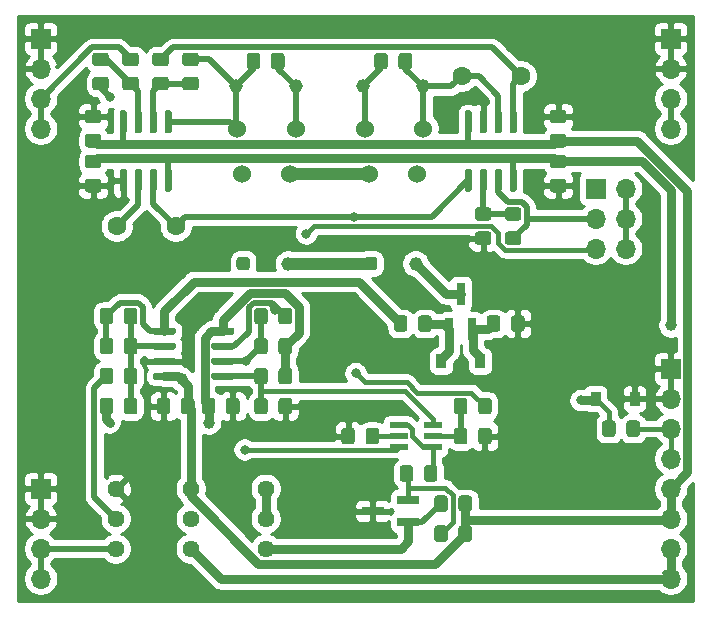
<source format=gbr>
G04 #@! TF.GenerationSoftware,KiCad,Pcbnew,5.1.6-c6e7f7d~87~ubuntu18.04.1*
G04 #@! TF.CreationDate,2020-08-01T20:03:32-04:00*
G04 #@! TF.ProjectId,mutron_III_plug_in_board,6d757472-6f6e-45f4-9949-495f706c7567,rev?*
G04 #@! TF.SameCoordinates,Original*
G04 #@! TF.FileFunction,Copper,L1,Top*
G04 #@! TF.FilePolarity,Positive*
%FSLAX46Y46*%
G04 Gerber Fmt 4.6, Leading zero omitted, Abs format (unit mm)*
G04 Created by KiCad (PCBNEW 5.1.6-c6e7f7d~87~ubuntu18.04.1) date 2020-08-01 20:03:32*
%MOMM*%
%LPD*%
G01*
G04 APERTURE LIST*
G04 #@! TA.AperFunction,ComponentPad*
%ADD10C,1.524000*%
G04 #@! TD*
G04 #@! TA.AperFunction,ComponentPad*
%ADD11C,1.150000*%
G04 #@! TD*
G04 #@! TA.AperFunction,ComponentPad*
%ADD12C,1.440000*%
G04 #@! TD*
G04 #@! TA.AperFunction,SMDPad,CuDef*
%ADD13R,0.800000X1.900000*%
G04 #@! TD*
G04 #@! TA.AperFunction,SMDPad,CuDef*
%ADD14R,1.900000X0.800000*%
G04 #@! TD*
G04 #@! TA.AperFunction,SMDPad,CuDef*
%ADD15R,1.500000X0.550000*%
G04 #@! TD*
G04 #@! TA.AperFunction,ComponentPad*
%ADD16O,1.700000X1.700000*%
G04 #@! TD*
G04 #@! TA.AperFunction,ComponentPad*
%ADD17R,1.700000X1.700000*%
G04 #@! TD*
G04 #@! TA.AperFunction,SMDPad,CuDef*
%ADD18R,0.900000X1.200000*%
G04 #@! TD*
G04 #@! TA.AperFunction,ComponentPad*
%ADD19C,1.600000*%
G04 #@! TD*
G04 #@! TA.AperFunction,ViaPad*
%ADD20C,1.000000*%
G04 #@! TD*
G04 #@! TA.AperFunction,ViaPad*
%ADD21C,0.800000*%
G04 #@! TD*
G04 #@! TA.AperFunction,Conductor*
%ADD22C,0.500000*%
G04 #@! TD*
G04 #@! TA.AperFunction,Conductor*
%ADD23C,0.508000*%
G04 #@! TD*
G04 #@! TA.AperFunction,Conductor*
%ADD24C,0.750000*%
G04 #@! TD*
G04 #@! TA.AperFunction,Conductor*
%ADD25C,0.400000*%
G04 #@! TD*
G04 #@! TA.AperFunction,Conductor*
%ADD26C,0.250000*%
G04 #@! TD*
G04 #@! TA.AperFunction,Conductor*
%ADD27C,1.000000*%
G04 #@! TD*
G04 #@! TA.AperFunction,Conductor*
%ADD28C,0.254000*%
G04 #@! TD*
G04 APERTURE END LIST*
D10*
X125730000Y-60960000D03*
X120777000Y-60960000D03*
X125222000Y-64770000D03*
X121158000Y-64770000D03*
D11*
X125085000Y-72390000D03*
X125725000Y-57390000D03*
X120645000Y-57390000D03*
G04 #@! TA.AperFunction,ComponentPad*
G36*
G01*
X121572500Y-72965000D02*
X120997500Y-72965000D01*
G75*
G02*
X120710000Y-72677500I0J287500D01*
G01*
X120710000Y-72102500D01*
G75*
G02*
X120997500Y-71815000I287500J0D01*
G01*
X121572500Y-71815000D01*
G75*
G02*
X121860000Y-72102500I0J-287500D01*
G01*
X121860000Y-72677500D01*
G75*
G02*
X121572500Y-72965000I-287500J0D01*
G01*
G37*
G04 #@! TD.AperFunction*
D10*
X136525000Y-60960000D03*
X131572000Y-60960000D03*
X136017000Y-64770000D03*
X131953000Y-64770000D03*
D11*
X135880000Y-72390000D03*
X136520000Y-57390000D03*
X131440000Y-57390000D03*
G04 #@! TA.AperFunction,ComponentPad*
G36*
G01*
X132367500Y-72965000D02*
X131792500Y-72965000D01*
G75*
G02*
X131505000Y-72677500I0J287500D01*
G01*
X131505000Y-72102500D01*
G75*
G02*
X131792500Y-71815000I287500J0D01*
G01*
X132367500Y-71815000D01*
G75*
G02*
X132655000Y-72102500I0J-287500D01*
G01*
X132655000Y-72677500D01*
G75*
G02*
X132367500Y-72965000I-287500J0D01*
G01*
G37*
G04 #@! TD.AperFunction*
G04 #@! TA.AperFunction,SMDPad,CuDef*
G36*
G01*
X118590000Y-78255000D02*
X118590000Y-77955000D01*
G75*
G02*
X118740000Y-77805000I150000J0D01*
G01*
X120390000Y-77805000D01*
G75*
G02*
X120540000Y-77955000I0J-150000D01*
G01*
X120540000Y-78255000D01*
G75*
G02*
X120390000Y-78405000I-150000J0D01*
G01*
X118740000Y-78405000D01*
G75*
G02*
X118590000Y-78255000I0J150000D01*
G01*
G37*
G04 #@! TD.AperFunction*
G04 #@! TA.AperFunction,SMDPad,CuDef*
G36*
G01*
X118590000Y-79525000D02*
X118590000Y-79225000D01*
G75*
G02*
X118740000Y-79075000I150000J0D01*
G01*
X120390000Y-79075000D01*
G75*
G02*
X120540000Y-79225000I0J-150000D01*
G01*
X120540000Y-79525000D01*
G75*
G02*
X120390000Y-79675000I-150000J0D01*
G01*
X118740000Y-79675000D01*
G75*
G02*
X118590000Y-79525000I0J150000D01*
G01*
G37*
G04 #@! TD.AperFunction*
G04 #@! TA.AperFunction,SMDPad,CuDef*
G36*
G01*
X118590000Y-80795000D02*
X118590000Y-80495000D01*
G75*
G02*
X118740000Y-80345000I150000J0D01*
G01*
X120390000Y-80345000D01*
G75*
G02*
X120540000Y-80495000I0J-150000D01*
G01*
X120540000Y-80795000D01*
G75*
G02*
X120390000Y-80945000I-150000J0D01*
G01*
X118740000Y-80945000D01*
G75*
G02*
X118590000Y-80795000I0J150000D01*
G01*
G37*
G04 #@! TD.AperFunction*
G04 #@! TA.AperFunction,SMDPad,CuDef*
G36*
G01*
X118590000Y-82065000D02*
X118590000Y-81765000D01*
G75*
G02*
X118740000Y-81615000I150000J0D01*
G01*
X120390000Y-81615000D01*
G75*
G02*
X120540000Y-81765000I0J-150000D01*
G01*
X120540000Y-82065000D01*
G75*
G02*
X120390000Y-82215000I-150000J0D01*
G01*
X118740000Y-82215000D01*
G75*
G02*
X118590000Y-82065000I0J150000D01*
G01*
G37*
G04 #@! TD.AperFunction*
G04 #@! TA.AperFunction,SMDPad,CuDef*
G36*
G01*
X113640000Y-82065000D02*
X113640000Y-81765000D01*
G75*
G02*
X113790000Y-81615000I150000J0D01*
G01*
X115440000Y-81615000D01*
G75*
G02*
X115590000Y-81765000I0J-150000D01*
G01*
X115590000Y-82065000D01*
G75*
G02*
X115440000Y-82215000I-150000J0D01*
G01*
X113790000Y-82215000D01*
G75*
G02*
X113640000Y-82065000I0J150000D01*
G01*
G37*
G04 #@! TD.AperFunction*
G04 #@! TA.AperFunction,SMDPad,CuDef*
G36*
G01*
X113640000Y-80795000D02*
X113640000Y-80495000D01*
G75*
G02*
X113790000Y-80345000I150000J0D01*
G01*
X115440000Y-80345000D01*
G75*
G02*
X115590000Y-80495000I0J-150000D01*
G01*
X115590000Y-80795000D01*
G75*
G02*
X115440000Y-80945000I-150000J0D01*
G01*
X113790000Y-80945000D01*
G75*
G02*
X113640000Y-80795000I0J150000D01*
G01*
G37*
G04 #@! TD.AperFunction*
G04 #@! TA.AperFunction,SMDPad,CuDef*
G36*
G01*
X113640000Y-79525000D02*
X113640000Y-79225000D01*
G75*
G02*
X113790000Y-79075000I150000J0D01*
G01*
X115440000Y-79075000D01*
G75*
G02*
X115590000Y-79225000I0J-150000D01*
G01*
X115590000Y-79525000D01*
G75*
G02*
X115440000Y-79675000I-150000J0D01*
G01*
X113790000Y-79675000D01*
G75*
G02*
X113640000Y-79525000I0J150000D01*
G01*
G37*
G04 #@! TD.AperFunction*
G04 #@! TA.AperFunction,SMDPad,CuDef*
G36*
G01*
X113640000Y-78255000D02*
X113640000Y-77955000D01*
G75*
G02*
X113790000Y-77805000I150000J0D01*
G01*
X115440000Y-77805000D01*
G75*
G02*
X115590000Y-77955000I0J-150000D01*
G01*
X115590000Y-78255000D01*
G75*
G02*
X115440000Y-78405000I-150000J0D01*
G01*
X113790000Y-78405000D01*
G75*
G02*
X113640000Y-78255000I0J150000D01*
G01*
G37*
G04 #@! TD.AperFunction*
G04 #@! TA.AperFunction,SMDPad,CuDef*
G36*
G01*
X143995000Y-64365000D02*
X144295000Y-64365000D01*
G75*
G02*
X144445000Y-64515000I0J-150000D01*
G01*
X144445000Y-66165000D01*
G75*
G02*
X144295000Y-66315000I-150000J0D01*
G01*
X143995000Y-66315000D01*
G75*
G02*
X143845000Y-66165000I0J150000D01*
G01*
X143845000Y-64515000D01*
G75*
G02*
X143995000Y-64365000I150000J0D01*
G01*
G37*
G04 #@! TD.AperFunction*
G04 #@! TA.AperFunction,SMDPad,CuDef*
G36*
G01*
X142725000Y-64365000D02*
X143025000Y-64365000D01*
G75*
G02*
X143175000Y-64515000I0J-150000D01*
G01*
X143175000Y-66165000D01*
G75*
G02*
X143025000Y-66315000I-150000J0D01*
G01*
X142725000Y-66315000D01*
G75*
G02*
X142575000Y-66165000I0J150000D01*
G01*
X142575000Y-64515000D01*
G75*
G02*
X142725000Y-64365000I150000J0D01*
G01*
G37*
G04 #@! TD.AperFunction*
G04 #@! TA.AperFunction,SMDPad,CuDef*
G36*
G01*
X141455000Y-64365000D02*
X141755000Y-64365000D01*
G75*
G02*
X141905000Y-64515000I0J-150000D01*
G01*
X141905000Y-66165000D01*
G75*
G02*
X141755000Y-66315000I-150000J0D01*
G01*
X141455000Y-66315000D01*
G75*
G02*
X141305000Y-66165000I0J150000D01*
G01*
X141305000Y-64515000D01*
G75*
G02*
X141455000Y-64365000I150000J0D01*
G01*
G37*
G04 #@! TD.AperFunction*
G04 #@! TA.AperFunction,SMDPad,CuDef*
G36*
G01*
X140185000Y-64365000D02*
X140485000Y-64365000D01*
G75*
G02*
X140635000Y-64515000I0J-150000D01*
G01*
X140635000Y-66165000D01*
G75*
G02*
X140485000Y-66315000I-150000J0D01*
G01*
X140185000Y-66315000D01*
G75*
G02*
X140035000Y-66165000I0J150000D01*
G01*
X140035000Y-64515000D01*
G75*
G02*
X140185000Y-64365000I150000J0D01*
G01*
G37*
G04 #@! TD.AperFunction*
G04 #@! TA.AperFunction,SMDPad,CuDef*
G36*
G01*
X140185000Y-59415000D02*
X140485000Y-59415000D01*
G75*
G02*
X140635000Y-59565000I0J-150000D01*
G01*
X140635000Y-61215000D01*
G75*
G02*
X140485000Y-61365000I-150000J0D01*
G01*
X140185000Y-61365000D01*
G75*
G02*
X140035000Y-61215000I0J150000D01*
G01*
X140035000Y-59565000D01*
G75*
G02*
X140185000Y-59415000I150000J0D01*
G01*
G37*
G04 #@! TD.AperFunction*
G04 #@! TA.AperFunction,SMDPad,CuDef*
G36*
G01*
X141455000Y-59415000D02*
X141755000Y-59415000D01*
G75*
G02*
X141905000Y-59565000I0J-150000D01*
G01*
X141905000Y-61215000D01*
G75*
G02*
X141755000Y-61365000I-150000J0D01*
G01*
X141455000Y-61365000D01*
G75*
G02*
X141305000Y-61215000I0J150000D01*
G01*
X141305000Y-59565000D01*
G75*
G02*
X141455000Y-59415000I150000J0D01*
G01*
G37*
G04 #@! TD.AperFunction*
G04 #@! TA.AperFunction,SMDPad,CuDef*
G36*
G01*
X142725000Y-59415000D02*
X143025000Y-59415000D01*
G75*
G02*
X143175000Y-59565000I0J-150000D01*
G01*
X143175000Y-61215000D01*
G75*
G02*
X143025000Y-61365000I-150000J0D01*
G01*
X142725000Y-61365000D01*
G75*
G02*
X142575000Y-61215000I0J150000D01*
G01*
X142575000Y-59565000D01*
G75*
G02*
X142725000Y-59415000I150000J0D01*
G01*
G37*
G04 #@! TD.AperFunction*
G04 #@! TA.AperFunction,SMDPad,CuDef*
G36*
G01*
X143995000Y-59415000D02*
X144295000Y-59415000D01*
G75*
G02*
X144445000Y-59565000I0J-150000D01*
G01*
X144445000Y-61215000D01*
G75*
G02*
X144295000Y-61365000I-150000J0D01*
G01*
X143995000Y-61365000D01*
G75*
G02*
X143845000Y-61215000I0J150000D01*
G01*
X143845000Y-59565000D01*
G75*
G02*
X143995000Y-59415000I150000J0D01*
G01*
G37*
G04 #@! TD.AperFunction*
G04 #@! TA.AperFunction,SMDPad,CuDef*
G36*
G01*
X114785000Y-64365000D02*
X115085000Y-64365000D01*
G75*
G02*
X115235000Y-64515000I0J-150000D01*
G01*
X115235000Y-66165000D01*
G75*
G02*
X115085000Y-66315000I-150000J0D01*
G01*
X114785000Y-66315000D01*
G75*
G02*
X114635000Y-66165000I0J150000D01*
G01*
X114635000Y-64515000D01*
G75*
G02*
X114785000Y-64365000I150000J0D01*
G01*
G37*
G04 #@! TD.AperFunction*
G04 #@! TA.AperFunction,SMDPad,CuDef*
G36*
G01*
X113515000Y-64365000D02*
X113815000Y-64365000D01*
G75*
G02*
X113965000Y-64515000I0J-150000D01*
G01*
X113965000Y-66165000D01*
G75*
G02*
X113815000Y-66315000I-150000J0D01*
G01*
X113515000Y-66315000D01*
G75*
G02*
X113365000Y-66165000I0J150000D01*
G01*
X113365000Y-64515000D01*
G75*
G02*
X113515000Y-64365000I150000J0D01*
G01*
G37*
G04 #@! TD.AperFunction*
G04 #@! TA.AperFunction,SMDPad,CuDef*
G36*
G01*
X112245000Y-64365000D02*
X112545000Y-64365000D01*
G75*
G02*
X112695000Y-64515000I0J-150000D01*
G01*
X112695000Y-66165000D01*
G75*
G02*
X112545000Y-66315000I-150000J0D01*
G01*
X112245000Y-66315000D01*
G75*
G02*
X112095000Y-66165000I0J150000D01*
G01*
X112095000Y-64515000D01*
G75*
G02*
X112245000Y-64365000I150000J0D01*
G01*
G37*
G04 #@! TD.AperFunction*
G04 #@! TA.AperFunction,SMDPad,CuDef*
G36*
G01*
X110975000Y-64365000D02*
X111275000Y-64365000D01*
G75*
G02*
X111425000Y-64515000I0J-150000D01*
G01*
X111425000Y-66165000D01*
G75*
G02*
X111275000Y-66315000I-150000J0D01*
G01*
X110975000Y-66315000D01*
G75*
G02*
X110825000Y-66165000I0J150000D01*
G01*
X110825000Y-64515000D01*
G75*
G02*
X110975000Y-64365000I150000J0D01*
G01*
G37*
G04 #@! TD.AperFunction*
G04 #@! TA.AperFunction,SMDPad,CuDef*
G36*
G01*
X110975000Y-59415000D02*
X111275000Y-59415000D01*
G75*
G02*
X111425000Y-59565000I0J-150000D01*
G01*
X111425000Y-61215000D01*
G75*
G02*
X111275000Y-61365000I-150000J0D01*
G01*
X110975000Y-61365000D01*
G75*
G02*
X110825000Y-61215000I0J150000D01*
G01*
X110825000Y-59565000D01*
G75*
G02*
X110975000Y-59415000I150000J0D01*
G01*
G37*
G04 #@! TD.AperFunction*
G04 #@! TA.AperFunction,SMDPad,CuDef*
G36*
G01*
X112245000Y-59415000D02*
X112545000Y-59415000D01*
G75*
G02*
X112695000Y-59565000I0J-150000D01*
G01*
X112695000Y-61215000D01*
G75*
G02*
X112545000Y-61365000I-150000J0D01*
G01*
X112245000Y-61365000D01*
G75*
G02*
X112095000Y-61215000I0J150000D01*
G01*
X112095000Y-59565000D01*
G75*
G02*
X112245000Y-59415000I150000J0D01*
G01*
G37*
G04 #@! TD.AperFunction*
G04 #@! TA.AperFunction,SMDPad,CuDef*
G36*
G01*
X113515000Y-59415000D02*
X113815000Y-59415000D01*
G75*
G02*
X113965000Y-59565000I0J-150000D01*
G01*
X113965000Y-61215000D01*
G75*
G02*
X113815000Y-61365000I-150000J0D01*
G01*
X113515000Y-61365000D01*
G75*
G02*
X113365000Y-61215000I0J150000D01*
G01*
X113365000Y-59565000D01*
G75*
G02*
X113515000Y-59415000I150000J0D01*
G01*
G37*
G04 #@! TD.AperFunction*
G04 #@! TA.AperFunction,SMDPad,CuDef*
G36*
G01*
X114785000Y-59415000D02*
X115085000Y-59415000D01*
G75*
G02*
X115235000Y-59565000I0J-150000D01*
G01*
X115235000Y-61215000D01*
G75*
G02*
X115085000Y-61365000I-150000J0D01*
G01*
X114785000Y-61365000D01*
G75*
G02*
X114635000Y-61215000I0J150000D01*
G01*
X114635000Y-59565000D01*
G75*
G02*
X114785000Y-59415000I150000J0D01*
G01*
G37*
G04 #@! TD.AperFunction*
D12*
X116840000Y-96520000D03*
X116840000Y-93980000D03*
X116840000Y-91440000D03*
X110490000Y-96520000D03*
X110490000Y-93980000D03*
X110490000Y-91440000D03*
X123190000Y-96520000D03*
X123190000Y-93980000D03*
X123190000Y-91440000D03*
G04 #@! TA.AperFunction,SMDPad,CuDef*
G36*
G01*
X143060000Y-77019999D02*
X143060000Y-77920001D01*
G75*
G02*
X142810001Y-78170000I-249999J0D01*
G01*
X142159999Y-78170000D01*
G75*
G02*
X141910000Y-77920001I0J249999D01*
G01*
X141910000Y-77019999D01*
G75*
G02*
X142159999Y-76770000I249999J0D01*
G01*
X142810001Y-76770000D01*
G75*
G02*
X143060000Y-77019999I0J-249999D01*
G01*
G37*
G04 #@! TD.AperFunction*
G04 #@! TA.AperFunction,SMDPad,CuDef*
G36*
G01*
X145110000Y-77019999D02*
X145110000Y-77920001D01*
G75*
G02*
X144860001Y-78170000I-249999J0D01*
G01*
X144209999Y-78170000D01*
G75*
G02*
X143960000Y-77920001I0J249999D01*
G01*
X143960000Y-77019999D01*
G75*
G02*
X144209999Y-76770000I249999J0D01*
G01*
X144860001Y-76770000D01*
G75*
G02*
X145110000Y-77019999I0J-249999D01*
G01*
G37*
G04 #@! TD.AperFunction*
G04 #@! TA.AperFunction,SMDPad,CuDef*
G36*
G01*
X135195000Y-77019999D02*
X135195000Y-77920001D01*
G75*
G02*
X134945001Y-78170000I-249999J0D01*
G01*
X134294999Y-78170000D01*
G75*
G02*
X134045000Y-77920001I0J249999D01*
G01*
X134045000Y-77019999D01*
G75*
G02*
X134294999Y-76770000I249999J0D01*
G01*
X134945001Y-76770000D01*
G75*
G02*
X135195000Y-77019999I0J-249999D01*
G01*
G37*
G04 #@! TD.AperFunction*
G04 #@! TA.AperFunction,SMDPad,CuDef*
G36*
G01*
X137245000Y-77019999D02*
X137245000Y-77920001D01*
G75*
G02*
X136995001Y-78170000I-249999J0D01*
G01*
X136344999Y-78170000D01*
G75*
G02*
X136095000Y-77920001I0J249999D01*
G01*
X136095000Y-77019999D01*
G75*
G02*
X136344999Y-76770000I249999J0D01*
G01*
X136995001Y-76770000D01*
G75*
G02*
X137245000Y-77019999I0J-249999D01*
G01*
G37*
G04 #@! TD.AperFunction*
G04 #@! TA.AperFunction,SMDPad,CuDef*
G36*
G01*
X111185000Y-79825001D02*
X111185000Y-78924999D01*
G75*
G02*
X111434999Y-78675000I249999J0D01*
G01*
X112085001Y-78675000D01*
G75*
G02*
X112335000Y-78924999I0J-249999D01*
G01*
X112335000Y-79825001D01*
G75*
G02*
X112085001Y-80075000I-249999J0D01*
G01*
X111434999Y-80075000D01*
G75*
G02*
X111185000Y-79825001I0J249999D01*
G01*
G37*
G04 #@! TD.AperFunction*
G04 #@! TA.AperFunction,SMDPad,CuDef*
G36*
G01*
X109135000Y-79825001D02*
X109135000Y-78924999D01*
G75*
G02*
X109384999Y-78675000I249999J0D01*
G01*
X110035001Y-78675000D01*
G75*
G02*
X110285000Y-78924999I0J-249999D01*
G01*
X110285000Y-79825001D01*
G75*
G02*
X110035001Y-80075000I-249999J0D01*
G01*
X109384999Y-80075000D01*
G75*
G02*
X109135000Y-79825001I0J249999D01*
G01*
G37*
G04 #@! TD.AperFunction*
G04 #@! TA.AperFunction,SMDPad,CuDef*
G36*
G01*
X110285000Y-84004999D02*
X110285000Y-84905001D01*
G75*
G02*
X110035001Y-85155000I-249999J0D01*
G01*
X109384999Y-85155000D01*
G75*
G02*
X109135000Y-84905001I0J249999D01*
G01*
X109135000Y-84004999D01*
G75*
G02*
X109384999Y-83755000I249999J0D01*
G01*
X110035001Y-83755000D01*
G75*
G02*
X110285000Y-84004999I0J-249999D01*
G01*
G37*
G04 #@! TD.AperFunction*
G04 #@! TA.AperFunction,SMDPad,CuDef*
G36*
G01*
X112335000Y-84004999D02*
X112335000Y-84905001D01*
G75*
G02*
X112085001Y-85155000I-249999J0D01*
G01*
X111434999Y-85155000D01*
G75*
G02*
X111185000Y-84905001I0J249999D01*
G01*
X111185000Y-84004999D01*
G75*
G02*
X111434999Y-83755000I249999J0D01*
G01*
X112085001Y-83755000D01*
G75*
G02*
X112335000Y-84004999I0J-249999D01*
G01*
G37*
G04 #@! TD.AperFunction*
G04 #@! TA.AperFunction,SMDPad,CuDef*
G36*
G01*
X110285000Y-81464999D02*
X110285000Y-82365001D01*
G75*
G02*
X110035001Y-82615000I-249999J0D01*
G01*
X109384999Y-82615000D01*
G75*
G02*
X109135000Y-82365001I0J249999D01*
G01*
X109135000Y-81464999D01*
G75*
G02*
X109384999Y-81215000I249999J0D01*
G01*
X110035001Y-81215000D01*
G75*
G02*
X110285000Y-81464999I0J-249999D01*
G01*
G37*
G04 #@! TD.AperFunction*
G04 #@! TA.AperFunction,SMDPad,CuDef*
G36*
G01*
X112335000Y-81464999D02*
X112335000Y-82365001D01*
G75*
G02*
X112085001Y-82615000I-249999J0D01*
G01*
X111434999Y-82615000D01*
G75*
G02*
X111185000Y-82365001I0J249999D01*
G01*
X111185000Y-81464999D01*
G75*
G02*
X111434999Y-81215000I249999J0D01*
G01*
X112085001Y-81215000D01*
G75*
G02*
X112335000Y-81464999I0J-249999D01*
G01*
G37*
G04 #@! TD.AperFunction*
G04 #@! TA.AperFunction,SMDPad,CuDef*
G36*
G01*
X152830000Y-85909999D02*
X152830000Y-86810001D01*
G75*
G02*
X152580001Y-87060000I-249999J0D01*
G01*
X151929999Y-87060000D01*
G75*
G02*
X151680000Y-86810001I0J249999D01*
G01*
X151680000Y-85909999D01*
G75*
G02*
X151929999Y-85660000I249999J0D01*
G01*
X152580001Y-85660000D01*
G75*
G02*
X152830000Y-85909999I0J-249999D01*
G01*
G37*
G04 #@! TD.AperFunction*
G04 #@! TA.AperFunction,SMDPad,CuDef*
G36*
G01*
X154880000Y-85909999D02*
X154880000Y-86810001D01*
G75*
G02*
X154630001Y-87060000I-249999J0D01*
G01*
X153979999Y-87060000D01*
G75*
G02*
X153730000Y-86810001I0J249999D01*
G01*
X153730000Y-85909999D01*
G75*
G02*
X153979999Y-85660000I249999J0D01*
G01*
X154630001Y-85660000D01*
G75*
G02*
X154880000Y-85909999I0J-249999D01*
G01*
G37*
G04 #@! TD.AperFunction*
G04 #@! TA.AperFunction,SMDPad,CuDef*
G36*
G01*
X139515000Y-93160001D02*
X139515000Y-92259999D01*
G75*
G02*
X139764999Y-92010000I249999J0D01*
G01*
X140415001Y-92010000D01*
G75*
G02*
X140665000Y-92259999I0J-249999D01*
G01*
X140665000Y-93160001D01*
G75*
G02*
X140415001Y-93410000I-249999J0D01*
G01*
X139764999Y-93410000D01*
G75*
G02*
X139515000Y-93160001I0J249999D01*
G01*
G37*
G04 #@! TD.AperFunction*
G04 #@! TA.AperFunction,SMDPad,CuDef*
G36*
G01*
X137465000Y-93160001D02*
X137465000Y-92259999D01*
G75*
G02*
X137714999Y-92010000I249999J0D01*
G01*
X138365001Y-92010000D01*
G75*
G02*
X138615000Y-92259999I0J-249999D01*
G01*
X138615000Y-93160001D01*
G75*
G02*
X138365001Y-93410000I-249999J0D01*
G01*
X137714999Y-93410000D01*
G75*
G02*
X137465000Y-93160001I0J249999D01*
G01*
G37*
G04 #@! TD.AperFunction*
G04 #@! TA.AperFunction,SMDPad,CuDef*
G36*
G01*
X141175000Y-84905001D02*
X141175000Y-84004999D01*
G75*
G02*
X141424999Y-83755000I249999J0D01*
G01*
X142075001Y-83755000D01*
G75*
G02*
X142325000Y-84004999I0J-249999D01*
G01*
X142325000Y-84905001D01*
G75*
G02*
X142075001Y-85155000I-249999J0D01*
G01*
X141424999Y-85155000D01*
G75*
G02*
X141175000Y-84905001I0J249999D01*
G01*
G37*
G04 #@! TD.AperFunction*
G04 #@! TA.AperFunction,SMDPad,CuDef*
G36*
G01*
X139125000Y-84905001D02*
X139125000Y-84004999D01*
G75*
G02*
X139374999Y-83755000I249999J0D01*
G01*
X140025001Y-83755000D01*
G75*
G02*
X140275000Y-84004999I0J-249999D01*
G01*
X140275000Y-84905001D01*
G75*
G02*
X140025001Y-85155000I-249999J0D01*
G01*
X139374999Y-85155000D01*
G75*
G02*
X139125000Y-84905001I0J249999D01*
G01*
G37*
G04 #@! TD.AperFunction*
G04 #@! TA.AperFunction,SMDPad,CuDef*
G36*
G01*
X140275000Y-86544999D02*
X140275000Y-87445001D01*
G75*
G02*
X140025001Y-87695000I-249999J0D01*
G01*
X139374999Y-87695000D01*
G75*
G02*
X139125000Y-87445001I0J249999D01*
G01*
X139125000Y-86544999D01*
G75*
G02*
X139374999Y-86295000I249999J0D01*
G01*
X140025001Y-86295000D01*
G75*
G02*
X140275000Y-86544999I0J-249999D01*
G01*
G37*
G04 #@! TD.AperFunction*
G04 #@! TA.AperFunction,SMDPad,CuDef*
G36*
G01*
X142325000Y-86544999D02*
X142325000Y-87445001D01*
G75*
G02*
X142075001Y-87695000I-249999J0D01*
G01*
X141424999Y-87695000D01*
G75*
G02*
X141175000Y-87445001I0J249999D01*
G01*
X141175000Y-86544999D01*
G75*
G02*
X141424999Y-86295000I249999J0D01*
G01*
X142075001Y-86295000D01*
G75*
G02*
X142325000Y-86544999I0J-249999D01*
G01*
G37*
G04 #@! TD.AperFunction*
G04 #@! TA.AperFunction,SMDPad,CuDef*
G36*
G01*
X124275000Y-79825001D02*
X124275000Y-78924999D01*
G75*
G02*
X124524999Y-78675000I249999J0D01*
G01*
X125175001Y-78675000D01*
G75*
G02*
X125425000Y-78924999I0J-249999D01*
G01*
X125425000Y-79825001D01*
G75*
G02*
X125175001Y-80075000I-249999J0D01*
G01*
X124524999Y-80075000D01*
G75*
G02*
X124275000Y-79825001I0J249999D01*
G01*
G37*
G04 #@! TD.AperFunction*
G04 #@! TA.AperFunction,SMDPad,CuDef*
G36*
G01*
X122225000Y-79825001D02*
X122225000Y-78924999D01*
G75*
G02*
X122474999Y-78675000I249999J0D01*
G01*
X123125001Y-78675000D01*
G75*
G02*
X123375000Y-78924999I0J-249999D01*
G01*
X123375000Y-79825001D01*
G75*
G02*
X123125001Y-80075000I-249999J0D01*
G01*
X122474999Y-80075000D01*
G75*
G02*
X122225000Y-79825001I0J249999D01*
G01*
G37*
G04 #@! TD.AperFunction*
G04 #@! TA.AperFunction,SMDPad,CuDef*
G36*
G01*
X138615000Y-94799999D02*
X138615000Y-95700001D01*
G75*
G02*
X138365001Y-95950000I-249999J0D01*
G01*
X137714999Y-95950000D01*
G75*
G02*
X137465000Y-95700001I0J249999D01*
G01*
X137465000Y-94799999D01*
G75*
G02*
X137714999Y-94550000I249999J0D01*
G01*
X138365001Y-94550000D01*
G75*
G02*
X138615000Y-94799999I0J-249999D01*
G01*
G37*
G04 #@! TD.AperFunction*
G04 #@! TA.AperFunction,SMDPad,CuDef*
G36*
G01*
X140665000Y-94799999D02*
X140665000Y-95700001D01*
G75*
G02*
X140415001Y-95950000I-249999J0D01*
G01*
X139764999Y-95950000D01*
G75*
G02*
X139515000Y-95700001I0J249999D01*
G01*
X139515000Y-94799999D01*
G75*
G02*
X139764999Y-94550000I249999J0D01*
G01*
X140415001Y-94550000D01*
G75*
G02*
X140665000Y-94799999I0J-249999D01*
G01*
G37*
G04 #@! TD.AperFunction*
G04 #@! TA.AperFunction,SMDPad,CuDef*
G36*
G01*
X136585000Y-90620001D02*
X136585000Y-89719999D01*
G75*
G02*
X136834999Y-89470000I249999J0D01*
G01*
X137485001Y-89470000D01*
G75*
G02*
X137735000Y-89719999I0J-249999D01*
G01*
X137735000Y-90620001D01*
G75*
G02*
X137485001Y-90870000I-249999J0D01*
G01*
X136834999Y-90870000D01*
G75*
G02*
X136585000Y-90620001I0J249999D01*
G01*
G37*
G04 #@! TD.AperFunction*
G04 #@! TA.AperFunction,SMDPad,CuDef*
G36*
G01*
X134535000Y-90620001D02*
X134535000Y-89719999D01*
G75*
G02*
X134784999Y-89470000I249999J0D01*
G01*
X135435001Y-89470000D01*
G75*
G02*
X135685000Y-89719999I0J-249999D01*
G01*
X135685000Y-90620001D01*
G75*
G02*
X135435001Y-90870000I-249999J0D01*
G01*
X134784999Y-90870000D01*
G75*
G02*
X134535000Y-90620001I0J249999D01*
G01*
G37*
G04 #@! TD.AperFunction*
G04 #@! TA.AperFunction,SMDPad,CuDef*
G36*
G01*
X124275000Y-82365001D02*
X124275000Y-81464999D01*
G75*
G02*
X124524999Y-81215000I249999J0D01*
G01*
X125175001Y-81215000D01*
G75*
G02*
X125425000Y-81464999I0J-249999D01*
G01*
X125425000Y-82365001D01*
G75*
G02*
X125175001Y-82615000I-249999J0D01*
G01*
X124524999Y-82615000D01*
G75*
G02*
X124275000Y-82365001I0J249999D01*
G01*
G37*
G04 #@! TD.AperFunction*
G04 #@! TA.AperFunction,SMDPad,CuDef*
G36*
G01*
X122225000Y-82365001D02*
X122225000Y-81464999D01*
G75*
G02*
X122474999Y-81215000I249999J0D01*
G01*
X123125001Y-81215000D01*
G75*
G02*
X123375000Y-81464999I0J-249999D01*
G01*
X123375000Y-82365001D01*
G75*
G02*
X123125001Y-82615000I-249999J0D01*
G01*
X122474999Y-82615000D01*
G75*
G02*
X122225000Y-82365001I0J249999D01*
G01*
G37*
G04 #@! TD.AperFunction*
G04 #@! TA.AperFunction,SMDPad,CuDef*
G36*
G01*
X131650000Y-87445001D02*
X131650000Y-86544999D01*
G75*
G02*
X131899999Y-86295000I249999J0D01*
G01*
X132550001Y-86295000D01*
G75*
G02*
X132800000Y-86544999I0J-249999D01*
G01*
X132800000Y-87445001D01*
G75*
G02*
X132550001Y-87695000I-249999J0D01*
G01*
X131899999Y-87695000D01*
G75*
G02*
X131650000Y-87445001I0J249999D01*
G01*
G37*
G04 #@! TD.AperFunction*
G04 #@! TA.AperFunction,SMDPad,CuDef*
G36*
G01*
X129600000Y-87445001D02*
X129600000Y-86544999D01*
G75*
G02*
X129849999Y-86295000I249999J0D01*
G01*
X130500001Y-86295000D01*
G75*
G02*
X130750000Y-86544999I0J-249999D01*
G01*
X130750000Y-87445001D01*
G75*
G02*
X130500001Y-87695000I-249999J0D01*
G01*
X129849999Y-87695000D01*
G75*
G02*
X129600000Y-87445001I0J249999D01*
G01*
G37*
G04 #@! TD.AperFunction*
G04 #@! TA.AperFunction,SMDPad,CuDef*
G36*
G01*
X123375000Y-84004999D02*
X123375000Y-84905001D01*
G75*
G02*
X123125001Y-85155000I-249999J0D01*
G01*
X122474999Y-85155000D01*
G75*
G02*
X122225000Y-84905001I0J249999D01*
G01*
X122225000Y-84004999D01*
G75*
G02*
X122474999Y-83755000I249999J0D01*
G01*
X123125001Y-83755000D01*
G75*
G02*
X123375000Y-84004999I0J-249999D01*
G01*
G37*
G04 #@! TD.AperFunction*
G04 #@! TA.AperFunction,SMDPad,CuDef*
G36*
G01*
X125425000Y-84004999D02*
X125425000Y-84905001D01*
G75*
G02*
X125175001Y-85155000I-249999J0D01*
G01*
X124524999Y-85155000D01*
G75*
G02*
X124275000Y-84905001I0J249999D01*
G01*
X124275000Y-84004999D01*
G75*
G02*
X124524999Y-83755000I249999J0D01*
G01*
X125175001Y-83755000D01*
G75*
G02*
X125425000Y-84004999I0J-249999D01*
G01*
G37*
G04 #@! TD.AperFunction*
G04 #@! TA.AperFunction,SMDPad,CuDef*
G36*
G01*
X123375000Y-76384999D02*
X123375000Y-77285001D01*
G75*
G02*
X123125001Y-77535000I-249999J0D01*
G01*
X122474999Y-77535000D01*
G75*
G02*
X122225000Y-77285001I0J249999D01*
G01*
X122225000Y-76384999D01*
G75*
G02*
X122474999Y-76135000I249999J0D01*
G01*
X123125001Y-76135000D01*
G75*
G02*
X123375000Y-76384999I0J-249999D01*
G01*
G37*
G04 #@! TD.AperFunction*
G04 #@! TA.AperFunction,SMDPad,CuDef*
G36*
G01*
X125425000Y-76384999D02*
X125425000Y-77285001D01*
G75*
G02*
X125175001Y-77535000I-249999J0D01*
G01*
X124524999Y-77535000D01*
G75*
G02*
X124275000Y-77285001I0J249999D01*
G01*
X124275000Y-76384999D01*
G75*
G02*
X124524999Y-76135000I249999J0D01*
G01*
X125175001Y-76135000D01*
G75*
G02*
X125425000Y-76384999I0J-249999D01*
G01*
G37*
G04 #@! TD.AperFunction*
G04 #@! TA.AperFunction,SMDPad,CuDef*
G36*
G01*
X133535000Y-54794999D02*
X133535000Y-55695001D01*
G75*
G02*
X133285001Y-55945000I-249999J0D01*
G01*
X132634999Y-55945000D01*
G75*
G02*
X132385000Y-55695001I0J249999D01*
G01*
X132385000Y-54794999D01*
G75*
G02*
X132634999Y-54545000I249999J0D01*
G01*
X133285001Y-54545000D01*
G75*
G02*
X133535000Y-54794999I0J-249999D01*
G01*
G37*
G04 #@! TD.AperFunction*
G04 #@! TA.AperFunction,SMDPad,CuDef*
G36*
G01*
X135585000Y-54794999D02*
X135585000Y-55695001D01*
G75*
G02*
X135335001Y-55945000I-249999J0D01*
G01*
X134684999Y-55945000D01*
G75*
G02*
X134435000Y-55695001I0J249999D01*
G01*
X134435000Y-54794999D01*
G75*
G02*
X134684999Y-54545000I249999J0D01*
G01*
X135335001Y-54545000D01*
G75*
G02*
X135585000Y-54794999I0J-249999D01*
G01*
G37*
G04 #@! TD.AperFunction*
G04 #@! TA.AperFunction,SMDPad,CuDef*
G36*
G01*
X122740000Y-54794999D02*
X122740000Y-55695001D01*
G75*
G02*
X122490001Y-55945000I-249999J0D01*
G01*
X121839999Y-55945000D01*
G75*
G02*
X121590000Y-55695001I0J249999D01*
G01*
X121590000Y-54794999D01*
G75*
G02*
X121839999Y-54545000I249999J0D01*
G01*
X122490001Y-54545000D01*
G75*
G02*
X122740000Y-54794999I0J-249999D01*
G01*
G37*
G04 #@! TD.AperFunction*
G04 #@! TA.AperFunction,SMDPad,CuDef*
G36*
G01*
X124790000Y-54794999D02*
X124790000Y-55695001D01*
G75*
G02*
X124540001Y-55945000I-249999J0D01*
G01*
X123889999Y-55945000D01*
G75*
G02*
X123640000Y-55695001I0J249999D01*
G01*
X123640000Y-54794999D01*
G75*
G02*
X123889999Y-54545000I249999J0D01*
G01*
X124540001Y-54545000D01*
G75*
G02*
X124790000Y-54794999I0J-249999D01*
G01*
G37*
G04 #@! TD.AperFunction*
G04 #@! TA.AperFunction,SMDPad,CuDef*
G36*
G01*
X116389999Y-56575000D02*
X117290001Y-56575000D01*
G75*
G02*
X117540000Y-56824999I0J-249999D01*
G01*
X117540000Y-57475001D01*
G75*
G02*
X117290001Y-57725000I-249999J0D01*
G01*
X116389999Y-57725000D01*
G75*
G02*
X116140000Y-57475001I0J249999D01*
G01*
X116140000Y-56824999D01*
G75*
G02*
X116389999Y-56575000I249999J0D01*
G01*
G37*
G04 #@! TD.AperFunction*
G04 #@! TA.AperFunction,SMDPad,CuDef*
G36*
G01*
X116389999Y-54525000D02*
X117290001Y-54525000D01*
G75*
G02*
X117540000Y-54774999I0J-249999D01*
G01*
X117540000Y-55425001D01*
G75*
G02*
X117290001Y-55675000I-249999J0D01*
G01*
X116389999Y-55675000D01*
G75*
G02*
X116140000Y-55425001I0J249999D01*
G01*
X116140000Y-54774999D01*
G75*
G02*
X116389999Y-54525000I249999J0D01*
G01*
G37*
G04 #@! TD.AperFunction*
G04 #@! TA.AperFunction,SMDPad,CuDef*
G36*
G01*
X113849999Y-56575000D02*
X114750001Y-56575000D01*
G75*
G02*
X115000000Y-56824999I0J-249999D01*
G01*
X115000000Y-57475001D01*
G75*
G02*
X114750001Y-57725000I-249999J0D01*
G01*
X113849999Y-57725000D01*
G75*
G02*
X113600000Y-57475001I0J249999D01*
G01*
X113600000Y-56824999D01*
G75*
G02*
X113849999Y-56575000I249999J0D01*
G01*
G37*
G04 #@! TD.AperFunction*
G04 #@! TA.AperFunction,SMDPad,CuDef*
G36*
G01*
X113849999Y-54525000D02*
X114750001Y-54525000D01*
G75*
G02*
X115000000Y-54774999I0J-249999D01*
G01*
X115000000Y-55425001D01*
G75*
G02*
X114750001Y-55675000I-249999J0D01*
G01*
X113849999Y-55675000D01*
G75*
G02*
X113600000Y-55425001I0J249999D01*
G01*
X113600000Y-54774999D01*
G75*
G02*
X113849999Y-54525000I249999J0D01*
G01*
G37*
G04 #@! TD.AperFunction*
G04 #@! TA.AperFunction,SMDPad,CuDef*
G36*
G01*
X108769999Y-56575000D02*
X109670001Y-56575000D01*
G75*
G02*
X109920000Y-56824999I0J-249999D01*
G01*
X109920000Y-57475001D01*
G75*
G02*
X109670001Y-57725000I-249999J0D01*
G01*
X108769999Y-57725000D01*
G75*
G02*
X108520000Y-57475001I0J249999D01*
G01*
X108520000Y-56824999D01*
G75*
G02*
X108769999Y-56575000I249999J0D01*
G01*
G37*
G04 #@! TD.AperFunction*
G04 #@! TA.AperFunction,SMDPad,CuDef*
G36*
G01*
X108769999Y-54525000D02*
X109670001Y-54525000D01*
G75*
G02*
X109920000Y-54774999I0J-249999D01*
G01*
X109920000Y-55425001D01*
G75*
G02*
X109670001Y-55675000I-249999J0D01*
G01*
X108769999Y-55675000D01*
G75*
G02*
X108520000Y-55425001I0J249999D01*
G01*
X108520000Y-54774999D01*
G75*
G02*
X108769999Y-54525000I249999J0D01*
G01*
G37*
G04 #@! TD.AperFunction*
G04 #@! TA.AperFunction,SMDPad,CuDef*
G36*
G01*
X112210001Y-55675000D02*
X111309999Y-55675000D01*
G75*
G02*
X111060000Y-55425001I0J249999D01*
G01*
X111060000Y-54774999D01*
G75*
G02*
X111309999Y-54525000I249999J0D01*
G01*
X112210001Y-54525000D01*
G75*
G02*
X112460000Y-54774999I0J-249999D01*
G01*
X112460000Y-55425001D01*
G75*
G02*
X112210001Y-55675000I-249999J0D01*
G01*
G37*
G04 #@! TD.AperFunction*
G04 #@! TA.AperFunction,SMDPad,CuDef*
G36*
G01*
X112210001Y-57725000D02*
X111309999Y-57725000D01*
G75*
G02*
X111060000Y-57475001I0J249999D01*
G01*
X111060000Y-56824999D01*
G75*
G02*
X111309999Y-56575000I249999J0D01*
G01*
X112210001Y-56575000D01*
G75*
G02*
X112460000Y-56824999I0J-249999D01*
G01*
X112460000Y-57475001D01*
G75*
G02*
X112210001Y-57725000I-249999J0D01*
G01*
G37*
G04 #@! TD.AperFunction*
G04 #@! TA.AperFunction,SMDPad,CuDef*
G36*
G01*
X144595001Y-68765000D02*
X143694999Y-68765000D01*
G75*
G02*
X143445000Y-68515001I0J249999D01*
G01*
X143445000Y-67864999D01*
G75*
G02*
X143694999Y-67615000I249999J0D01*
G01*
X144595001Y-67615000D01*
G75*
G02*
X144845000Y-67864999I0J-249999D01*
G01*
X144845000Y-68515001D01*
G75*
G02*
X144595001Y-68765000I-249999J0D01*
G01*
G37*
G04 #@! TD.AperFunction*
G04 #@! TA.AperFunction,SMDPad,CuDef*
G36*
G01*
X144595001Y-70815000D02*
X143694999Y-70815000D01*
G75*
G02*
X143445000Y-70565001I0J249999D01*
G01*
X143445000Y-69914999D01*
G75*
G02*
X143694999Y-69665000I249999J0D01*
G01*
X144595001Y-69665000D01*
G75*
G02*
X144845000Y-69914999I0J-249999D01*
G01*
X144845000Y-70565001D01*
G75*
G02*
X144595001Y-70815000I-249999J0D01*
G01*
G37*
G04 #@! TD.AperFunction*
G04 #@! TA.AperFunction,SMDPad,CuDef*
G36*
G01*
X142055001Y-68765000D02*
X141154999Y-68765000D01*
G75*
G02*
X140905000Y-68515001I0J249999D01*
G01*
X140905000Y-67864999D01*
G75*
G02*
X141154999Y-67615000I249999J0D01*
G01*
X142055001Y-67615000D01*
G75*
G02*
X142305000Y-67864999I0J-249999D01*
G01*
X142305000Y-68515001D01*
G75*
G02*
X142055001Y-68765000I-249999J0D01*
G01*
G37*
G04 #@! TD.AperFunction*
G04 #@! TA.AperFunction,SMDPad,CuDef*
G36*
G01*
X142055001Y-70815000D02*
X141154999Y-70815000D01*
G75*
G02*
X140905000Y-70565001I0J249999D01*
G01*
X140905000Y-69914999D01*
G75*
G02*
X141154999Y-69665000I249999J0D01*
G01*
X142055001Y-69665000D01*
G75*
G02*
X142305000Y-69914999I0J-249999D01*
G01*
X142305000Y-70565001D01*
G75*
G02*
X142055001Y-70815000I-249999J0D01*
G01*
G37*
G04 #@! TD.AperFunction*
D13*
X139700000Y-74930000D03*
X140650000Y-77930000D03*
X138750000Y-77930000D03*
D14*
X132255000Y-93345000D03*
X135255000Y-92395000D03*
X135255000Y-94295000D03*
D15*
X137340000Y-86045000D03*
X137340000Y-86995000D03*
X137340000Y-87945000D03*
X134440000Y-87945000D03*
X134440000Y-86995000D03*
X134440000Y-86045000D03*
D16*
X153670000Y-71120000D03*
X151130000Y-71120000D03*
X153670000Y-68580000D03*
X151130000Y-68580000D03*
X153670000Y-66040000D03*
D17*
X151130000Y-66040000D03*
D18*
X138050000Y-80645000D03*
X141350000Y-80645000D03*
X154430000Y-83820000D03*
X151130000Y-83820000D03*
G04 #@! TA.AperFunction,SMDPad,CuDef*
G36*
G01*
X116020000Y-84905001D02*
X116020000Y-84004999D01*
G75*
G02*
X116269999Y-83755000I249999J0D01*
G01*
X116920001Y-83755000D01*
G75*
G02*
X117170000Y-84004999I0J-249999D01*
G01*
X117170000Y-84905001D01*
G75*
G02*
X116920001Y-85155000I-249999J0D01*
G01*
X116269999Y-85155000D01*
G75*
G02*
X116020000Y-84905001I0J249999D01*
G01*
G37*
G04 #@! TD.AperFunction*
G04 #@! TA.AperFunction,SMDPad,CuDef*
G36*
G01*
X113970000Y-84905001D02*
X113970000Y-84004999D01*
G75*
G02*
X114219999Y-83755000I249999J0D01*
G01*
X114870001Y-83755000D01*
G75*
G02*
X115120000Y-84004999I0J-249999D01*
G01*
X115120000Y-84905001D01*
G75*
G02*
X114870001Y-85155000I-249999J0D01*
G01*
X114219999Y-85155000D01*
G75*
G02*
X113970000Y-84905001I0J249999D01*
G01*
G37*
G04 #@! TD.AperFunction*
G04 #@! TA.AperFunction,SMDPad,CuDef*
G36*
G01*
X119830000Y-84905001D02*
X119830000Y-84004999D01*
G75*
G02*
X120079999Y-83755000I249999J0D01*
G01*
X120730001Y-83755000D01*
G75*
G02*
X120980000Y-84004999I0J-249999D01*
G01*
X120980000Y-84905001D01*
G75*
G02*
X120730001Y-85155000I-249999J0D01*
G01*
X120079999Y-85155000D01*
G75*
G02*
X119830000Y-84905001I0J249999D01*
G01*
G37*
G04 #@! TD.AperFunction*
G04 #@! TA.AperFunction,SMDPad,CuDef*
G36*
G01*
X117780000Y-84905001D02*
X117780000Y-84004999D01*
G75*
G02*
X118029999Y-83755000I249999J0D01*
G01*
X118680001Y-83755000D01*
G75*
G02*
X118930000Y-84004999I0J-249999D01*
G01*
X118930000Y-84905001D01*
G75*
G02*
X118680001Y-85155000I-249999J0D01*
G01*
X118029999Y-85155000D01*
G75*
G02*
X117780000Y-84905001I0J249999D01*
G01*
G37*
G04 #@! TD.AperFunction*
G04 #@! TA.AperFunction,SMDPad,CuDef*
G36*
G01*
X147504999Y-61410000D02*
X148405001Y-61410000D01*
G75*
G02*
X148655000Y-61659999I0J-249999D01*
G01*
X148655000Y-62310001D01*
G75*
G02*
X148405001Y-62560000I-249999J0D01*
G01*
X147504999Y-62560000D01*
G75*
G02*
X147255000Y-62310001I0J249999D01*
G01*
X147255000Y-61659999D01*
G75*
G02*
X147504999Y-61410000I249999J0D01*
G01*
G37*
G04 #@! TD.AperFunction*
G04 #@! TA.AperFunction,SMDPad,CuDef*
G36*
G01*
X147504999Y-59360000D02*
X148405001Y-59360000D01*
G75*
G02*
X148655000Y-59609999I0J-249999D01*
G01*
X148655000Y-60260001D01*
G75*
G02*
X148405001Y-60510000I-249999J0D01*
G01*
X147504999Y-60510000D01*
G75*
G02*
X147255000Y-60260001I0J249999D01*
G01*
X147255000Y-59609999D01*
G75*
G02*
X147504999Y-59360000I249999J0D01*
G01*
G37*
G04 #@! TD.AperFunction*
G04 #@! TA.AperFunction,SMDPad,CuDef*
G36*
G01*
X147504999Y-65220000D02*
X148405001Y-65220000D01*
G75*
G02*
X148655000Y-65469999I0J-249999D01*
G01*
X148655000Y-66120001D01*
G75*
G02*
X148405001Y-66370000I-249999J0D01*
G01*
X147504999Y-66370000D01*
G75*
G02*
X147255000Y-66120001I0J249999D01*
G01*
X147255000Y-65469999D01*
G75*
G02*
X147504999Y-65220000I249999J0D01*
G01*
G37*
G04 #@! TD.AperFunction*
G04 #@! TA.AperFunction,SMDPad,CuDef*
G36*
G01*
X147504999Y-63170000D02*
X148405001Y-63170000D01*
G75*
G02*
X148655000Y-63419999I0J-249999D01*
G01*
X148655000Y-64070001D01*
G75*
G02*
X148405001Y-64320000I-249999J0D01*
G01*
X147504999Y-64320000D01*
G75*
G02*
X147255000Y-64070001I0J249999D01*
G01*
X147255000Y-63419999D01*
G75*
G02*
X147504999Y-63170000I249999J0D01*
G01*
G37*
G04 #@! TD.AperFunction*
G04 #@! TA.AperFunction,SMDPad,CuDef*
G36*
G01*
X108134999Y-61410000D02*
X109035001Y-61410000D01*
G75*
G02*
X109285000Y-61659999I0J-249999D01*
G01*
X109285000Y-62310001D01*
G75*
G02*
X109035001Y-62560000I-249999J0D01*
G01*
X108134999Y-62560000D01*
G75*
G02*
X107885000Y-62310001I0J249999D01*
G01*
X107885000Y-61659999D01*
G75*
G02*
X108134999Y-61410000I249999J0D01*
G01*
G37*
G04 #@! TD.AperFunction*
G04 #@! TA.AperFunction,SMDPad,CuDef*
G36*
G01*
X108134999Y-59360000D02*
X109035001Y-59360000D01*
G75*
G02*
X109285000Y-59609999I0J-249999D01*
G01*
X109285000Y-60260001D01*
G75*
G02*
X109035001Y-60510000I-249999J0D01*
G01*
X108134999Y-60510000D01*
G75*
G02*
X107885000Y-60260001I0J249999D01*
G01*
X107885000Y-59609999D01*
G75*
G02*
X108134999Y-59360000I249999J0D01*
G01*
G37*
G04 #@! TD.AperFunction*
G04 #@! TA.AperFunction,SMDPad,CuDef*
G36*
G01*
X108134999Y-65220000D02*
X109035001Y-65220000D01*
G75*
G02*
X109285000Y-65469999I0J-249999D01*
G01*
X109285000Y-66120001D01*
G75*
G02*
X109035001Y-66370000I-249999J0D01*
G01*
X108134999Y-66370000D01*
G75*
G02*
X107885000Y-66120001I0J249999D01*
G01*
X107885000Y-65469999D01*
G75*
G02*
X108134999Y-65220000I249999J0D01*
G01*
G37*
G04 #@! TD.AperFunction*
G04 #@! TA.AperFunction,SMDPad,CuDef*
G36*
G01*
X108134999Y-63170000D02*
X109035001Y-63170000D01*
G75*
G02*
X109285000Y-63419999I0J-249999D01*
G01*
X109285000Y-64070001D01*
G75*
G02*
X109035001Y-64320000I-249999J0D01*
G01*
X108134999Y-64320000D01*
G75*
G02*
X107885000Y-64070001I0J249999D01*
G01*
X107885000Y-63419999D01*
G75*
G02*
X108134999Y-63170000I249999J0D01*
G01*
G37*
G04 #@! TD.AperFunction*
G04 #@! TA.AperFunction,SMDPad,CuDef*
G36*
G01*
X111185000Y-77285001D02*
X111185000Y-76384999D01*
G75*
G02*
X111434999Y-76135000I249999J0D01*
G01*
X112085001Y-76135000D01*
G75*
G02*
X112335000Y-76384999I0J-249999D01*
G01*
X112335000Y-77285001D01*
G75*
G02*
X112085001Y-77535000I-249999J0D01*
G01*
X111434999Y-77535000D01*
G75*
G02*
X111185000Y-77285001I0J249999D01*
G01*
G37*
G04 #@! TD.AperFunction*
G04 #@! TA.AperFunction,SMDPad,CuDef*
G36*
G01*
X109135000Y-77285001D02*
X109135000Y-76384999D01*
G75*
G02*
X109384999Y-76135000I249999J0D01*
G01*
X110035001Y-76135000D01*
G75*
G02*
X110285000Y-76384999I0J-249999D01*
G01*
X110285000Y-77285001D01*
G75*
G02*
X110035001Y-77535000I-249999J0D01*
G01*
X109384999Y-77535000D01*
G75*
G02*
X109135000Y-77285001I0J249999D01*
G01*
G37*
G04 #@! TD.AperFunction*
D19*
X139780000Y-56515000D03*
X144780000Y-56515000D03*
X110570000Y-69215000D03*
X115570000Y-69215000D03*
D16*
X157480000Y-99060000D03*
X157480000Y-96520000D03*
X157480000Y-93980000D03*
X157480000Y-91440000D03*
X157480000Y-88900000D03*
X157480000Y-86360000D03*
X157480000Y-83820000D03*
D17*
X157480000Y-81280000D03*
D16*
X157480000Y-60960000D03*
X157480000Y-58420000D03*
X157480000Y-55880000D03*
D17*
X157480000Y-53340000D03*
D16*
X104140000Y-60960000D03*
X104140000Y-58420000D03*
X104140000Y-55880000D03*
D17*
X104140000Y-53340000D03*
D16*
X104140000Y-99060000D03*
X104140000Y-96520000D03*
X104140000Y-93980000D03*
D17*
X104140000Y-91440000D03*
D20*
X138557000Y-59055000D03*
X120142000Y-86360000D03*
X114427000Y-86360000D03*
X132207000Y-94869000D03*
X132207000Y-89662000D03*
X130175000Y-84709000D03*
X147955000Y-58039000D03*
X146050000Y-65786000D03*
X118364000Y-85852000D03*
X157480000Y-77597000D03*
X116078000Y-82169000D03*
D21*
X149860000Y-83947000D03*
X130683000Y-68414990D03*
X130810000Y-81661000D03*
X126619000Y-69850000D03*
X121412000Y-88138000D03*
X121530000Y-80645000D03*
X109982000Y-58293000D03*
X124018805Y-76295940D03*
X109982000Y-85852000D03*
D22*
X124215000Y-55880000D02*
X125725000Y-57390000D01*
X124215000Y-55245000D02*
X124215000Y-55880000D01*
X125730000Y-57395000D02*
X125725000Y-57390000D01*
X125730000Y-60960000D02*
X125730000Y-57395000D01*
X112395000Y-67390000D02*
X110570000Y-69215000D01*
X112395000Y-65340000D02*
X112395000Y-67390000D01*
X136525000Y-57395000D02*
X136520000Y-57390000D01*
X136525000Y-60960000D02*
X136525000Y-57395000D01*
X135010000Y-55880000D02*
X136520000Y-57390000D01*
X135010000Y-55245000D02*
X135010000Y-55880000D01*
X138905000Y-57390000D02*
X139780000Y-56515000D01*
X136520000Y-57390000D02*
X138905000Y-57390000D01*
X141224000Y-56515000D02*
X139780000Y-56515000D01*
X142875000Y-60390000D02*
X142875000Y-58166000D01*
X142875000Y-58166000D02*
X141224000Y-56515000D01*
D23*
X156972000Y-98552000D02*
X157480000Y-99060000D01*
D24*
X108897001Y-63432999D02*
X108585000Y-63745000D01*
X147955000Y-63745000D02*
X147642999Y-63432999D01*
X114740999Y-63432999D02*
X108897001Y-63432999D01*
D22*
X114935000Y-63627000D02*
X114935000Y-65340000D01*
X114740999Y-63432999D02*
X114935000Y-63627000D01*
X144145000Y-63500000D02*
X144077999Y-63432999D01*
X144145000Y-65340000D02*
X144145000Y-63500000D01*
D24*
X147642999Y-63432999D02*
X144077999Y-63432999D01*
X144077999Y-63432999D02*
X114740999Y-63432999D01*
X157480000Y-99060000D02*
X157480000Y-96520000D01*
X119380000Y-99060000D02*
X116840000Y-96520000D01*
X157480000Y-99060000D02*
X119380000Y-99060000D01*
X118014990Y-84114990D02*
X118355000Y-84455000D01*
X118014990Y-78680010D02*
X118014990Y-84114990D01*
X118590000Y-78105000D02*
X118014990Y-78680010D01*
X119565000Y-78105000D02*
X118590000Y-78105000D01*
X124850000Y-79375000D02*
X124850000Y-81915000D01*
X121843314Y-74859979D02*
X119565000Y-77138293D01*
X124816723Y-74859979D02*
X121843314Y-74859979D01*
X126000010Y-76043266D02*
X124816723Y-74859979D01*
X119565000Y-77138293D02*
X119565000Y-78105000D01*
X126000010Y-78224990D02*
X126000010Y-76043266D01*
X124850000Y-79375000D02*
X126000010Y-78224990D01*
X118355000Y-84455000D02*
X118355000Y-85843000D01*
X118355000Y-85843000D02*
X118364000Y-85852000D01*
X155058000Y-63745000D02*
X157480000Y-66167000D01*
X157480000Y-66167000D02*
X157480000Y-77597000D01*
X147955000Y-63745000D02*
X155058000Y-63745000D01*
X147642999Y-62297001D02*
X147955000Y-61985000D01*
X108585000Y-61985000D02*
X108897001Y-62297001D01*
D22*
X111125000Y-62166500D02*
X111255501Y-62297001D01*
X111125000Y-60390000D02*
X111125000Y-62166500D01*
D24*
X108897001Y-62297001D02*
X111255501Y-62297001D01*
D22*
X140335000Y-62039500D02*
X140592501Y-62297001D01*
X140335000Y-60390000D02*
X140335000Y-62039500D01*
D24*
X111255501Y-62297001D02*
X140592501Y-62297001D01*
X140592501Y-62297001D02*
X147642999Y-62297001D01*
X140090000Y-95250000D02*
X140090000Y-92710000D01*
X157480000Y-93980000D02*
X157480000Y-91440000D01*
X122568399Y-97815001D02*
X116840000Y-92086602D01*
X137524999Y-97815001D02*
X122568399Y-97815001D01*
X116840000Y-92086602D02*
X116840000Y-91440000D01*
X140090000Y-95250000D02*
X137524999Y-97815001D01*
X116840000Y-84700000D02*
X116595000Y-84455000D01*
X116840000Y-91440000D02*
X116840000Y-84700000D01*
X116595000Y-84455000D02*
X116595000Y-82711400D01*
X115798600Y-81915000D02*
X114615000Y-81915000D01*
X116078000Y-82169000D02*
X115798600Y-81915000D01*
X116065300Y-82181700D02*
X116078000Y-82169000D01*
X116595000Y-82711400D02*
X116065300Y-82181700D01*
X158877000Y-66220482D02*
X154641518Y-61985000D01*
X154641518Y-61985000D02*
X147955000Y-61985000D01*
X158877000Y-76581000D02*
X158877000Y-66220482D01*
X158905001Y-76609001D02*
X158877000Y-76581000D01*
X158905001Y-90014999D02*
X158905001Y-76609001D01*
X157480000Y-91440000D02*
X158905001Y-90014999D01*
X140090000Y-92710000D02*
X140090000Y-94107000D01*
X157353000Y-94107000D02*
X157480000Y-93980000D01*
X140090000Y-94107000D02*
X157353000Y-94107000D01*
D25*
X152255000Y-84945000D02*
X151130000Y-83820000D01*
X152255000Y-86360000D02*
X152255000Y-84945000D01*
D24*
X123190000Y-91440000D02*
X123190000Y-93980000D01*
X151003000Y-83947000D02*
X151130000Y-83820000D01*
X149860000Y-83947000D02*
X151003000Y-83947000D01*
X142025000Y-77930000D02*
X142485000Y-77470000D01*
X140650000Y-77930000D02*
X142025000Y-77930000D01*
X140766800Y-78046800D02*
X140650000Y-77930000D01*
X140766800Y-79705200D02*
X140766800Y-78046800D01*
X141350000Y-80645000D02*
X141350000Y-80288400D01*
X141350000Y-80288400D02*
X140766800Y-79705200D01*
D26*
X156972000Y-58928000D02*
X157480000Y-58420000D01*
D22*
X157480000Y-58420000D02*
X157480000Y-60960000D01*
X153670000Y-71120000D02*
X153670000Y-68580000D01*
X153670000Y-68580000D02*
X153670000Y-66040000D01*
X136455000Y-94295000D02*
X138040000Y-92710000D01*
X135255000Y-94295000D02*
X136455000Y-94295000D01*
D24*
X123190000Y-96520000D02*
X134620000Y-96520000D01*
X135255000Y-95885000D02*
X135255000Y-94295000D01*
X134620000Y-96520000D02*
X135255000Y-95885000D01*
D25*
X135255000Y-90315000D02*
X135110000Y-90170000D01*
X135255000Y-92395000D02*
X135255000Y-90315000D01*
X138388056Y-91363800D02*
X135255000Y-91363800D01*
X139015010Y-91990754D02*
X138388056Y-91363800D01*
X135255000Y-91363800D02*
X135255000Y-92395000D01*
X138040000Y-95250000D02*
X139015010Y-94274990D01*
X139015010Y-94274990D02*
X139015010Y-91990754D01*
D22*
X141605000Y-65340000D02*
X141605000Y-68190000D01*
X141605000Y-68190000D02*
X144145000Y-68190000D01*
X109710000Y-55100000D02*
X111760000Y-57150000D01*
X109220000Y-55100000D02*
X109710000Y-55100000D01*
X112395000Y-57785000D02*
X111760000Y-57150000D01*
X112395000Y-60390000D02*
X112395000Y-57785000D01*
X113665000Y-67310000D02*
X115570000Y-69215000D01*
X113665000Y-65340000D02*
X113665000Y-67310000D01*
X132960000Y-55870000D02*
X131440000Y-57390000D01*
X132960000Y-55245000D02*
X132960000Y-55870000D01*
X131572000Y-57522000D02*
X131440000Y-57390000D01*
X131572000Y-60960000D02*
X131572000Y-57522000D01*
X115570000Y-69215000D02*
X116370010Y-68414990D01*
X137260010Y-68414990D02*
X130683000Y-68414990D01*
X116370010Y-68414990D02*
X130683000Y-68414990D01*
X140335000Y-65340000D02*
X137260010Y-68414990D01*
D25*
X140607000Y-83312000D02*
X141750000Y-84455000D01*
X136017000Y-83312000D02*
X140607000Y-83312000D01*
X135128000Y-82423000D02*
X136017000Y-83312000D01*
X130810000Y-81661000D02*
X131572000Y-82423000D01*
X131572000Y-82423000D02*
X135128000Y-82423000D01*
D22*
X144145000Y-57150000D02*
X144145000Y-60390000D01*
X144780000Y-56515000D02*
X144145000Y-57150000D01*
X142339990Y-54074990D02*
X144780000Y-56515000D01*
X115325010Y-54074990D02*
X142339990Y-54074990D01*
X114300000Y-55100000D02*
X115325010Y-54074990D01*
X111760000Y-84455000D02*
X111760000Y-81915000D01*
X111760000Y-81915000D02*
X111760000Y-79375000D01*
X111760000Y-76835000D02*
X111760000Y-79375000D01*
X114615000Y-79375000D02*
X111760000Y-79375000D01*
X109710000Y-76835000D02*
X109710000Y-79375000D01*
X110860010Y-75684990D02*
X109710000Y-76835000D01*
X112374956Y-75684990D02*
X110860010Y-75684990D01*
X114615000Y-78105000D02*
X113411000Y-78105000D01*
X112785010Y-76095044D02*
X112374956Y-75684990D01*
X112785010Y-77479010D02*
X112785010Y-76095044D01*
X113411000Y-78105000D02*
X112785010Y-77479010D01*
D24*
X117098032Y-73909968D02*
X114615000Y-76393000D01*
X114615000Y-76393000D02*
X114615000Y-78105000D01*
X134620000Y-77470000D02*
X131059968Y-73909968D01*
X131059968Y-73909968D02*
X117098032Y-73909968D01*
X138290000Y-77470000D02*
X138750000Y-77930000D01*
X136670000Y-77470000D02*
X138290000Y-77470000D01*
X138734800Y-77945200D02*
X138750000Y-77930000D01*
X138734800Y-79806800D02*
X138734800Y-77945200D01*
X138050000Y-80645000D02*
X138050000Y-80491600D01*
X138050000Y-80491600D02*
X138734800Y-79806800D01*
D22*
X110490000Y-96520000D02*
X104140000Y-96520000D01*
X104140000Y-96520000D02*
X104140000Y-99060000D01*
X104140000Y-58420000D02*
X104140000Y-60960000D01*
X110734990Y-54074990D02*
X111760000Y-55100000D01*
X108480044Y-54074990D02*
X110734990Y-54074990D01*
X104140000Y-58415034D02*
X108480044Y-54074990D01*
X104140000Y-58420000D02*
X104140000Y-58415034D01*
D26*
X157353000Y-89027000D02*
X157480000Y-88900000D01*
X157353000Y-89662000D02*
X157353000Y-89027000D01*
D25*
X154305000Y-86360000D02*
X157480000Y-86360000D01*
X157480000Y-86360000D02*
X157480000Y-88900000D01*
D22*
X144884956Y-67164990D02*
X145295010Y-67575044D01*
X143724990Y-67164990D02*
X144884956Y-67164990D01*
X145295010Y-69089990D02*
X144145000Y-70240000D01*
X142875000Y-66315000D02*
X143724990Y-67164990D01*
X142875000Y-65340000D02*
X142875000Y-66315000D01*
X145302020Y-68580000D02*
X145295010Y-68572990D01*
X151130000Y-68580000D02*
X145302020Y-68580000D01*
X145295010Y-67575044D02*
X145295010Y-68572990D01*
X145295010Y-68572990D02*
X145295010Y-69089990D01*
X122165000Y-55870000D02*
X120645000Y-57390000D01*
X122165000Y-55245000D02*
X122165000Y-55870000D01*
X120645000Y-60828000D02*
X120777000Y-60960000D01*
X120645000Y-57390000D02*
X120645000Y-60828000D01*
X120207000Y-60390000D02*
X120777000Y-60960000D01*
X114935000Y-60390000D02*
X120207000Y-60390000D01*
X118355000Y-55100000D02*
X120645000Y-57390000D01*
X116840000Y-55100000D02*
X118355000Y-55100000D01*
D25*
X127254000Y-69215000D02*
X126619000Y-69850000D01*
X151034990Y-71215010D02*
X143425754Y-71215010D01*
X143425754Y-71215010D02*
X142875000Y-70664256D01*
X151130000Y-71120000D02*
X151034990Y-71215010D01*
X142875000Y-70664256D02*
X142875000Y-69815744D01*
X142875000Y-69815744D02*
X142274256Y-69215000D01*
X142274256Y-69215000D02*
X127254000Y-69215000D01*
D22*
X122800000Y-81915000D02*
X119565000Y-81915000D01*
X122800000Y-81915000D02*
X122800000Y-83176000D01*
X122800000Y-83176000D02*
X122800000Y-84455000D01*
D25*
X135001000Y-83185000D02*
X122809000Y-83185000D01*
X137340000Y-86045000D02*
X137340000Y-85524000D01*
X122809000Y-83185000D02*
X122800000Y-83176000D01*
X137340000Y-85524000D02*
X135001000Y-83185000D01*
X137340000Y-86995000D02*
X139700000Y-86995000D01*
D22*
X139700000Y-84455000D02*
X139700000Y-86995000D01*
D25*
X137340000Y-89990000D02*
X137160000Y-90170000D01*
X137340000Y-87945000D02*
X137340000Y-89990000D01*
X136544998Y-87945000D02*
X137340000Y-87945000D01*
X135590001Y-86990003D02*
X136544998Y-87945000D01*
X135590001Y-86399999D02*
X135590001Y-86990003D01*
X135235002Y-86045000D02*
X135590001Y-86399999D01*
X134440000Y-86045000D02*
X135235002Y-86045000D01*
D22*
X122800000Y-76835000D02*
X122800000Y-79375000D01*
X121530000Y-80645000D02*
X122800000Y-79375000D01*
X119565000Y-80645000D02*
X121530000Y-80645000D01*
D25*
X134440000Y-87945000D02*
X134247000Y-88138000D01*
X134247000Y-88138000D02*
X121412000Y-88138000D01*
X134440000Y-86995000D02*
X132225000Y-86995000D01*
D24*
X138420000Y-74930000D02*
X135880000Y-72390000D01*
X139700000Y-74930000D02*
X138420000Y-74930000D01*
D22*
X122185044Y-75684990D02*
X123699990Y-75684990D01*
X121774990Y-76095044D02*
X122185044Y-75684990D01*
X121774990Y-78140010D02*
X121774990Y-76095044D01*
X123699990Y-75684990D02*
X124850000Y-76835000D01*
X120540000Y-79375000D02*
X121774990Y-78140010D01*
X119565000Y-79375000D02*
X120540000Y-79375000D01*
X109220000Y-57150000D02*
X109220000Y-57531000D01*
X109220000Y-57531000D02*
X109982000Y-58293000D01*
X123699990Y-75684990D02*
X123699990Y-75977125D01*
X123699990Y-75977125D02*
X124018805Y-76295940D01*
X113665000Y-57785000D02*
X114300000Y-57150000D01*
X113665000Y-60390000D02*
X113665000Y-57785000D01*
X114300000Y-57150000D02*
X116840000Y-57150000D01*
X108684990Y-82940010D02*
X109710000Y-81915000D01*
X108684990Y-92174990D02*
X108684990Y-82940010D01*
X110490000Y-93980000D02*
X108684990Y-92174990D01*
D24*
X109710000Y-84455000D02*
X109710000Y-85580000D01*
X109710000Y-85580000D02*
X109982000Y-85852000D01*
D27*
X125222000Y-64770000D02*
X131953000Y-64770000D01*
X125085000Y-72390000D02*
X132080000Y-72390000D01*
D28*
G36*
X159360000Y-65275127D02*
G01*
X155390779Y-61305906D01*
X155359151Y-61267367D01*
X155205358Y-61141153D01*
X155029898Y-61047368D01*
X154839512Y-60989615D01*
X154691126Y-60975000D01*
X154641518Y-60970114D01*
X154591910Y-60975000D01*
X149089351Y-60975000D01*
X149106185Y-60961185D01*
X149185537Y-60864494D01*
X149244502Y-60754180D01*
X149280812Y-60634482D01*
X149293072Y-60510000D01*
X149290000Y-60220750D01*
X149131250Y-60062000D01*
X148082000Y-60062000D01*
X148082000Y-60082000D01*
X147828000Y-60082000D01*
X147828000Y-60062000D01*
X146778750Y-60062000D01*
X146620000Y-60220750D01*
X146616928Y-60510000D01*
X146629188Y-60634482D01*
X146665498Y-60754180D01*
X146724463Y-60864494D01*
X146803815Y-60961185D01*
X146883594Y-61026658D01*
X146877038Y-61032038D01*
X146766595Y-61166613D01*
X146702246Y-61287001D01*
X145075980Y-61287001D01*
X145083072Y-61215000D01*
X145083072Y-59565000D01*
X145067929Y-59411255D01*
X145052382Y-59360000D01*
X146616928Y-59360000D01*
X146620000Y-59649250D01*
X146778750Y-59808000D01*
X147828000Y-59808000D01*
X147828000Y-58883750D01*
X148082000Y-58883750D01*
X148082000Y-59808000D01*
X149131250Y-59808000D01*
X149290000Y-59649250D01*
X149293072Y-59360000D01*
X149280812Y-59235518D01*
X149244502Y-59115820D01*
X149185537Y-59005506D01*
X149106185Y-58908815D01*
X149009494Y-58829463D01*
X148899180Y-58770498D01*
X148779482Y-58734188D01*
X148655000Y-58721928D01*
X148240750Y-58725000D01*
X148082000Y-58883750D01*
X147828000Y-58883750D01*
X147669250Y-58725000D01*
X147255000Y-58721928D01*
X147130518Y-58734188D01*
X147010820Y-58770498D01*
X146900506Y-58829463D01*
X146803815Y-58908815D01*
X146724463Y-59005506D01*
X146665498Y-59115820D01*
X146629188Y-59235518D01*
X146616928Y-59360000D01*
X145052382Y-59360000D01*
X145030000Y-59286217D01*
X145030000Y-58273740D01*
X155995000Y-58273740D01*
X155995000Y-58566260D01*
X156052068Y-58853158D01*
X156164010Y-59123411D01*
X156326525Y-59366632D01*
X156533368Y-59573475D01*
X156595000Y-59614656D01*
X156595001Y-59765343D01*
X156533368Y-59806525D01*
X156326525Y-60013368D01*
X156164010Y-60256589D01*
X156052068Y-60526842D01*
X155995000Y-60813740D01*
X155995000Y-61106260D01*
X156052068Y-61393158D01*
X156164010Y-61663411D01*
X156326525Y-61906632D01*
X156533368Y-62113475D01*
X156776589Y-62275990D01*
X157046842Y-62387932D01*
X157333740Y-62445000D01*
X157626260Y-62445000D01*
X157913158Y-62387932D01*
X158183411Y-62275990D01*
X158426632Y-62113475D01*
X158633475Y-61906632D01*
X158795990Y-61663411D01*
X158907932Y-61393158D01*
X158965000Y-61106260D01*
X158965000Y-60813740D01*
X158907932Y-60526842D01*
X158795990Y-60256589D01*
X158633475Y-60013368D01*
X158426632Y-59806525D01*
X158365000Y-59765344D01*
X158365000Y-59614656D01*
X158426632Y-59573475D01*
X158633475Y-59366632D01*
X158795990Y-59123411D01*
X158907932Y-58853158D01*
X158965000Y-58566260D01*
X158965000Y-58273740D01*
X158907932Y-57986842D01*
X158795990Y-57716589D01*
X158633475Y-57473368D01*
X158426632Y-57266525D01*
X158244466Y-57144805D01*
X158361355Y-57075178D01*
X158577588Y-56880269D01*
X158751641Y-56646920D01*
X158876825Y-56384099D01*
X158921476Y-56236890D01*
X158800155Y-56007000D01*
X157607000Y-56007000D01*
X157607000Y-56027000D01*
X157353000Y-56027000D01*
X157353000Y-56007000D01*
X156159845Y-56007000D01*
X156038524Y-56236890D01*
X156083175Y-56384099D01*
X156208359Y-56646920D01*
X156382412Y-56880269D01*
X156598645Y-57075178D01*
X156715534Y-57144805D01*
X156533368Y-57266525D01*
X156326525Y-57473368D01*
X156164010Y-57716589D01*
X156052068Y-57986842D01*
X155995000Y-58273740D01*
X145030000Y-58273740D01*
X145030000Y-57928385D01*
X145198574Y-57894853D01*
X145459727Y-57786680D01*
X145694759Y-57629637D01*
X145894637Y-57429759D01*
X146051680Y-57194727D01*
X146159853Y-56933574D01*
X146215000Y-56656335D01*
X146215000Y-56373665D01*
X146159853Y-56096426D01*
X146051680Y-55835273D01*
X145894637Y-55600241D01*
X145694759Y-55400363D01*
X145459727Y-55243320D01*
X145198574Y-55135147D01*
X144921335Y-55080000D01*
X144638665Y-55080000D01*
X144603561Y-55086983D01*
X143706578Y-54190000D01*
X155991928Y-54190000D01*
X156004188Y-54314482D01*
X156040498Y-54434180D01*
X156099463Y-54544494D01*
X156178815Y-54641185D01*
X156275506Y-54720537D01*
X156385820Y-54779502D01*
X156466466Y-54803966D01*
X156382412Y-54879731D01*
X156208359Y-55113080D01*
X156083175Y-55375901D01*
X156038524Y-55523110D01*
X156159845Y-55753000D01*
X157353000Y-55753000D01*
X157353000Y-53467000D01*
X157607000Y-53467000D01*
X157607000Y-55753000D01*
X158800155Y-55753000D01*
X158921476Y-55523110D01*
X158876825Y-55375901D01*
X158751641Y-55113080D01*
X158577588Y-54879731D01*
X158493534Y-54803966D01*
X158574180Y-54779502D01*
X158684494Y-54720537D01*
X158781185Y-54641185D01*
X158860537Y-54544494D01*
X158919502Y-54434180D01*
X158955812Y-54314482D01*
X158968072Y-54190000D01*
X158965000Y-53625750D01*
X158806250Y-53467000D01*
X157607000Y-53467000D01*
X157353000Y-53467000D01*
X156153750Y-53467000D01*
X155995000Y-53625750D01*
X155991928Y-54190000D01*
X143706578Y-54190000D01*
X142996524Y-53479946D01*
X142968807Y-53446173D01*
X142834049Y-53335579D01*
X142680303Y-53253401D01*
X142513480Y-53202795D01*
X142383467Y-53189990D01*
X142383459Y-53189990D01*
X142339990Y-53185709D01*
X142296521Y-53189990D01*
X115368476Y-53189990D01*
X115325009Y-53185709D01*
X115281543Y-53189990D01*
X115281533Y-53189990D01*
X115151520Y-53202795D01*
X114984697Y-53253401D01*
X114830951Y-53335579D01*
X114830949Y-53335580D01*
X114830950Y-53335580D01*
X114729963Y-53418458D01*
X114729961Y-53418460D01*
X114696193Y-53446173D01*
X114668480Y-53479941D01*
X114261493Y-53886928D01*
X113849999Y-53886928D01*
X113676745Y-53903992D01*
X113510149Y-53954528D01*
X113356613Y-54036595D01*
X113222038Y-54147038D01*
X113111595Y-54281613D01*
X113030000Y-54434266D01*
X112948405Y-54281613D01*
X112837962Y-54147038D01*
X112703387Y-54036595D01*
X112549851Y-53954528D01*
X112383255Y-53903992D01*
X112210001Y-53886928D01*
X111798506Y-53886928D01*
X111391524Y-53479946D01*
X111363807Y-53446173D01*
X111229049Y-53335579D01*
X111075303Y-53253401D01*
X110908480Y-53202795D01*
X110778467Y-53189990D01*
X110778459Y-53189990D01*
X110734990Y-53185709D01*
X110691521Y-53189990D01*
X108523510Y-53189990D01*
X108480043Y-53185709D01*
X108436577Y-53189990D01*
X108436567Y-53189990D01*
X108306554Y-53202795D01*
X108139731Y-53253401D01*
X107985985Y-53335579D01*
X107985983Y-53335580D01*
X107985984Y-53335580D01*
X107884997Y-53418458D01*
X107884995Y-53418460D01*
X107851227Y-53446173D01*
X107823514Y-53479941D01*
X105550458Y-55752998D01*
X105460156Y-55752998D01*
X105581476Y-55523110D01*
X105536825Y-55375901D01*
X105411641Y-55113080D01*
X105237588Y-54879731D01*
X105153534Y-54803966D01*
X105234180Y-54779502D01*
X105344494Y-54720537D01*
X105441185Y-54641185D01*
X105520537Y-54544494D01*
X105579502Y-54434180D01*
X105615812Y-54314482D01*
X105628072Y-54190000D01*
X105625000Y-53625750D01*
X105466250Y-53467000D01*
X104267000Y-53467000D01*
X104267000Y-55753000D01*
X104287000Y-55753000D01*
X104287000Y-56007000D01*
X104267000Y-56007000D01*
X104267000Y-56027000D01*
X104013000Y-56027000D01*
X104013000Y-56007000D01*
X102819845Y-56007000D01*
X102698524Y-56236890D01*
X102743175Y-56384099D01*
X102868359Y-56646920D01*
X103042412Y-56880269D01*
X103258645Y-57075178D01*
X103375534Y-57144805D01*
X103193368Y-57266525D01*
X102986525Y-57473368D01*
X102824010Y-57716589D01*
X102712068Y-57986842D01*
X102655000Y-58273740D01*
X102655000Y-58566260D01*
X102712068Y-58853158D01*
X102824010Y-59123411D01*
X102986525Y-59366632D01*
X103193368Y-59573475D01*
X103255000Y-59614656D01*
X103255001Y-59765343D01*
X103193368Y-59806525D01*
X102986525Y-60013368D01*
X102824010Y-60256589D01*
X102712068Y-60526842D01*
X102655000Y-60813740D01*
X102655000Y-61106260D01*
X102712068Y-61393158D01*
X102824010Y-61663411D01*
X102986525Y-61906632D01*
X103193368Y-62113475D01*
X103436589Y-62275990D01*
X103706842Y-62387932D01*
X103993740Y-62445000D01*
X104286260Y-62445000D01*
X104573158Y-62387932D01*
X104843411Y-62275990D01*
X105086632Y-62113475D01*
X105293475Y-61906632D01*
X105455990Y-61663411D01*
X105567932Y-61393158D01*
X105625000Y-61106260D01*
X105625000Y-60813740D01*
X105567932Y-60526842D01*
X105455990Y-60256589D01*
X105293475Y-60013368D01*
X105086632Y-59806525D01*
X105025000Y-59765344D01*
X105025000Y-59614656D01*
X105086632Y-59573475D01*
X105293475Y-59366632D01*
X105297906Y-59360000D01*
X107246928Y-59360000D01*
X107250000Y-59649250D01*
X107408750Y-59808000D01*
X108458000Y-59808000D01*
X108458000Y-58883750D01*
X108299250Y-58725000D01*
X107885000Y-58721928D01*
X107760518Y-58734188D01*
X107640820Y-58770498D01*
X107530506Y-58829463D01*
X107433815Y-58908815D01*
X107354463Y-59005506D01*
X107295498Y-59115820D01*
X107259188Y-59235518D01*
X107246928Y-59360000D01*
X105297906Y-59360000D01*
X105455990Y-59123411D01*
X105567932Y-58853158D01*
X105625000Y-58566260D01*
X105625000Y-58273740D01*
X105609715Y-58196897D01*
X107981656Y-55824957D01*
X108031595Y-55918387D01*
X108142038Y-56052962D01*
X108229816Y-56125000D01*
X108142038Y-56197038D01*
X108031595Y-56331613D01*
X107949528Y-56485149D01*
X107898992Y-56651745D01*
X107881928Y-56824999D01*
X107881928Y-57475001D01*
X107898992Y-57648255D01*
X107949528Y-57814851D01*
X108031595Y-57968387D01*
X108142038Y-58102962D01*
X108276613Y-58213405D01*
X108430149Y-58295472D01*
X108596745Y-58346008D01*
X108769999Y-58363072D01*
X108800494Y-58363072D01*
X108975465Y-58538044D01*
X108986774Y-58594898D01*
X109040144Y-58723744D01*
X108870750Y-58725000D01*
X108712000Y-58883750D01*
X108712000Y-59808000D01*
X109761250Y-59808000D01*
X109920000Y-59649250D01*
X109923072Y-59360000D01*
X109919920Y-59328000D01*
X110083939Y-59328000D01*
X110236533Y-59297647D01*
X110202071Y-59411255D01*
X110186928Y-59565000D01*
X110186928Y-61215000D01*
X110194020Y-61287001D01*
X109837754Y-61287001D01*
X109773405Y-61166613D01*
X109662962Y-61032038D01*
X109656406Y-61026658D01*
X109736185Y-60961185D01*
X109815537Y-60864494D01*
X109874502Y-60754180D01*
X109910812Y-60634482D01*
X109923072Y-60510000D01*
X109920000Y-60220750D01*
X109761250Y-60062000D01*
X108712000Y-60062000D01*
X108712000Y-60082000D01*
X108458000Y-60082000D01*
X108458000Y-60062000D01*
X107408750Y-60062000D01*
X107250000Y-60220750D01*
X107246928Y-60510000D01*
X107259188Y-60634482D01*
X107295498Y-60754180D01*
X107354463Y-60864494D01*
X107433815Y-60961185D01*
X107513594Y-61026658D01*
X107507038Y-61032038D01*
X107396595Y-61166613D01*
X107314528Y-61320149D01*
X107263992Y-61486745D01*
X107246928Y-61659999D01*
X107246928Y-62310001D01*
X107263992Y-62483255D01*
X107314528Y-62649851D01*
X107396595Y-62803387D01*
X107447160Y-62865000D01*
X107396595Y-62926613D01*
X107314528Y-63080149D01*
X107263992Y-63246745D01*
X107246928Y-63419999D01*
X107246928Y-64070001D01*
X107263992Y-64243255D01*
X107314528Y-64409851D01*
X107396595Y-64563387D01*
X107507038Y-64697962D01*
X107513594Y-64703342D01*
X107433815Y-64768815D01*
X107354463Y-64865506D01*
X107295498Y-64975820D01*
X107259188Y-65095518D01*
X107246928Y-65220000D01*
X107250000Y-65509250D01*
X107408750Y-65668000D01*
X108458000Y-65668000D01*
X108458000Y-65648000D01*
X108712000Y-65648000D01*
X108712000Y-65668000D01*
X109761250Y-65668000D01*
X109920000Y-65509250D01*
X109923072Y-65220000D01*
X109910812Y-65095518D01*
X109874502Y-64975820D01*
X109815537Y-64865506D01*
X109736185Y-64768815D01*
X109656406Y-64703342D01*
X109662962Y-64697962D01*
X109773405Y-64563387D01*
X109837754Y-64442999D01*
X110187276Y-64442999D01*
X110190000Y-65054250D01*
X110348750Y-65213000D01*
X110998000Y-65213000D01*
X110998000Y-65193000D01*
X111252000Y-65193000D01*
X111252000Y-65213000D01*
X111272000Y-65213000D01*
X111272000Y-65467000D01*
X111252000Y-65467000D01*
X111252000Y-66791250D01*
X111410750Y-66950000D01*
X111425000Y-66953072D01*
X111510001Y-66944700D01*
X111510001Y-67023420D01*
X110746439Y-67786983D01*
X110711335Y-67780000D01*
X110428665Y-67780000D01*
X110151426Y-67835147D01*
X109890273Y-67943320D01*
X109655241Y-68100363D01*
X109455363Y-68300241D01*
X109298320Y-68535273D01*
X109190147Y-68796426D01*
X109135000Y-69073665D01*
X109135000Y-69356335D01*
X109190147Y-69633574D01*
X109298320Y-69894727D01*
X109455363Y-70129759D01*
X109655241Y-70329637D01*
X109890273Y-70486680D01*
X110151426Y-70594853D01*
X110428665Y-70650000D01*
X110711335Y-70650000D01*
X110988574Y-70594853D01*
X111249727Y-70486680D01*
X111484759Y-70329637D01*
X111684637Y-70129759D01*
X111841680Y-69894727D01*
X111949853Y-69633574D01*
X112005000Y-69356335D01*
X112005000Y-69073665D01*
X111998017Y-69038561D01*
X112990049Y-68046530D01*
X113023817Y-68018817D01*
X113068026Y-67964949D01*
X113069951Y-67966529D01*
X114141983Y-69038561D01*
X114135000Y-69073665D01*
X114135000Y-69356335D01*
X114190147Y-69633574D01*
X114298320Y-69894727D01*
X114455363Y-70129759D01*
X114655241Y-70329637D01*
X114890273Y-70486680D01*
X115151426Y-70594853D01*
X115428665Y-70650000D01*
X115711335Y-70650000D01*
X115988574Y-70594853D01*
X116249727Y-70486680D01*
X116484759Y-70329637D01*
X116684637Y-70129759D01*
X116841680Y-69894727D01*
X116949853Y-69633574D01*
X117005000Y-69356335D01*
X117005000Y-69299990D01*
X125741721Y-69299990D01*
X125701795Y-69359744D01*
X125623774Y-69548102D01*
X125584000Y-69748061D01*
X125584000Y-69951939D01*
X125623774Y-70151898D01*
X125701795Y-70340256D01*
X125815063Y-70509774D01*
X125959226Y-70653937D01*
X126128744Y-70767205D01*
X126317102Y-70845226D01*
X126517061Y-70885000D01*
X126720939Y-70885000D01*
X126920898Y-70845226D01*
X126993869Y-70815000D01*
X140266928Y-70815000D01*
X140279188Y-70939482D01*
X140315498Y-71059180D01*
X140374463Y-71169494D01*
X140453815Y-71266185D01*
X140550506Y-71345537D01*
X140660820Y-71404502D01*
X140780518Y-71440812D01*
X140905000Y-71453072D01*
X141319250Y-71450000D01*
X141478000Y-71291250D01*
X141478000Y-70367000D01*
X140428750Y-70367000D01*
X140270000Y-70525750D01*
X140266928Y-70815000D01*
X126993869Y-70815000D01*
X127109256Y-70767205D01*
X127278774Y-70653937D01*
X127422937Y-70509774D01*
X127536205Y-70340256D01*
X127614226Y-70151898D01*
X127634495Y-70050000D01*
X140365750Y-70050000D01*
X140428750Y-70113000D01*
X141478000Y-70113000D01*
X141478000Y-70093000D01*
X141732000Y-70093000D01*
X141732000Y-70113000D01*
X141752000Y-70113000D01*
X141752000Y-70367000D01*
X141732000Y-70367000D01*
X141732000Y-71291250D01*
X141890750Y-71450000D01*
X142305000Y-71453072D01*
X142429482Y-71440812D01*
X142461098Y-71431221D01*
X142806312Y-71776436D01*
X142832463Y-71808301D01*
X142959608Y-71912646D01*
X143104667Y-71990182D01*
X143262065Y-72037928D01*
X143384735Y-72050010D01*
X143384736Y-72050010D01*
X143425754Y-72054050D01*
X143466772Y-72050010D01*
X149965419Y-72050010D01*
X149976525Y-72066632D01*
X150183368Y-72273475D01*
X150426589Y-72435990D01*
X150696842Y-72547932D01*
X150983740Y-72605000D01*
X151276260Y-72605000D01*
X151563158Y-72547932D01*
X151833411Y-72435990D01*
X152076632Y-72273475D01*
X152283475Y-72066632D01*
X152400000Y-71892240D01*
X152516525Y-72066632D01*
X152723368Y-72273475D01*
X152966589Y-72435990D01*
X153236842Y-72547932D01*
X153523740Y-72605000D01*
X153816260Y-72605000D01*
X154103158Y-72547932D01*
X154373411Y-72435990D01*
X154616632Y-72273475D01*
X154823475Y-72066632D01*
X154985990Y-71823411D01*
X155097932Y-71553158D01*
X155155000Y-71266260D01*
X155155000Y-70973740D01*
X155097932Y-70686842D01*
X154985990Y-70416589D01*
X154823475Y-70173368D01*
X154616632Y-69966525D01*
X154555000Y-69925344D01*
X154555000Y-69774656D01*
X154616632Y-69733475D01*
X154823475Y-69526632D01*
X154985990Y-69283411D01*
X155097932Y-69013158D01*
X155155000Y-68726260D01*
X155155000Y-68433740D01*
X155097932Y-68146842D01*
X154985990Y-67876589D01*
X154823475Y-67633368D01*
X154616632Y-67426525D01*
X154555000Y-67385344D01*
X154555000Y-67234656D01*
X154616632Y-67193475D01*
X154823475Y-66986632D01*
X154985990Y-66743411D01*
X155097932Y-66473158D01*
X155155000Y-66186260D01*
X155155000Y-65893740D01*
X155097932Y-65606842D01*
X154985990Y-65336589D01*
X154823475Y-65093368D01*
X154616632Y-64886525D01*
X154419791Y-64755000D01*
X154639645Y-64755000D01*
X156470000Y-66585355D01*
X156470001Y-77069455D01*
X156388617Y-77265933D01*
X156345000Y-77485212D01*
X156345000Y-77708788D01*
X156388617Y-77928067D01*
X156474176Y-78134624D01*
X156598388Y-78320520D01*
X156756480Y-78478612D01*
X156942376Y-78602824D01*
X157148933Y-78688383D01*
X157368212Y-78732000D01*
X157591788Y-78732000D01*
X157811067Y-78688383D01*
X157895002Y-78653616D01*
X157895002Y-79794296D01*
X157765750Y-79795000D01*
X157607000Y-79953750D01*
X157607000Y-81153000D01*
X157627000Y-81153000D01*
X157627000Y-81407000D01*
X157607000Y-81407000D01*
X157607000Y-83693000D01*
X157627000Y-83693000D01*
X157627000Y-83947000D01*
X157607000Y-83947000D01*
X157607000Y-83967000D01*
X157353000Y-83967000D01*
X157353000Y-83947000D01*
X156159845Y-83947000D01*
X156038524Y-84176890D01*
X156083175Y-84324099D01*
X156208359Y-84586920D01*
X156382412Y-84820269D01*
X156598645Y-85015178D01*
X156715534Y-85084805D01*
X156533368Y-85206525D01*
X156326525Y-85413368D01*
X156251935Y-85525000D01*
X155426339Y-85525000D01*
X155368405Y-85416613D01*
X155257962Y-85282038D01*
X155123387Y-85171595D01*
X154969851Y-85089528D01*
X154865244Y-85057796D01*
X154880000Y-85058072D01*
X155004482Y-85045812D01*
X155124180Y-85009502D01*
X155234494Y-84950537D01*
X155331185Y-84871185D01*
X155410537Y-84774494D01*
X155469502Y-84664180D01*
X155505812Y-84544482D01*
X155518072Y-84420000D01*
X155515000Y-84105750D01*
X155356250Y-83947000D01*
X154557000Y-83947000D01*
X154557000Y-83967000D01*
X154303000Y-83967000D01*
X154303000Y-83947000D01*
X153503750Y-83947000D01*
X153345000Y-84105750D01*
X153341928Y-84420000D01*
X153354188Y-84544482D01*
X153390498Y-84664180D01*
X153449463Y-84774494D01*
X153528815Y-84871185D01*
X153625506Y-84950537D01*
X153735820Y-85009502D01*
X153826592Y-85037037D01*
X153806745Y-85038992D01*
X153640149Y-85089528D01*
X153486613Y-85171595D01*
X153352038Y-85282038D01*
X153280000Y-85369816D01*
X153207962Y-85282038D01*
X153090000Y-85185229D01*
X153090000Y-84986007D01*
X153094039Y-84944999D01*
X153090000Y-84903991D01*
X153090000Y-84903981D01*
X153077918Y-84781311D01*
X153030172Y-84623913D01*
X152952636Y-84478854D01*
X152848291Y-84351709D01*
X152816426Y-84325558D01*
X152218072Y-83727205D01*
X152218072Y-83220000D01*
X153341928Y-83220000D01*
X153345000Y-83534250D01*
X153503750Y-83693000D01*
X154303000Y-83693000D01*
X154303000Y-82743750D01*
X154557000Y-82743750D01*
X154557000Y-83693000D01*
X155356250Y-83693000D01*
X155515000Y-83534250D01*
X155518072Y-83220000D01*
X155505812Y-83095518D01*
X155469502Y-82975820D01*
X155410537Y-82865506D01*
X155331185Y-82768815D01*
X155234494Y-82689463D01*
X155124180Y-82630498D01*
X155004482Y-82594188D01*
X154880000Y-82581928D01*
X154715750Y-82585000D01*
X154557000Y-82743750D01*
X154303000Y-82743750D01*
X154144250Y-82585000D01*
X153980000Y-82581928D01*
X153855518Y-82594188D01*
X153735820Y-82630498D01*
X153625506Y-82689463D01*
X153528815Y-82768815D01*
X153449463Y-82865506D01*
X153390498Y-82975820D01*
X153354188Y-83095518D01*
X153341928Y-83220000D01*
X152218072Y-83220000D01*
X152205812Y-83095518D01*
X152169502Y-82975820D01*
X152110537Y-82865506D01*
X152031185Y-82768815D01*
X151934494Y-82689463D01*
X151824180Y-82630498D01*
X151704482Y-82594188D01*
X151580000Y-82581928D01*
X150680000Y-82581928D01*
X150555518Y-82594188D01*
X150435820Y-82630498D01*
X150325506Y-82689463D01*
X150228815Y-82768815D01*
X150149463Y-82865506D01*
X150111248Y-82937000D01*
X150087623Y-82937000D01*
X149961939Y-82912000D01*
X149758061Y-82912000D01*
X149558102Y-82951774D01*
X149369744Y-83029795D01*
X149200226Y-83143063D01*
X149056063Y-83287226D01*
X148942795Y-83456744D01*
X148864774Y-83645102D01*
X148825000Y-83845061D01*
X148825000Y-84048939D01*
X148864774Y-84248898D01*
X148942795Y-84437256D01*
X149056063Y-84606774D01*
X149200226Y-84750937D01*
X149369744Y-84864205D01*
X149558102Y-84942226D01*
X149758061Y-84982000D01*
X149961939Y-84982000D01*
X150087623Y-84957000D01*
X150337597Y-84957000D01*
X150435820Y-85009502D01*
X150555518Y-85045812D01*
X150680000Y-85058072D01*
X151187204Y-85058072D01*
X151361978Y-85232846D01*
X151302038Y-85282038D01*
X151191595Y-85416613D01*
X151109528Y-85570149D01*
X151058992Y-85736745D01*
X151041928Y-85909999D01*
X151041928Y-86810001D01*
X151058992Y-86983255D01*
X151109528Y-87149851D01*
X151191595Y-87303387D01*
X151302038Y-87437962D01*
X151436613Y-87548405D01*
X151590149Y-87630472D01*
X151756745Y-87681008D01*
X151929999Y-87698072D01*
X152580001Y-87698072D01*
X152753255Y-87681008D01*
X152919851Y-87630472D01*
X153073387Y-87548405D01*
X153207962Y-87437962D01*
X153280000Y-87350184D01*
X153352038Y-87437962D01*
X153486613Y-87548405D01*
X153640149Y-87630472D01*
X153806745Y-87681008D01*
X153979999Y-87698072D01*
X154630001Y-87698072D01*
X154803255Y-87681008D01*
X154969851Y-87630472D01*
X155123387Y-87548405D01*
X155257962Y-87437962D01*
X155368405Y-87303387D01*
X155426339Y-87195000D01*
X156251935Y-87195000D01*
X156326525Y-87306632D01*
X156533368Y-87513475D01*
X156645000Y-87588065D01*
X156645001Y-87671935D01*
X156533368Y-87746525D01*
X156326525Y-87953368D01*
X156164010Y-88196589D01*
X156052068Y-88466842D01*
X155995000Y-88753740D01*
X155995000Y-89046260D01*
X156052068Y-89333158D01*
X156164010Y-89603411D01*
X156326525Y-89846632D01*
X156533368Y-90053475D01*
X156707760Y-90170000D01*
X156533368Y-90286525D01*
X156326525Y-90493368D01*
X156164010Y-90736589D01*
X156052068Y-91006842D01*
X155995000Y-91293740D01*
X155995000Y-91586260D01*
X156052068Y-91873158D01*
X156164010Y-92143411D01*
X156326525Y-92386632D01*
X156470001Y-92530108D01*
X156470000Y-92889893D01*
X156326525Y-93033368D01*
X156284007Y-93097000D01*
X141303072Y-93097000D01*
X141303072Y-92259999D01*
X141286008Y-92086745D01*
X141235472Y-91920149D01*
X141153405Y-91766613D01*
X141042962Y-91632038D01*
X140908387Y-91521595D01*
X140754851Y-91439528D01*
X140588255Y-91388992D01*
X140415001Y-91371928D01*
X139764999Y-91371928D01*
X139597311Y-91388444D01*
X139576441Y-91371316D01*
X139007501Y-90802378D01*
X138981347Y-90770509D01*
X138854202Y-90666164D01*
X138709143Y-90588628D01*
X138551745Y-90540882D01*
X138429075Y-90528800D01*
X138429074Y-90528800D01*
X138388056Y-90524760D01*
X138373072Y-90526236D01*
X138373072Y-89719999D01*
X138356008Y-89546745D01*
X138305472Y-89380149D01*
X138223405Y-89226613D01*
X138175000Y-89167631D01*
X138175000Y-88849701D01*
X138214482Y-88845812D01*
X138334180Y-88809502D01*
X138444494Y-88750537D01*
X138541185Y-88671185D01*
X138620537Y-88574494D01*
X138679502Y-88464180D01*
X138715812Y-88344482D01*
X138728072Y-88220000D01*
X138728072Y-88049852D01*
X138747038Y-88072962D01*
X138881613Y-88183405D01*
X139035149Y-88265472D01*
X139201745Y-88316008D01*
X139374999Y-88333072D01*
X140025001Y-88333072D01*
X140198255Y-88316008D01*
X140364851Y-88265472D01*
X140518387Y-88183405D01*
X140652962Y-88072962D01*
X140658342Y-88066406D01*
X140723815Y-88146185D01*
X140820506Y-88225537D01*
X140930820Y-88284502D01*
X141050518Y-88320812D01*
X141175000Y-88333072D01*
X141464250Y-88330000D01*
X141623000Y-88171250D01*
X141623000Y-87122000D01*
X141877000Y-87122000D01*
X141877000Y-88171250D01*
X142035750Y-88330000D01*
X142325000Y-88333072D01*
X142449482Y-88320812D01*
X142569180Y-88284502D01*
X142679494Y-88225537D01*
X142776185Y-88146185D01*
X142855537Y-88049494D01*
X142914502Y-87939180D01*
X142950812Y-87819482D01*
X142963072Y-87695000D01*
X142960000Y-87280750D01*
X142801250Y-87122000D01*
X141877000Y-87122000D01*
X141623000Y-87122000D01*
X141603000Y-87122000D01*
X141603000Y-86868000D01*
X141623000Y-86868000D01*
X141623000Y-86848000D01*
X141877000Y-86848000D01*
X141877000Y-86868000D01*
X142801250Y-86868000D01*
X142960000Y-86709250D01*
X142963072Y-86295000D01*
X142950812Y-86170518D01*
X142914502Y-86050820D01*
X142855537Y-85940506D01*
X142776185Y-85843815D01*
X142679494Y-85764463D01*
X142569180Y-85705498D01*
X142494565Y-85682864D01*
X142568387Y-85643405D01*
X142702962Y-85532962D01*
X142813405Y-85398387D01*
X142895472Y-85244851D01*
X142946008Y-85078255D01*
X142963072Y-84905001D01*
X142963072Y-84004999D01*
X142946008Y-83831745D01*
X142895472Y-83665149D01*
X142813405Y-83511613D01*
X142702962Y-83377038D01*
X142568387Y-83266595D01*
X142414851Y-83184528D01*
X142248255Y-83133992D01*
X142075001Y-83116928D01*
X141592795Y-83116928D01*
X141226446Y-82750579D01*
X141200291Y-82718709D01*
X141073146Y-82614364D01*
X140928087Y-82536828D01*
X140770689Y-82489082D01*
X140648019Y-82477000D01*
X140648018Y-82477000D01*
X140607000Y-82472960D01*
X140565982Y-82477000D01*
X136362868Y-82477000D01*
X136015868Y-82130000D01*
X155991928Y-82130000D01*
X156004188Y-82254482D01*
X156040498Y-82374180D01*
X156099463Y-82484494D01*
X156178815Y-82581185D01*
X156275506Y-82660537D01*
X156385820Y-82719502D01*
X156466466Y-82743966D01*
X156382412Y-82819731D01*
X156208359Y-83053080D01*
X156083175Y-83315901D01*
X156038524Y-83463110D01*
X156159845Y-83693000D01*
X157353000Y-83693000D01*
X157353000Y-81407000D01*
X156153750Y-81407000D01*
X155995000Y-81565750D01*
X155991928Y-82130000D01*
X136015868Y-82130000D01*
X135747445Y-81861578D01*
X135721291Y-81829709D01*
X135594146Y-81725364D01*
X135449087Y-81647828D01*
X135291689Y-81600082D01*
X135169019Y-81588000D01*
X135169018Y-81588000D01*
X135128000Y-81583960D01*
X135086982Y-81588000D01*
X131917868Y-81588000D01*
X131834092Y-81504224D01*
X131805226Y-81359102D01*
X131727205Y-81170744D01*
X131613937Y-81001226D01*
X131469774Y-80857063D01*
X131300256Y-80743795D01*
X131111898Y-80665774D01*
X130911939Y-80626000D01*
X130708061Y-80626000D01*
X130508102Y-80665774D01*
X130319744Y-80743795D01*
X130150226Y-80857063D01*
X130006063Y-81001226D01*
X129892795Y-81170744D01*
X129814774Y-81359102D01*
X129775000Y-81559061D01*
X129775000Y-81762939D01*
X129814774Y-81962898D01*
X129892795Y-82151256D01*
X130006063Y-82320774D01*
X130035289Y-82350000D01*
X126063072Y-82350000D01*
X126063072Y-81464999D01*
X126046008Y-81291745D01*
X125995472Y-81125149D01*
X125913405Y-80971613D01*
X125860000Y-80906539D01*
X125860000Y-80383461D01*
X125913405Y-80318387D01*
X125995472Y-80164851D01*
X126046008Y-79998255D01*
X126063072Y-79825001D01*
X126063072Y-79590283D01*
X126679109Y-78974247D01*
X126717643Y-78942623D01*
X126843857Y-78788830D01*
X126937642Y-78613370D01*
X126950876Y-78569742D01*
X126995395Y-78422985D01*
X127014896Y-78224990D01*
X127010010Y-78175382D01*
X127010010Y-76092874D01*
X127014896Y-76043266D01*
X126995395Y-75845271D01*
X126937642Y-75654886D01*
X126933210Y-75646595D01*
X126843857Y-75479426D01*
X126717643Y-75325633D01*
X126679109Y-75294009D01*
X126305068Y-74919968D01*
X130641613Y-74919968D01*
X133406928Y-77685284D01*
X133406928Y-77920001D01*
X133423992Y-78093255D01*
X133474528Y-78259851D01*
X133556595Y-78413387D01*
X133667038Y-78547962D01*
X133801613Y-78658405D01*
X133955149Y-78740472D01*
X134121745Y-78791008D01*
X134294999Y-78808072D01*
X134945001Y-78808072D01*
X135118255Y-78791008D01*
X135284851Y-78740472D01*
X135438387Y-78658405D01*
X135572962Y-78547962D01*
X135645000Y-78460184D01*
X135717038Y-78547962D01*
X135851613Y-78658405D01*
X136005149Y-78740472D01*
X136171745Y-78791008D01*
X136344999Y-78808072D01*
X136995001Y-78808072D01*
X137168255Y-78791008D01*
X137334851Y-78740472D01*
X137488387Y-78658405D01*
X137622962Y-78547962D01*
X137678737Y-78480000D01*
X137711928Y-78480000D01*
X137711928Y-78880000D01*
X137724188Y-79004482D01*
X137724800Y-79006501D01*
X137724800Y-79388444D01*
X137706316Y-79406928D01*
X137600000Y-79406928D01*
X137475518Y-79419188D01*
X137355820Y-79455498D01*
X137245506Y-79514463D01*
X137148815Y-79593815D01*
X137069463Y-79690506D01*
X137010498Y-79800820D01*
X136974188Y-79920518D01*
X136961928Y-80045000D01*
X136961928Y-81245000D01*
X136974188Y-81369482D01*
X137010498Y-81489180D01*
X137069463Y-81599494D01*
X137148815Y-81696185D01*
X137245506Y-81775537D01*
X137355820Y-81834502D01*
X137475518Y-81870812D01*
X137600000Y-81883072D01*
X138500000Y-81883072D01*
X138624482Y-81870812D01*
X138744180Y-81834502D01*
X138854494Y-81775537D01*
X138951185Y-81696185D01*
X139030537Y-81599494D01*
X139089502Y-81489180D01*
X139125812Y-81369482D01*
X139138072Y-81245000D01*
X139138072Y-80831884D01*
X139413899Y-80556057D01*
X139452433Y-80524433D01*
X139578647Y-80370640D01*
X139672432Y-80195180D01*
X139730185Y-80004794D01*
X139744800Y-79856408D01*
X139744800Y-79856406D01*
X139749686Y-79806801D01*
X139744800Y-79757196D01*
X139744800Y-79265367D01*
X139756800Y-79279990D01*
X139756800Y-79655592D01*
X139751914Y-79705200D01*
X139765166Y-79839742D01*
X139771415Y-79903193D01*
X139829168Y-80093579D01*
X139922953Y-80269040D01*
X140049167Y-80422833D01*
X140087706Y-80454461D01*
X140261928Y-80628683D01*
X140261928Y-81245000D01*
X140274188Y-81369482D01*
X140310498Y-81489180D01*
X140369463Y-81599494D01*
X140448815Y-81696185D01*
X140545506Y-81775537D01*
X140655820Y-81834502D01*
X140775518Y-81870812D01*
X140900000Y-81883072D01*
X141800000Y-81883072D01*
X141924482Y-81870812D01*
X142044180Y-81834502D01*
X142154494Y-81775537D01*
X142251185Y-81696185D01*
X142330537Y-81599494D01*
X142389502Y-81489180D01*
X142425812Y-81369482D01*
X142438072Y-81245000D01*
X142438072Y-80430000D01*
X155991928Y-80430000D01*
X155995000Y-80994250D01*
X156153750Y-81153000D01*
X157353000Y-81153000D01*
X157353000Y-79953750D01*
X157194250Y-79795000D01*
X156630000Y-79791928D01*
X156505518Y-79804188D01*
X156385820Y-79840498D01*
X156275506Y-79899463D01*
X156178815Y-79978815D01*
X156099463Y-80075506D01*
X156040498Y-80185820D01*
X156004188Y-80305518D01*
X155991928Y-80430000D01*
X142438072Y-80430000D01*
X142438072Y-80045000D01*
X142425812Y-79920518D01*
X142389502Y-79800820D01*
X142330537Y-79690506D01*
X142251185Y-79593815D01*
X142154494Y-79514463D01*
X142044180Y-79455498D01*
X141924482Y-79419188D01*
X141907466Y-79417512D01*
X141776800Y-79286846D01*
X141776800Y-78940000D01*
X141975392Y-78940000D01*
X142025000Y-78944886D01*
X142222994Y-78925385D01*
X142293194Y-78904090D01*
X142413380Y-78867632D01*
X142524809Y-78808072D01*
X142810001Y-78808072D01*
X142983255Y-78791008D01*
X143149851Y-78740472D01*
X143303387Y-78658405D01*
X143437962Y-78547962D01*
X143443342Y-78541406D01*
X143508815Y-78621185D01*
X143605506Y-78700537D01*
X143715820Y-78759502D01*
X143835518Y-78795812D01*
X143960000Y-78808072D01*
X144249250Y-78805000D01*
X144408000Y-78646250D01*
X144408000Y-77597000D01*
X144662000Y-77597000D01*
X144662000Y-78646250D01*
X144820750Y-78805000D01*
X145110000Y-78808072D01*
X145234482Y-78795812D01*
X145354180Y-78759502D01*
X145464494Y-78700537D01*
X145561185Y-78621185D01*
X145640537Y-78524494D01*
X145699502Y-78414180D01*
X145735812Y-78294482D01*
X145748072Y-78170000D01*
X145745000Y-77755750D01*
X145586250Y-77597000D01*
X144662000Y-77597000D01*
X144408000Y-77597000D01*
X144388000Y-77597000D01*
X144388000Y-77343000D01*
X144408000Y-77343000D01*
X144408000Y-76293750D01*
X144662000Y-76293750D01*
X144662000Y-77343000D01*
X145586250Y-77343000D01*
X145745000Y-77184250D01*
X145748072Y-76770000D01*
X145735812Y-76645518D01*
X145699502Y-76525820D01*
X145640537Y-76415506D01*
X145561185Y-76318815D01*
X145464494Y-76239463D01*
X145354180Y-76180498D01*
X145234482Y-76144188D01*
X145110000Y-76131928D01*
X144820750Y-76135000D01*
X144662000Y-76293750D01*
X144408000Y-76293750D01*
X144249250Y-76135000D01*
X143960000Y-76131928D01*
X143835518Y-76144188D01*
X143715820Y-76180498D01*
X143605506Y-76239463D01*
X143508815Y-76318815D01*
X143443342Y-76398594D01*
X143437962Y-76392038D01*
X143303387Y-76281595D01*
X143149851Y-76199528D01*
X142983255Y-76148992D01*
X142810001Y-76131928D01*
X142159999Y-76131928D01*
X141986745Y-76148992D01*
X141820149Y-76199528D01*
X141666613Y-76281595D01*
X141532038Y-76392038D01*
X141452546Y-76488899D01*
X141404494Y-76449463D01*
X141294180Y-76390498D01*
X141174482Y-76354188D01*
X141050000Y-76341928D01*
X140538095Y-76341928D01*
X140551185Y-76331185D01*
X140630537Y-76234494D01*
X140689502Y-76124180D01*
X140725812Y-76004482D01*
X140738072Y-75880000D01*
X140738072Y-73980000D01*
X140725812Y-73855518D01*
X140689502Y-73735820D01*
X140630537Y-73625506D01*
X140551185Y-73528815D01*
X140454494Y-73449463D01*
X140344180Y-73390498D01*
X140224482Y-73354188D01*
X140100000Y-73341928D01*
X139300000Y-73341928D01*
X139175518Y-73354188D01*
X139055820Y-73390498D01*
X138945506Y-73449463D01*
X138848815Y-73528815D01*
X138769463Y-73625506D01*
X138710498Y-73735820D01*
X138697389Y-73779034D01*
X137065374Y-72147018D01*
X137043501Y-72037056D01*
X136952288Y-71816850D01*
X136819869Y-71618670D01*
X136651330Y-71450131D01*
X136453150Y-71317712D01*
X136232944Y-71226499D01*
X135999175Y-71180000D01*
X135760825Y-71180000D01*
X135527056Y-71226499D01*
X135306850Y-71317712D01*
X135108670Y-71450131D01*
X134940131Y-71618670D01*
X134807712Y-71816850D01*
X134716499Y-72037056D01*
X134670000Y-72270825D01*
X134670000Y-72509175D01*
X134716499Y-72742944D01*
X134807712Y-72963150D01*
X134940131Y-73161330D01*
X135108670Y-73329869D01*
X135306850Y-73462288D01*
X135527056Y-73553501D01*
X135637018Y-73575374D01*
X137670744Y-75609100D01*
X137702367Y-75647633D01*
X137856160Y-75773847D01*
X138031620Y-75867632D01*
X138222006Y-75925385D01*
X138370392Y-75940000D01*
X138370394Y-75940000D01*
X138419999Y-75944886D01*
X138469604Y-75940000D01*
X138667837Y-75940000D01*
X138674188Y-76004482D01*
X138710498Y-76124180D01*
X138769463Y-76234494D01*
X138848815Y-76331185D01*
X138861905Y-76341928D01*
X138350000Y-76341928D01*
X138225518Y-76354188D01*
X138105820Y-76390498D01*
X137995506Y-76449463D01*
X137982667Y-76460000D01*
X137678737Y-76460000D01*
X137622962Y-76392038D01*
X137488387Y-76281595D01*
X137334851Y-76199528D01*
X137168255Y-76148992D01*
X136995001Y-76131928D01*
X136344999Y-76131928D01*
X136171745Y-76148992D01*
X136005149Y-76199528D01*
X135851613Y-76281595D01*
X135717038Y-76392038D01*
X135645000Y-76479816D01*
X135572962Y-76392038D01*
X135438387Y-76281595D01*
X135284851Y-76199528D01*
X135118255Y-76148992D01*
X134945001Y-76131928D01*
X134710284Y-76131928D01*
X132181427Y-73603072D01*
X132367500Y-73603072D01*
X132548070Y-73585287D01*
X132721701Y-73532617D01*
X132881720Y-73447085D01*
X133021978Y-73331978D01*
X133137085Y-73191720D01*
X133222617Y-73031701D01*
X133275287Y-72858070D01*
X133293072Y-72677500D01*
X133293072Y-72102500D01*
X133275287Y-71921930D01*
X133222617Y-71748299D01*
X133137085Y-71588280D01*
X133021978Y-71448022D01*
X132881720Y-71332915D01*
X132721701Y-71247383D01*
X132548070Y-71194713D01*
X132367500Y-71176928D01*
X131792500Y-71176928D01*
X131611930Y-71194713D01*
X131438299Y-71247383D01*
X131424049Y-71255000D01*
X125506751Y-71255000D01*
X125437944Y-71226499D01*
X125204175Y-71180000D01*
X124965825Y-71180000D01*
X124732056Y-71226499D01*
X124511850Y-71317712D01*
X124313670Y-71450131D01*
X124145131Y-71618670D01*
X124012712Y-71816850D01*
X123921499Y-72037056D01*
X123875000Y-72270825D01*
X123875000Y-72509175D01*
X123921499Y-72742944D01*
X123986541Y-72899968D01*
X122467577Y-72899968D01*
X122480287Y-72858070D01*
X122498072Y-72677500D01*
X122498072Y-72102500D01*
X122480287Y-71921930D01*
X122427617Y-71748299D01*
X122342085Y-71588280D01*
X122226978Y-71448022D01*
X122086720Y-71332915D01*
X121926701Y-71247383D01*
X121753070Y-71194713D01*
X121572500Y-71176928D01*
X120997500Y-71176928D01*
X120816930Y-71194713D01*
X120643299Y-71247383D01*
X120483280Y-71332915D01*
X120343022Y-71448022D01*
X120227915Y-71588280D01*
X120142383Y-71748299D01*
X120089713Y-71921930D01*
X120071928Y-72102500D01*
X120071928Y-72677500D01*
X120089713Y-72858070D01*
X120102423Y-72899968D01*
X117147640Y-72899968D01*
X117098032Y-72895082D01*
X116900037Y-72914583D01*
X116770625Y-72953840D01*
X116709652Y-72972336D01*
X116534192Y-73066121D01*
X116380399Y-73192335D01*
X116348776Y-73230868D01*
X113935906Y-75643739D01*
X113897367Y-75675367D01*
X113771153Y-75829160D01*
X113709297Y-75944886D01*
X113677368Y-76004621D01*
X113668323Y-76034438D01*
X113657205Y-75921554D01*
X113606599Y-75754731D01*
X113524421Y-75600985D01*
X113413827Y-75466227D01*
X113380054Y-75438510D01*
X113031490Y-75089946D01*
X113003773Y-75056173D01*
X112869015Y-74945579D01*
X112715269Y-74863401D01*
X112548446Y-74812795D01*
X112418433Y-74799990D01*
X112418425Y-74799990D01*
X112374956Y-74795709D01*
X112331487Y-74799990D01*
X110903479Y-74799990D01*
X110860010Y-74795709D01*
X110816541Y-74799990D01*
X110816533Y-74799990D01*
X110686520Y-74812795D01*
X110519697Y-74863401D01*
X110395098Y-74930000D01*
X110365951Y-74945579D01*
X110264963Y-75028458D01*
X110264961Y-75028460D01*
X110231193Y-75056173D01*
X110203480Y-75089941D01*
X109796493Y-75496928D01*
X109384999Y-75496928D01*
X109211745Y-75513992D01*
X109045149Y-75564528D01*
X108891613Y-75646595D01*
X108757038Y-75757038D01*
X108646595Y-75891613D01*
X108564528Y-76045149D01*
X108513992Y-76211745D01*
X108496928Y-76384999D01*
X108496928Y-77285001D01*
X108513992Y-77458255D01*
X108564528Y-77624851D01*
X108646595Y-77778387D01*
X108757038Y-77912962D01*
X108825000Y-77968737D01*
X108825001Y-78241262D01*
X108757038Y-78297038D01*
X108646595Y-78431613D01*
X108564528Y-78585149D01*
X108513992Y-78751745D01*
X108496928Y-78924999D01*
X108496928Y-79825001D01*
X108513992Y-79998255D01*
X108564528Y-80164851D01*
X108646595Y-80318387D01*
X108757038Y-80452962D01*
X108891613Y-80563405D01*
X109044266Y-80645000D01*
X108891613Y-80726595D01*
X108757038Y-80837038D01*
X108646595Y-80971613D01*
X108564528Y-81125149D01*
X108513992Y-81291745D01*
X108496928Y-81464999D01*
X108496928Y-81876494D01*
X108089941Y-82283481D01*
X108056174Y-82311193D01*
X108028461Y-82344961D01*
X108028458Y-82344964D01*
X107945580Y-82445951D01*
X107863402Y-82599697D01*
X107812795Y-82766520D01*
X107795709Y-82940010D01*
X107799991Y-82983489D01*
X107799990Y-92131521D01*
X107795709Y-92174990D01*
X107799990Y-92218459D01*
X107799990Y-92218466D01*
X107809910Y-92319188D01*
X107812795Y-92348480D01*
X107824369Y-92386632D01*
X107863401Y-92515302D01*
X107945579Y-92669048D01*
X108056173Y-92803807D01*
X108089946Y-92831524D01*
X109135000Y-93876579D01*
X109135000Y-94113456D01*
X109187072Y-94375239D01*
X109289215Y-94621833D01*
X109437503Y-94843762D01*
X109626238Y-95032497D01*
X109848167Y-95180785D01*
X110015266Y-95250000D01*
X109848167Y-95319215D01*
X109626238Y-95467503D01*
X109458741Y-95635000D01*
X105334656Y-95635000D01*
X105293475Y-95573368D01*
X105086632Y-95366525D01*
X104904466Y-95244805D01*
X105021355Y-95175178D01*
X105237588Y-94980269D01*
X105411641Y-94746920D01*
X105536825Y-94484099D01*
X105581476Y-94336890D01*
X105460155Y-94107000D01*
X104267000Y-94107000D01*
X104267000Y-94127000D01*
X104013000Y-94127000D01*
X104013000Y-94107000D01*
X102819845Y-94107000D01*
X102698524Y-94336890D01*
X102743175Y-94484099D01*
X102868359Y-94746920D01*
X103042412Y-94980269D01*
X103258645Y-95175178D01*
X103375534Y-95244805D01*
X103193368Y-95366525D01*
X102986525Y-95573368D01*
X102824010Y-95816589D01*
X102712068Y-96086842D01*
X102655000Y-96373740D01*
X102655000Y-96666260D01*
X102712068Y-96953158D01*
X102824010Y-97223411D01*
X102986525Y-97466632D01*
X103193368Y-97673475D01*
X103255000Y-97714656D01*
X103255001Y-97865343D01*
X103193368Y-97906525D01*
X102986525Y-98113368D01*
X102824010Y-98356589D01*
X102712068Y-98626842D01*
X102655000Y-98913740D01*
X102655000Y-99206260D01*
X102712068Y-99493158D01*
X102824010Y-99763411D01*
X102986525Y-100006632D01*
X103193368Y-100213475D01*
X103436589Y-100375990D01*
X103706842Y-100487932D01*
X103993740Y-100545000D01*
X104286260Y-100545000D01*
X104573158Y-100487932D01*
X104843411Y-100375990D01*
X105086632Y-100213475D01*
X105293475Y-100006632D01*
X105455990Y-99763411D01*
X105567932Y-99493158D01*
X105625000Y-99206260D01*
X105625000Y-98913740D01*
X105567932Y-98626842D01*
X105455990Y-98356589D01*
X105293475Y-98113368D01*
X105086632Y-97906525D01*
X105025000Y-97865344D01*
X105025000Y-97714656D01*
X105086632Y-97673475D01*
X105293475Y-97466632D01*
X105334656Y-97405000D01*
X109458741Y-97405000D01*
X109626238Y-97572497D01*
X109848167Y-97720785D01*
X110094761Y-97822928D01*
X110356544Y-97875000D01*
X110623456Y-97875000D01*
X110885239Y-97822928D01*
X111131833Y-97720785D01*
X111353762Y-97572497D01*
X111542497Y-97383762D01*
X111690785Y-97161833D01*
X111792928Y-96915239D01*
X111845000Y-96653456D01*
X111845000Y-96386544D01*
X111792928Y-96124761D01*
X111690785Y-95878167D01*
X111542497Y-95656238D01*
X111353762Y-95467503D01*
X111131833Y-95319215D01*
X110964734Y-95250000D01*
X111131833Y-95180785D01*
X111353762Y-95032497D01*
X111542497Y-94843762D01*
X111690785Y-94621833D01*
X111792928Y-94375239D01*
X111845000Y-94113456D01*
X111845000Y-93846544D01*
X111792928Y-93584761D01*
X111690785Y-93338167D01*
X111542497Y-93116238D01*
X111353762Y-92927503D01*
X111131833Y-92779215D01*
X110963676Y-92709562D01*
X111078353Y-92667875D01*
X111184068Y-92611368D01*
X111245955Y-92375560D01*
X110490000Y-91619605D01*
X110475858Y-91633748D01*
X110296253Y-91454143D01*
X110310395Y-91440000D01*
X110669605Y-91440000D01*
X111425560Y-92195955D01*
X111661368Y-92134068D01*
X111774266Y-91892210D01*
X111837811Y-91632973D01*
X111849561Y-91366320D01*
X111809063Y-91102499D01*
X111717875Y-90851647D01*
X111661368Y-90745932D01*
X111425560Y-90684045D01*
X110669605Y-91440000D01*
X110310395Y-91440000D01*
X110296253Y-91425858D01*
X110475858Y-91246253D01*
X110490000Y-91260395D01*
X111245955Y-90504440D01*
X111184068Y-90268632D01*
X110942210Y-90155734D01*
X110682973Y-90092189D01*
X110416320Y-90080439D01*
X110152499Y-90120937D01*
X109901647Y-90212125D01*
X109795932Y-90268632D01*
X109734046Y-90504438D01*
X109617473Y-90387865D01*
X109569990Y-90435348D01*
X109569990Y-86801616D01*
X109680102Y-86847226D01*
X109880061Y-86887000D01*
X110083939Y-86887000D01*
X110283898Y-86847226D01*
X110472256Y-86769205D01*
X110641774Y-86655937D01*
X110785937Y-86511774D01*
X110899205Y-86342256D01*
X110977226Y-86153898D01*
X111017000Y-85953939D01*
X111017000Y-85750061D01*
X111002230Y-85675805D01*
X111095149Y-85725472D01*
X111261745Y-85776008D01*
X111434999Y-85793072D01*
X112085001Y-85793072D01*
X112258255Y-85776008D01*
X112424851Y-85725472D01*
X112578387Y-85643405D01*
X112712962Y-85532962D01*
X112823405Y-85398387D01*
X112905472Y-85244851D01*
X112932727Y-85155000D01*
X113331928Y-85155000D01*
X113344188Y-85279482D01*
X113380498Y-85399180D01*
X113439463Y-85509494D01*
X113518815Y-85606185D01*
X113615506Y-85685537D01*
X113725820Y-85744502D01*
X113845518Y-85780812D01*
X113970000Y-85793072D01*
X114259250Y-85790000D01*
X114418000Y-85631250D01*
X114418000Y-84582000D01*
X113493750Y-84582000D01*
X113335000Y-84740750D01*
X113331928Y-85155000D01*
X112932727Y-85155000D01*
X112956008Y-85078255D01*
X112973072Y-84905001D01*
X112973072Y-84004999D01*
X112956008Y-83831745D01*
X112932728Y-83755000D01*
X113331928Y-83755000D01*
X113335000Y-84169250D01*
X113493750Y-84328000D01*
X114418000Y-84328000D01*
X114418000Y-83278750D01*
X114259250Y-83120000D01*
X113970000Y-83116928D01*
X113845518Y-83129188D01*
X113725820Y-83165498D01*
X113615506Y-83224463D01*
X113518815Y-83303815D01*
X113439463Y-83400506D01*
X113380498Y-83510820D01*
X113344188Y-83630518D01*
X113331928Y-83755000D01*
X112932728Y-83755000D01*
X112905472Y-83665149D01*
X112823405Y-83511613D01*
X112712962Y-83377038D01*
X112645000Y-83321263D01*
X112645000Y-83048737D01*
X112712962Y-82992962D01*
X112823405Y-82858387D01*
X112905472Y-82704851D01*
X112956008Y-82538255D01*
X112973072Y-82365001D01*
X112973072Y-81464999D01*
X112956008Y-81291745D01*
X112905472Y-81125149D01*
X112823405Y-80971613D01*
X112712962Y-80837038D01*
X112645000Y-80781263D01*
X112645000Y-80508737D01*
X112712962Y-80452962D01*
X112823405Y-80318387D01*
X112854614Y-80260000D01*
X113010299Y-80260000D01*
X113001928Y-80345000D01*
X113005000Y-80359250D01*
X113163750Y-80518000D01*
X114488000Y-80518000D01*
X114488000Y-80498000D01*
X114742000Y-80498000D01*
X114742000Y-80518000D01*
X116066250Y-80518000D01*
X116225000Y-80359250D01*
X116228072Y-80345000D01*
X116215812Y-80220518D01*
X116179502Y-80100820D01*
X116120537Y-79990506D01*
X116096270Y-79960936D01*
X116168084Y-79826582D01*
X116212929Y-79678745D01*
X116228072Y-79525000D01*
X116228072Y-79225000D01*
X116212929Y-79071255D01*
X116168084Y-78923418D01*
X116095258Y-78787171D01*
X116056546Y-78740000D01*
X116095258Y-78692829D01*
X116168084Y-78556582D01*
X116212929Y-78408745D01*
X116228072Y-78255000D01*
X116228072Y-77955000D01*
X116212929Y-77801255D01*
X116168084Y-77653418D01*
X116095258Y-77517171D01*
X115997251Y-77397749D01*
X115877829Y-77299742D01*
X115741582Y-77226916D01*
X115625000Y-77191552D01*
X115625000Y-76811355D01*
X117516388Y-74919968D01*
X120354969Y-74919968D01*
X118885906Y-76389032D01*
X118847367Y-76420660D01*
X118721153Y-76574453D01*
X118634901Y-76735820D01*
X118627368Y-76749914D01*
X118569615Y-76940299D01*
X118554515Y-77093609D01*
X118392005Y-77109615D01*
X118203070Y-77166928D01*
X118201620Y-77167368D01*
X118026160Y-77261153D01*
X117872367Y-77387367D01*
X117840739Y-77425906D01*
X117335896Y-77930749D01*
X117297357Y-77962377D01*
X117171143Y-78116170D01*
X117094345Y-78259851D01*
X117077358Y-78291631D01*
X117019605Y-78482016D01*
X117000104Y-78680010D01*
X117004990Y-78729618D01*
X117004991Y-81513394D01*
X116959612Y-81445480D01*
X116801520Y-81287388D01*
X116615624Y-81163176D01*
X116409067Y-81077617D01*
X116354065Y-81066677D01*
X116341084Y-81059738D01*
X116321664Y-81045290D01*
X116253527Y-81012938D01*
X116222989Y-80996615D01*
X116228072Y-80945000D01*
X116225000Y-80930750D01*
X116066250Y-80772000D01*
X114742000Y-80772000D01*
X114742000Y-80792000D01*
X114488000Y-80792000D01*
X114488000Y-80772000D01*
X113163750Y-80772000D01*
X113005000Y-80930750D01*
X113001928Y-80945000D01*
X113014188Y-81069482D01*
X113050498Y-81189180D01*
X113109463Y-81299494D01*
X113133730Y-81329064D01*
X113061916Y-81463418D01*
X113017071Y-81611255D01*
X113001928Y-81765000D01*
X113001928Y-82065000D01*
X113017071Y-82218745D01*
X113061916Y-82366582D01*
X113134742Y-82502829D01*
X113232749Y-82622251D01*
X113352171Y-82720258D01*
X113488418Y-82793084D01*
X113636255Y-82837929D01*
X113790000Y-82853072D01*
X114228070Y-82853072D01*
X114417006Y-82910385D01*
X114565392Y-82925000D01*
X115228868Y-82925000D01*
X115354480Y-83050612D01*
X115540376Y-83174824D01*
X115585001Y-83193308D01*
X115585001Y-83320649D01*
X115571185Y-83303815D01*
X115474494Y-83224463D01*
X115364180Y-83165498D01*
X115244482Y-83129188D01*
X115120000Y-83116928D01*
X114830750Y-83120000D01*
X114672000Y-83278750D01*
X114672000Y-84328000D01*
X114692000Y-84328000D01*
X114692000Y-84582000D01*
X114672000Y-84582000D01*
X114672000Y-85631250D01*
X114830750Y-85790000D01*
X115120000Y-85793072D01*
X115244482Y-85780812D01*
X115364180Y-85744502D01*
X115474494Y-85685537D01*
X115571185Y-85606185D01*
X115636658Y-85526406D01*
X115642038Y-85532962D01*
X115776613Y-85643405D01*
X115830001Y-85671942D01*
X115830000Y-90533741D01*
X115787503Y-90576238D01*
X115639215Y-90798167D01*
X115537072Y-91044761D01*
X115485000Y-91306544D01*
X115485000Y-91573456D01*
X115537072Y-91835239D01*
X115639215Y-92081833D01*
X115787503Y-92303762D01*
X115877829Y-92394088D01*
X115884010Y-92414463D01*
X115902368Y-92474981D01*
X115996153Y-92650442D01*
X116122367Y-92804235D01*
X116139580Y-92818361D01*
X115976238Y-92927503D01*
X115787503Y-93116238D01*
X115639215Y-93338167D01*
X115537072Y-93584761D01*
X115485000Y-93846544D01*
X115485000Y-94113456D01*
X115537072Y-94375239D01*
X115639215Y-94621833D01*
X115787503Y-94843762D01*
X115976238Y-95032497D01*
X116198167Y-95180785D01*
X116365266Y-95250000D01*
X116198167Y-95319215D01*
X115976238Y-95467503D01*
X115787503Y-95656238D01*
X115639215Y-95878167D01*
X115537072Y-96124761D01*
X115485000Y-96386544D01*
X115485000Y-96653456D01*
X115537072Y-96915239D01*
X115639215Y-97161833D01*
X115787503Y-97383762D01*
X115976238Y-97572497D01*
X116198167Y-97720785D01*
X116444761Y-97822928D01*
X116706544Y-97875000D01*
X116766645Y-97875000D01*
X118630744Y-99739100D01*
X118662367Y-99777633D01*
X118816160Y-99903847D01*
X118991620Y-99997632D01*
X119182006Y-100055385D01*
X119330392Y-100070000D01*
X119330394Y-100070000D01*
X119379999Y-100074886D01*
X119429604Y-100070000D01*
X156389893Y-100070000D01*
X156533368Y-100213475D01*
X156776589Y-100375990D01*
X157046842Y-100487932D01*
X157333740Y-100545000D01*
X157626260Y-100545000D01*
X157913158Y-100487932D01*
X158183411Y-100375990D01*
X158426632Y-100213475D01*
X158633475Y-100006632D01*
X158795990Y-99763411D01*
X158907932Y-99493158D01*
X158965000Y-99206260D01*
X158965000Y-98913740D01*
X158907932Y-98626842D01*
X158795990Y-98356589D01*
X158633475Y-98113368D01*
X158490000Y-97969893D01*
X158490000Y-97610107D01*
X158633475Y-97466632D01*
X158795990Y-97223411D01*
X158907932Y-96953158D01*
X158965000Y-96666260D01*
X158965000Y-96373740D01*
X158907932Y-96086842D01*
X158795990Y-95816589D01*
X158633475Y-95573368D01*
X158426632Y-95366525D01*
X158252240Y-95250000D01*
X158426632Y-95133475D01*
X158633475Y-94926632D01*
X158795990Y-94683411D01*
X158907932Y-94413158D01*
X158965000Y-94126260D01*
X158965000Y-93833740D01*
X158907932Y-93546842D01*
X158795990Y-93276589D01*
X158633475Y-93033368D01*
X158490000Y-92889893D01*
X158490000Y-92530107D01*
X158633475Y-92386632D01*
X158795990Y-92143411D01*
X158907932Y-91873158D01*
X158965000Y-91586260D01*
X158965000Y-91383356D01*
X159360001Y-90988355D01*
X159360001Y-100940000D01*
X102260000Y-100940000D01*
X102260000Y-92290000D01*
X102651928Y-92290000D01*
X102664188Y-92414482D01*
X102700498Y-92534180D01*
X102759463Y-92644494D01*
X102838815Y-92741185D01*
X102935506Y-92820537D01*
X103045820Y-92879502D01*
X103126466Y-92903966D01*
X103042412Y-92979731D01*
X102868359Y-93213080D01*
X102743175Y-93475901D01*
X102698524Y-93623110D01*
X102819845Y-93853000D01*
X104013000Y-93853000D01*
X104013000Y-91567000D01*
X104267000Y-91567000D01*
X104267000Y-93853000D01*
X105460155Y-93853000D01*
X105581476Y-93623110D01*
X105536825Y-93475901D01*
X105411641Y-93213080D01*
X105237588Y-92979731D01*
X105153534Y-92903966D01*
X105234180Y-92879502D01*
X105344494Y-92820537D01*
X105441185Y-92741185D01*
X105520537Y-92644494D01*
X105579502Y-92534180D01*
X105615812Y-92414482D01*
X105628072Y-92290000D01*
X105625000Y-91725750D01*
X105466250Y-91567000D01*
X104267000Y-91567000D01*
X104013000Y-91567000D01*
X102813750Y-91567000D01*
X102655000Y-91725750D01*
X102651928Y-92290000D01*
X102260000Y-92290000D01*
X102260000Y-90590000D01*
X102651928Y-90590000D01*
X102655000Y-91154250D01*
X102813750Y-91313000D01*
X104013000Y-91313000D01*
X104013000Y-90113750D01*
X104267000Y-90113750D01*
X104267000Y-91313000D01*
X105466250Y-91313000D01*
X105625000Y-91154250D01*
X105628072Y-90590000D01*
X105615812Y-90465518D01*
X105579502Y-90345820D01*
X105520537Y-90235506D01*
X105441185Y-90138815D01*
X105344494Y-90059463D01*
X105234180Y-90000498D01*
X105114482Y-89964188D01*
X104990000Y-89951928D01*
X104425750Y-89955000D01*
X104267000Y-90113750D01*
X104013000Y-90113750D01*
X103854250Y-89955000D01*
X103290000Y-89951928D01*
X103165518Y-89964188D01*
X103045820Y-90000498D01*
X102935506Y-90059463D01*
X102838815Y-90138815D01*
X102759463Y-90235506D01*
X102700498Y-90345820D01*
X102664188Y-90465518D01*
X102651928Y-90590000D01*
X102260000Y-90590000D01*
X102260000Y-66370000D01*
X107246928Y-66370000D01*
X107259188Y-66494482D01*
X107295498Y-66614180D01*
X107354463Y-66724494D01*
X107433815Y-66821185D01*
X107530506Y-66900537D01*
X107640820Y-66959502D01*
X107760518Y-66995812D01*
X107885000Y-67008072D01*
X108299250Y-67005000D01*
X108458000Y-66846250D01*
X108458000Y-65922000D01*
X108712000Y-65922000D01*
X108712000Y-66846250D01*
X108870750Y-67005000D01*
X109285000Y-67008072D01*
X109409482Y-66995812D01*
X109529180Y-66959502D01*
X109639494Y-66900537D01*
X109736185Y-66821185D01*
X109815537Y-66724494D01*
X109874502Y-66614180D01*
X109910812Y-66494482D01*
X109923072Y-66370000D01*
X109922488Y-66315000D01*
X110186928Y-66315000D01*
X110199188Y-66439482D01*
X110235498Y-66559180D01*
X110294463Y-66669494D01*
X110373815Y-66766185D01*
X110470506Y-66845537D01*
X110580820Y-66904502D01*
X110700518Y-66940812D01*
X110825000Y-66953072D01*
X110839250Y-66950000D01*
X110998000Y-66791250D01*
X110998000Y-65467000D01*
X110348750Y-65467000D01*
X110190000Y-65625750D01*
X110186928Y-66315000D01*
X109922488Y-66315000D01*
X109920000Y-66080750D01*
X109761250Y-65922000D01*
X108712000Y-65922000D01*
X108458000Y-65922000D01*
X107408750Y-65922000D01*
X107250000Y-66080750D01*
X107246928Y-66370000D01*
X102260000Y-66370000D01*
X102260000Y-54190000D01*
X102651928Y-54190000D01*
X102664188Y-54314482D01*
X102700498Y-54434180D01*
X102759463Y-54544494D01*
X102838815Y-54641185D01*
X102935506Y-54720537D01*
X103045820Y-54779502D01*
X103126466Y-54803966D01*
X103042412Y-54879731D01*
X102868359Y-55113080D01*
X102743175Y-55375901D01*
X102698524Y-55523110D01*
X102819845Y-55753000D01*
X104013000Y-55753000D01*
X104013000Y-53467000D01*
X102813750Y-53467000D01*
X102655000Y-53625750D01*
X102651928Y-54190000D01*
X102260000Y-54190000D01*
X102260000Y-52490000D01*
X102651928Y-52490000D01*
X102655000Y-53054250D01*
X102813750Y-53213000D01*
X104013000Y-53213000D01*
X104013000Y-52013750D01*
X104267000Y-52013750D01*
X104267000Y-53213000D01*
X105466250Y-53213000D01*
X105625000Y-53054250D01*
X105628072Y-52490000D01*
X155991928Y-52490000D01*
X155995000Y-53054250D01*
X156153750Y-53213000D01*
X157353000Y-53213000D01*
X157353000Y-52013750D01*
X157607000Y-52013750D01*
X157607000Y-53213000D01*
X158806250Y-53213000D01*
X158965000Y-53054250D01*
X158968072Y-52490000D01*
X158955812Y-52365518D01*
X158919502Y-52245820D01*
X158860537Y-52135506D01*
X158781185Y-52038815D01*
X158684494Y-51959463D01*
X158574180Y-51900498D01*
X158454482Y-51864188D01*
X158330000Y-51851928D01*
X157765750Y-51855000D01*
X157607000Y-52013750D01*
X157353000Y-52013750D01*
X157194250Y-51855000D01*
X156630000Y-51851928D01*
X156505518Y-51864188D01*
X156385820Y-51900498D01*
X156275506Y-51959463D01*
X156178815Y-52038815D01*
X156099463Y-52135506D01*
X156040498Y-52245820D01*
X156004188Y-52365518D01*
X155991928Y-52490000D01*
X105628072Y-52490000D01*
X105615812Y-52365518D01*
X105579502Y-52245820D01*
X105520537Y-52135506D01*
X105441185Y-52038815D01*
X105344494Y-51959463D01*
X105234180Y-51900498D01*
X105114482Y-51864188D01*
X104990000Y-51851928D01*
X104425750Y-51855000D01*
X104267000Y-52013750D01*
X104013000Y-52013750D01*
X103854250Y-51855000D01*
X103290000Y-51851928D01*
X103165518Y-51864188D01*
X103045820Y-51900498D01*
X102935506Y-51959463D01*
X102838815Y-52038815D01*
X102759463Y-52135506D01*
X102700498Y-52245820D01*
X102664188Y-52365518D01*
X102651928Y-52490000D01*
X102260000Y-52490000D01*
X102260000Y-51460000D01*
X159360000Y-51460000D01*
X159360000Y-65275127D01*
G37*
X159360000Y-65275127D02*
X155390779Y-61305906D01*
X155359151Y-61267367D01*
X155205358Y-61141153D01*
X155029898Y-61047368D01*
X154839512Y-60989615D01*
X154691126Y-60975000D01*
X154641518Y-60970114D01*
X154591910Y-60975000D01*
X149089351Y-60975000D01*
X149106185Y-60961185D01*
X149185537Y-60864494D01*
X149244502Y-60754180D01*
X149280812Y-60634482D01*
X149293072Y-60510000D01*
X149290000Y-60220750D01*
X149131250Y-60062000D01*
X148082000Y-60062000D01*
X148082000Y-60082000D01*
X147828000Y-60082000D01*
X147828000Y-60062000D01*
X146778750Y-60062000D01*
X146620000Y-60220750D01*
X146616928Y-60510000D01*
X146629188Y-60634482D01*
X146665498Y-60754180D01*
X146724463Y-60864494D01*
X146803815Y-60961185D01*
X146883594Y-61026658D01*
X146877038Y-61032038D01*
X146766595Y-61166613D01*
X146702246Y-61287001D01*
X145075980Y-61287001D01*
X145083072Y-61215000D01*
X145083072Y-59565000D01*
X145067929Y-59411255D01*
X145052382Y-59360000D01*
X146616928Y-59360000D01*
X146620000Y-59649250D01*
X146778750Y-59808000D01*
X147828000Y-59808000D01*
X147828000Y-58883750D01*
X148082000Y-58883750D01*
X148082000Y-59808000D01*
X149131250Y-59808000D01*
X149290000Y-59649250D01*
X149293072Y-59360000D01*
X149280812Y-59235518D01*
X149244502Y-59115820D01*
X149185537Y-59005506D01*
X149106185Y-58908815D01*
X149009494Y-58829463D01*
X148899180Y-58770498D01*
X148779482Y-58734188D01*
X148655000Y-58721928D01*
X148240750Y-58725000D01*
X148082000Y-58883750D01*
X147828000Y-58883750D01*
X147669250Y-58725000D01*
X147255000Y-58721928D01*
X147130518Y-58734188D01*
X147010820Y-58770498D01*
X146900506Y-58829463D01*
X146803815Y-58908815D01*
X146724463Y-59005506D01*
X146665498Y-59115820D01*
X146629188Y-59235518D01*
X146616928Y-59360000D01*
X145052382Y-59360000D01*
X145030000Y-59286217D01*
X145030000Y-58273740D01*
X155995000Y-58273740D01*
X155995000Y-58566260D01*
X156052068Y-58853158D01*
X156164010Y-59123411D01*
X156326525Y-59366632D01*
X156533368Y-59573475D01*
X156595000Y-59614656D01*
X156595001Y-59765343D01*
X156533368Y-59806525D01*
X156326525Y-60013368D01*
X156164010Y-60256589D01*
X156052068Y-60526842D01*
X155995000Y-60813740D01*
X155995000Y-61106260D01*
X156052068Y-61393158D01*
X156164010Y-61663411D01*
X156326525Y-61906632D01*
X156533368Y-62113475D01*
X156776589Y-62275990D01*
X157046842Y-62387932D01*
X157333740Y-62445000D01*
X157626260Y-62445000D01*
X157913158Y-62387932D01*
X158183411Y-62275990D01*
X158426632Y-62113475D01*
X158633475Y-61906632D01*
X158795990Y-61663411D01*
X158907932Y-61393158D01*
X158965000Y-61106260D01*
X158965000Y-60813740D01*
X158907932Y-60526842D01*
X158795990Y-60256589D01*
X158633475Y-60013368D01*
X158426632Y-59806525D01*
X158365000Y-59765344D01*
X158365000Y-59614656D01*
X158426632Y-59573475D01*
X158633475Y-59366632D01*
X158795990Y-59123411D01*
X158907932Y-58853158D01*
X158965000Y-58566260D01*
X158965000Y-58273740D01*
X158907932Y-57986842D01*
X158795990Y-57716589D01*
X158633475Y-57473368D01*
X158426632Y-57266525D01*
X158244466Y-57144805D01*
X158361355Y-57075178D01*
X158577588Y-56880269D01*
X158751641Y-56646920D01*
X158876825Y-56384099D01*
X158921476Y-56236890D01*
X158800155Y-56007000D01*
X157607000Y-56007000D01*
X157607000Y-56027000D01*
X157353000Y-56027000D01*
X157353000Y-56007000D01*
X156159845Y-56007000D01*
X156038524Y-56236890D01*
X156083175Y-56384099D01*
X156208359Y-56646920D01*
X156382412Y-56880269D01*
X156598645Y-57075178D01*
X156715534Y-57144805D01*
X156533368Y-57266525D01*
X156326525Y-57473368D01*
X156164010Y-57716589D01*
X156052068Y-57986842D01*
X155995000Y-58273740D01*
X145030000Y-58273740D01*
X145030000Y-57928385D01*
X145198574Y-57894853D01*
X145459727Y-57786680D01*
X145694759Y-57629637D01*
X145894637Y-57429759D01*
X146051680Y-57194727D01*
X146159853Y-56933574D01*
X146215000Y-56656335D01*
X146215000Y-56373665D01*
X146159853Y-56096426D01*
X146051680Y-55835273D01*
X145894637Y-55600241D01*
X145694759Y-55400363D01*
X145459727Y-55243320D01*
X145198574Y-55135147D01*
X144921335Y-55080000D01*
X144638665Y-55080000D01*
X144603561Y-55086983D01*
X143706578Y-54190000D01*
X155991928Y-54190000D01*
X156004188Y-54314482D01*
X156040498Y-54434180D01*
X156099463Y-54544494D01*
X156178815Y-54641185D01*
X156275506Y-54720537D01*
X156385820Y-54779502D01*
X156466466Y-54803966D01*
X156382412Y-54879731D01*
X156208359Y-55113080D01*
X156083175Y-55375901D01*
X156038524Y-55523110D01*
X156159845Y-55753000D01*
X157353000Y-55753000D01*
X157353000Y-53467000D01*
X157607000Y-53467000D01*
X157607000Y-55753000D01*
X158800155Y-55753000D01*
X158921476Y-55523110D01*
X158876825Y-55375901D01*
X158751641Y-55113080D01*
X158577588Y-54879731D01*
X158493534Y-54803966D01*
X158574180Y-54779502D01*
X158684494Y-54720537D01*
X158781185Y-54641185D01*
X158860537Y-54544494D01*
X158919502Y-54434180D01*
X158955812Y-54314482D01*
X158968072Y-54190000D01*
X158965000Y-53625750D01*
X158806250Y-53467000D01*
X157607000Y-53467000D01*
X157353000Y-53467000D01*
X156153750Y-53467000D01*
X155995000Y-53625750D01*
X155991928Y-54190000D01*
X143706578Y-54190000D01*
X142996524Y-53479946D01*
X142968807Y-53446173D01*
X142834049Y-53335579D01*
X142680303Y-53253401D01*
X142513480Y-53202795D01*
X142383467Y-53189990D01*
X142383459Y-53189990D01*
X142339990Y-53185709D01*
X142296521Y-53189990D01*
X115368476Y-53189990D01*
X115325009Y-53185709D01*
X115281543Y-53189990D01*
X115281533Y-53189990D01*
X115151520Y-53202795D01*
X114984697Y-53253401D01*
X114830951Y-53335579D01*
X114830949Y-53335580D01*
X114830950Y-53335580D01*
X114729963Y-53418458D01*
X114729961Y-53418460D01*
X114696193Y-53446173D01*
X114668480Y-53479941D01*
X114261493Y-53886928D01*
X113849999Y-53886928D01*
X113676745Y-53903992D01*
X113510149Y-53954528D01*
X113356613Y-54036595D01*
X113222038Y-54147038D01*
X113111595Y-54281613D01*
X113030000Y-54434266D01*
X112948405Y-54281613D01*
X112837962Y-54147038D01*
X112703387Y-54036595D01*
X112549851Y-53954528D01*
X112383255Y-53903992D01*
X112210001Y-53886928D01*
X111798506Y-53886928D01*
X111391524Y-53479946D01*
X111363807Y-53446173D01*
X111229049Y-53335579D01*
X111075303Y-53253401D01*
X110908480Y-53202795D01*
X110778467Y-53189990D01*
X110778459Y-53189990D01*
X110734990Y-53185709D01*
X110691521Y-53189990D01*
X108523510Y-53189990D01*
X108480043Y-53185709D01*
X108436577Y-53189990D01*
X108436567Y-53189990D01*
X108306554Y-53202795D01*
X108139731Y-53253401D01*
X107985985Y-53335579D01*
X107985983Y-53335580D01*
X107985984Y-53335580D01*
X107884997Y-53418458D01*
X107884995Y-53418460D01*
X107851227Y-53446173D01*
X107823514Y-53479941D01*
X105550458Y-55752998D01*
X105460156Y-55752998D01*
X105581476Y-55523110D01*
X105536825Y-55375901D01*
X105411641Y-55113080D01*
X105237588Y-54879731D01*
X105153534Y-54803966D01*
X105234180Y-54779502D01*
X105344494Y-54720537D01*
X105441185Y-54641185D01*
X105520537Y-54544494D01*
X105579502Y-54434180D01*
X105615812Y-54314482D01*
X105628072Y-54190000D01*
X105625000Y-53625750D01*
X105466250Y-53467000D01*
X104267000Y-53467000D01*
X104267000Y-55753000D01*
X104287000Y-55753000D01*
X104287000Y-56007000D01*
X104267000Y-56007000D01*
X104267000Y-56027000D01*
X104013000Y-56027000D01*
X104013000Y-56007000D01*
X102819845Y-56007000D01*
X102698524Y-56236890D01*
X102743175Y-56384099D01*
X102868359Y-56646920D01*
X103042412Y-56880269D01*
X103258645Y-57075178D01*
X103375534Y-57144805D01*
X103193368Y-57266525D01*
X102986525Y-57473368D01*
X102824010Y-57716589D01*
X102712068Y-57986842D01*
X102655000Y-58273740D01*
X102655000Y-58566260D01*
X102712068Y-58853158D01*
X102824010Y-59123411D01*
X102986525Y-59366632D01*
X103193368Y-59573475D01*
X103255000Y-59614656D01*
X103255001Y-59765343D01*
X103193368Y-59806525D01*
X102986525Y-60013368D01*
X102824010Y-60256589D01*
X102712068Y-60526842D01*
X102655000Y-60813740D01*
X102655000Y-61106260D01*
X102712068Y-61393158D01*
X102824010Y-61663411D01*
X102986525Y-61906632D01*
X103193368Y-62113475D01*
X103436589Y-62275990D01*
X103706842Y-62387932D01*
X103993740Y-62445000D01*
X104286260Y-62445000D01*
X104573158Y-62387932D01*
X104843411Y-62275990D01*
X105086632Y-62113475D01*
X105293475Y-61906632D01*
X105455990Y-61663411D01*
X105567932Y-61393158D01*
X105625000Y-61106260D01*
X105625000Y-60813740D01*
X105567932Y-60526842D01*
X105455990Y-60256589D01*
X105293475Y-60013368D01*
X105086632Y-59806525D01*
X105025000Y-59765344D01*
X105025000Y-59614656D01*
X105086632Y-59573475D01*
X105293475Y-59366632D01*
X105297906Y-59360000D01*
X107246928Y-59360000D01*
X107250000Y-59649250D01*
X107408750Y-59808000D01*
X108458000Y-59808000D01*
X108458000Y-58883750D01*
X108299250Y-58725000D01*
X107885000Y-58721928D01*
X107760518Y-58734188D01*
X107640820Y-58770498D01*
X107530506Y-58829463D01*
X107433815Y-58908815D01*
X107354463Y-59005506D01*
X107295498Y-59115820D01*
X107259188Y-59235518D01*
X107246928Y-59360000D01*
X105297906Y-59360000D01*
X105455990Y-59123411D01*
X105567932Y-58853158D01*
X105625000Y-58566260D01*
X105625000Y-58273740D01*
X105609715Y-58196897D01*
X107981656Y-55824957D01*
X108031595Y-55918387D01*
X108142038Y-56052962D01*
X108229816Y-56125000D01*
X108142038Y-56197038D01*
X108031595Y-56331613D01*
X107949528Y-56485149D01*
X107898992Y-56651745D01*
X107881928Y-56824999D01*
X107881928Y-57475001D01*
X107898992Y-57648255D01*
X107949528Y-57814851D01*
X108031595Y-57968387D01*
X108142038Y-58102962D01*
X108276613Y-58213405D01*
X108430149Y-58295472D01*
X108596745Y-58346008D01*
X108769999Y-58363072D01*
X108800494Y-58363072D01*
X108975465Y-58538044D01*
X108986774Y-58594898D01*
X109040144Y-58723744D01*
X108870750Y-58725000D01*
X108712000Y-58883750D01*
X108712000Y-59808000D01*
X109761250Y-59808000D01*
X109920000Y-59649250D01*
X109923072Y-59360000D01*
X109919920Y-59328000D01*
X110083939Y-59328000D01*
X110236533Y-59297647D01*
X110202071Y-59411255D01*
X110186928Y-59565000D01*
X110186928Y-61215000D01*
X110194020Y-61287001D01*
X109837754Y-61287001D01*
X109773405Y-61166613D01*
X109662962Y-61032038D01*
X109656406Y-61026658D01*
X109736185Y-60961185D01*
X109815537Y-60864494D01*
X109874502Y-60754180D01*
X109910812Y-60634482D01*
X109923072Y-60510000D01*
X109920000Y-60220750D01*
X109761250Y-60062000D01*
X108712000Y-60062000D01*
X108712000Y-60082000D01*
X108458000Y-60082000D01*
X108458000Y-60062000D01*
X107408750Y-60062000D01*
X107250000Y-60220750D01*
X107246928Y-60510000D01*
X107259188Y-60634482D01*
X107295498Y-60754180D01*
X107354463Y-60864494D01*
X107433815Y-60961185D01*
X107513594Y-61026658D01*
X107507038Y-61032038D01*
X107396595Y-61166613D01*
X107314528Y-61320149D01*
X107263992Y-61486745D01*
X107246928Y-61659999D01*
X107246928Y-62310001D01*
X107263992Y-62483255D01*
X107314528Y-62649851D01*
X107396595Y-62803387D01*
X107447160Y-62865000D01*
X107396595Y-62926613D01*
X107314528Y-63080149D01*
X107263992Y-63246745D01*
X107246928Y-63419999D01*
X107246928Y-64070001D01*
X107263992Y-64243255D01*
X107314528Y-64409851D01*
X107396595Y-64563387D01*
X107507038Y-64697962D01*
X107513594Y-64703342D01*
X107433815Y-64768815D01*
X107354463Y-64865506D01*
X107295498Y-64975820D01*
X107259188Y-65095518D01*
X107246928Y-65220000D01*
X107250000Y-65509250D01*
X107408750Y-65668000D01*
X108458000Y-65668000D01*
X108458000Y-65648000D01*
X108712000Y-65648000D01*
X108712000Y-65668000D01*
X109761250Y-65668000D01*
X109920000Y-65509250D01*
X109923072Y-65220000D01*
X109910812Y-65095518D01*
X109874502Y-64975820D01*
X109815537Y-64865506D01*
X109736185Y-64768815D01*
X109656406Y-64703342D01*
X109662962Y-64697962D01*
X109773405Y-64563387D01*
X109837754Y-64442999D01*
X110187276Y-64442999D01*
X110190000Y-65054250D01*
X110348750Y-65213000D01*
X110998000Y-65213000D01*
X110998000Y-65193000D01*
X111252000Y-65193000D01*
X111252000Y-65213000D01*
X111272000Y-65213000D01*
X111272000Y-65467000D01*
X111252000Y-65467000D01*
X111252000Y-66791250D01*
X111410750Y-66950000D01*
X111425000Y-66953072D01*
X111510001Y-66944700D01*
X111510001Y-67023420D01*
X110746439Y-67786983D01*
X110711335Y-67780000D01*
X110428665Y-67780000D01*
X110151426Y-67835147D01*
X109890273Y-67943320D01*
X109655241Y-68100363D01*
X109455363Y-68300241D01*
X109298320Y-68535273D01*
X109190147Y-68796426D01*
X109135000Y-69073665D01*
X109135000Y-69356335D01*
X109190147Y-69633574D01*
X109298320Y-69894727D01*
X109455363Y-70129759D01*
X109655241Y-70329637D01*
X109890273Y-70486680D01*
X110151426Y-70594853D01*
X110428665Y-70650000D01*
X110711335Y-70650000D01*
X110988574Y-70594853D01*
X111249727Y-70486680D01*
X111484759Y-70329637D01*
X111684637Y-70129759D01*
X111841680Y-69894727D01*
X111949853Y-69633574D01*
X112005000Y-69356335D01*
X112005000Y-69073665D01*
X111998017Y-69038561D01*
X112990049Y-68046530D01*
X113023817Y-68018817D01*
X113068026Y-67964949D01*
X113069951Y-67966529D01*
X114141983Y-69038561D01*
X114135000Y-69073665D01*
X114135000Y-69356335D01*
X114190147Y-69633574D01*
X114298320Y-69894727D01*
X114455363Y-70129759D01*
X114655241Y-70329637D01*
X114890273Y-70486680D01*
X115151426Y-70594853D01*
X115428665Y-70650000D01*
X115711335Y-70650000D01*
X115988574Y-70594853D01*
X116249727Y-70486680D01*
X116484759Y-70329637D01*
X116684637Y-70129759D01*
X116841680Y-69894727D01*
X116949853Y-69633574D01*
X117005000Y-69356335D01*
X117005000Y-69299990D01*
X125741721Y-69299990D01*
X125701795Y-69359744D01*
X125623774Y-69548102D01*
X125584000Y-69748061D01*
X125584000Y-69951939D01*
X125623774Y-70151898D01*
X125701795Y-70340256D01*
X125815063Y-70509774D01*
X125959226Y-70653937D01*
X126128744Y-70767205D01*
X126317102Y-70845226D01*
X126517061Y-70885000D01*
X126720939Y-70885000D01*
X126920898Y-70845226D01*
X126993869Y-70815000D01*
X140266928Y-70815000D01*
X140279188Y-70939482D01*
X140315498Y-71059180D01*
X140374463Y-71169494D01*
X140453815Y-71266185D01*
X140550506Y-71345537D01*
X140660820Y-71404502D01*
X140780518Y-71440812D01*
X140905000Y-71453072D01*
X141319250Y-71450000D01*
X141478000Y-71291250D01*
X141478000Y-70367000D01*
X140428750Y-70367000D01*
X140270000Y-70525750D01*
X140266928Y-70815000D01*
X126993869Y-70815000D01*
X127109256Y-70767205D01*
X127278774Y-70653937D01*
X127422937Y-70509774D01*
X127536205Y-70340256D01*
X127614226Y-70151898D01*
X127634495Y-70050000D01*
X140365750Y-70050000D01*
X140428750Y-70113000D01*
X141478000Y-70113000D01*
X141478000Y-70093000D01*
X141732000Y-70093000D01*
X141732000Y-70113000D01*
X141752000Y-70113000D01*
X141752000Y-70367000D01*
X141732000Y-70367000D01*
X141732000Y-71291250D01*
X141890750Y-71450000D01*
X142305000Y-71453072D01*
X142429482Y-71440812D01*
X142461098Y-71431221D01*
X142806312Y-71776436D01*
X142832463Y-71808301D01*
X142959608Y-71912646D01*
X143104667Y-71990182D01*
X143262065Y-72037928D01*
X143384735Y-72050010D01*
X143384736Y-72050010D01*
X143425754Y-72054050D01*
X143466772Y-72050010D01*
X149965419Y-72050010D01*
X149976525Y-72066632D01*
X150183368Y-72273475D01*
X150426589Y-72435990D01*
X150696842Y-72547932D01*
X150983740Y-72605000D01*
X151276260Y-72605000D01*
X151563158Y-72547932D01*
X151833411Y-72435990D01*
X152076632Y-72273475D01*
X152283475Y-72066632D01*
X152400000Y-71892240D01*
X152516525Y-72066632D01*
X152723368Y-72273475D01*
X152966589Y-72435990D01*
X153236842Y-72547932D01*
X153523740Y-72605000D01*
X153816260Y-72605000D01*
X154103158Y-72547932D01*
X154373411Y-72435990D01*
X154616632Y-72273475D01*
X154823475Y-72066632D01*
X154985990Y-71823411D01*
X155097932Y-71553158D01*
X155155000Y-71266260D01*
X155155000Y-70973740D01*
X155097932Y-70686842D01*
X154985990Y-70416589D01*
X154823475Y-70173368D01*
X154616632Y-69966525D01*
X154555000Y-69925344D01*
X154555000Y-69774656D01*
X154616632Y-69733475D01*
X154823475Y-69526632D01*
X154985990Y-69283411D01*
X155097932Y-69013158D01*
X155155000Y-68726260D01*
X155155000Y-68433740D01*
X155097932Y-68146842D01*
X154985990Y-67876589D01*
X154823475Y-67633368D01*
X154616632Y-67426525D01*
X154555000Y-67385344D01*
X154555000Y-67234656D01*
X154616632Y-67193475D01*
X154823475Y-66986632D01*
X154985990Y-66743411D01*
X155097932Y-66473158D01*
X155155000Y-66186260D01*
X155155000Y-65893740D01*
X155097932Y-65606842D01*
X154985990Y-65336589D01*
X154823475Y-65093368D01*
X154616632Y-64886525D01*
X154419791Y-64755000D01*
X154639645Y-64755000D01*
X156470000Y-66585355D01*
X156470001Y-77069455D01*
X156388617Y-77265933D01*
X156345000Y-77485212D01*
X156345000Y-77708788D01*
X156388617Y-77928067D01*
X156474176Y-78134624D01*
X156598388Y-78320520D01*
X156756480Y-78478612D01*
X156942376Y-78602824D01*
X157148933Y-78688383D01*
X157368212Y-78732000D01*
X157591788Y-78732000D01*
X157811067Y-78688383D01*
X157895002Y-78653616D01*
X157895002Y-79794296D01*
X157765750Y-79795000D01*
X157607000Y-79953750D01*
X157607000Y-81153000D01*
X157627000Y-81153000D01*
X157627000Y-81407000D01*
X157607000Y-81407000D01*
X157607000Y-83693000D01*
X157627000Y-83693000D01*
X157627000Y-83947000D01*
X157607000Y-83947000D01*
X157607000Y-83967000D01*
X157353000Y-83967000D01*
X157353000Y-83947000D01*
X156159845Y-83947000D01*
X156038524Y-84176890D01*
X156083175Y-84324099D01*
X156208359Y-84586920D01*
X156382412Y-84820269D01*
X156598645Y-85015178D01*
X156715534Y-85084805D01*
X156533368Y-85206525D01*
X156326525Y-85413368D01*
X156251935Y-85525000D01*
X155426339Y-85525000D01*
X155368405Y-85416613D01*
X155257962Y-85282038D01*
X155123387Y-85171595D01*
X154969851Y-85089528D01*
X154865244Y-85057796D01*
X154880000Y-85058072D01*
X155004482Y-85045812D01*
X155124180Y-85009502D01*
X155234494Y-84950537D01*
X155331185Y-84871185D01*
X155410537Y-84774494D01*
X155469502Y-84664180D01*
X155505812Y-84544482D01*
X155518072Y-84420000D01*
X155515000Y-84105750D01*
X155356250Y-83947000D01*
X154557000Y-83947000D01*
X154557000Y-83967000D01*
X154303000Y-83967000D01*
X154303000Y-83947000D01*
X153503750Y-83947000D01*
X153345000Y-84105750D01*
X153341928Y-84420000D01*
X153354188Y-84544482D01*
X153390498Y-84664180D01*
X153449463Y-84774494D01*
X153528815Y-84871185D01*
X153625506Y-84950537D01*
X153735820Y-85009502D01*
X153826592Y-85037037D01*
X153806745Y-85038992D01*
X153640149Y-85089528D01*
X153486613Y-85171595D01*
X153352038Y-85282038D01*
X153280000Y-85369816D01*
X153207962Y-85282038D01*
X153090000Y-85185229D01*
X153090000Y-84986007D01*
X153094039Y-84944999D01*
X153090000Y-84903991D01*
X153090000Y-84903981D01*
X153077918Y-84781311D01*
X153030172Y-84623913D01*
X152952636Y-84478854D01*
X152848291Y-84351709D01*
X152816426Y-84325558D01*
X152218072Y-83727205D01*
X152218072Y-83220000D01*
X153341928Y-83220000D01*
X153345000Y-83534250D01*
X153503750Y-83693000D01*
X154303000Y-83693000D01*
X154303000Y-82743750D01*
X154557000Y-82743750D01*
X154557000Y-83693000D01*
X155356250Y-83693000D01*
X155515000Y-83534250D01*
X155518072Y-83220000D01*
X155505812Y-83095518D01*
X155469502Y-82975820D01*
X155410537Y-82865506D01*
X155331185Y-82768815D01*
X155234494Y-82689463D01*
X155124180Y-82630498D01*
X155004482Y-82594188D01*
X154880000Y-82581928D01*
X154715750Y-82585000D01*
X154557000Y-82743750D01*
X154303000Y-82743750D01*
X154144250Y-82585000D01*
X153980000Y-82581928D01*
X153855518Y-82594188D01*
X153735820Y-82630498D01*
X153625506Y-82689463D01*
X153528815Y-82768815D01*
X153449463Y-82865506D01*
X153390498Y-82975820D01*
X153354188Y-83095518D01*
X153341928Y-83220000D01*
X152218072Y-83220000D01*
X152205812Y-83095518D01*
X152169502Y-82975820D01*
X152110537Y-82865506D01*
X152031185Y-82768815D01*
X151934494Y-82689463D01*
X151824180Y-82630498D01*
X151704482Y-82594188D01*
X151580000Y-82581928D01*
X150680000Y-82581928D01*
X150555518Y-82594188D01*
X150435820Y-82630498D01*
X150325506Y-82689463D01*
X150228815Y-82768815D01*
X150149463Y-82865506D01*
X150111248Y-82937000D01*
X150087623Y-82937000D01*
X149961939Y-82912000D01*
X149758061Y-82912000D01*
X149558102Y-82951774D01*
X149369744Y-83029795D01*
X149200226Y-83143063D01*
X149056063Y-83287226D01*
X148942795Y-83456744D01*
X148864774Y-83645102D01*
X148825000Y-83845061D01*
X148825000Y-84048939D01*
X148864774Y-84248898D01*
X148942795Y-84437256D01*
X149056063Y-84606774D01*
X149200226Y-84750937D01*
X149369744Y-84864205D01*
X149558102Y-84942226D01*
X149758061Y-84982000D01*
X149961939Y-84982000D01*
X150087623Y-84957000D01*
X150337597Y-84957000D01*
X150435820Y-85009502D01*
X150555518Y-85045812D01*
X150680000Y-85058072D01*
X151187204Y-85058072D01*
X151361978Y-85232846D01*
X151302038Y-85282038D01*
X151191595Y-85416613D01*
X151109528Y-85570149D01*
X151058992Y-85736745D01*
X151041928Y-85909999D01*
X151041928Y-86810001D01*
X151058992Y-86983255D01*
X151109528Y-87149851D01*
X151191595Y-87303387D01*
X151302038Y-87437962D01*
X151436613Y-87548405D01*
X151590149Y-87630472D01*
X151756745Y-87681008D01*
X151929999Y-87698072D01*
X152580001Y-87698072D01*
X152753255Y-87681008D01*
X152919851Y-87630472D01*
X153073387Y-87548405D01*
X153207962Y-87437962D01*
X153280000Y-87350184D01*
X153352038Y-87437962D01*
X153486613Y-87548405D01*
X153640149Y-87630472D01*
X153806745Y-87681008D01*
X153979999Y-87698072D01*
X154630001Y-87698072D01*
X154803255Y-87681008D01*
X154969851Y-87630472D01*
X155123387Y-87548405D01*
X155257962Y-87437962D01*
X155368405Y-87303387D01*
X155426339Y-87195000D01*
X156251935Y-87195000D01*
X156326525Y-87306632D01*
X156533368Y-87513475D01*
X156645000Y-87588065D01*
X156645001Y-87671935D01*
X156533368Y-87746525D01*
X156326525Y-87953368D01*
X156164010Y-88196589D01*
X156052068Y-88466842D01*
X155995000Y-88753740D01*
X155995000Y-89046260D01*
X156052068Y-89333158D01*
X156164010Y-89603411D01*
X156326525Y-89846632D01*
X156533368Y-90053475D01*
X156707760Y-90170000D01*
X156533368Y-90286525D01*
X156326525Y-90493368D01*
X156164010Y-90736589D01*
X156052068Y-91006842D01*
X155995000Y-91293740D01*
X155995000Y-91586260D01*
X156052068Y-91873158D01*
X156164010Y-92143411D01*
X156326525Y-92386632D01*
X156470001Y-92530108D01*
X156470000Y-92889893D01*
X156326525Y-93033368D01*
X156284007Y-93097000D01*
X141303072Y-93097000D01*
X141303072Y-92259999D01*
X141286008Y-92086745D01*
X141235472Y-91920149D01*
X141153405Y-91766613D01*
X141042962Y-91632038D01*
X140908387Y-91521595D01*
X140754851Y-91439528D01*
X140588255Y-91388992D01*
X140415001Y-91371928D01*
X139764999Y-91371928D01*
X139597311Y-91388444D01*
X139576441Y-91371316D01*
X139007501Y-90802378D01*
X138981347Y-90770509D01*
X138854202Y-90666164D01*
X138709143Y-90588628D01*
X138551745Y-90540882D01*
X138429075Y-90528800D01*
X138429074Y-90528800D01*
X138388056Y-90524760D01*
X138373072Y-90526236D01*
X138373072Y-89719999D01*
X138356008Y-89546745D01*
X138305472Y-89380149D01*
X138223405Y-89226613D01*
X138175000Y-89167631D01*
X138175000Y-88849701D01*
X138214482Y-88845812D01*
X138334180Y-88809502D01*
X138444494Y-88750537D01*
X138541185Y-88671185D01*
X138620537Y-88574494D01*
X138679502Y-88464180D01*
X138715812Y-88344482D01*
X138728072Y-88220000D01*
X138728072Y-88049852D01*
X138747038Y-88072962D01*
X138881613Y-88183405D01*
X139035149Y-88265472D01*
X139201745Y-88316008D01*
X139374999Y-88333072D01*
X140025001Y-88333072D01*
X140198255Y-88316008D01*
X140364851Y-88265472D01*
X140518387Y-88183405D01*
X140652962Y-88072962D01*
X140658342Y-88066406D01*
X140723815Y-88146185D01*
X140820506Y-88225537D01*
X140930820Y-88284502D01*
X141050518Y-88320812D01*
X141175000Y-88333072D01*
X141464250Y-88330000D01*
X141623000Y-88171250D01*
X141623000Y-87122000D01*
X141877000Y-87122000D01*
X141877000Y-88171250D01*
X142035750Y-88330000D01*
X142325000Y-88333072D01*
X142449482Y-88320812D01*
X142569180Y-88284502D01*
X142679494Y-88225537D01*
X142776185Y-88146185D01*
X142855537Y-88049494D01*
X142914502Y-87939180D01*
X142950812Y-87819482D01*
X142963072Y-87695000D01*
X142960000Y-87280750D01*
X142801250Y-87122000D01*
X141877000Y-87122000D01*
X141623000Y-87122000D01*
X141603000Y-87122000D01*
X141603000Y-86868000D01*
X141623000Y-86868000D01*
X141623000Y-86848000D01*
X141877000Y-86848000D01*
X141877000Y-86868000D01*
X142801250Y-86868000D01*
X142960000Y-86709250D01*
X142963072Y-86295000D01*
X142950812Y-86170518D01*
X142914502Y-86050820D01*
X142855537Y-85940506D01*
X142776185Y-85843815D01*
X142679494Y-85764463D01*
X142569180Y-85705498D01*
X142494565Y-85682864D01*
X142568387Y-85643405D01*
X142702962Y-85532962D01*
X142813405Y-85398387D01*
X142895472Y-85244851D01*
X142946008Y-85078255D01*
X142963072Y-84905001D01*
X142963072Y-84004999D01*
X142946008Y-83831745D01*
X142895472Y-83665149D01*
X142813405Y-83511613D01*
X142702962Y-83377038D01*
X142568387Y-83266595D01*
X142414851Y-83184528D01*
X142248255Y-83133992D01*
X142075001Y-83116928D01*
X141592795Y-83116928D01*
X141226446Y-82750579D01*
X141200291Y-82718709D01*
X141073146Y-82614364D01*
X140928087Y-82536828D01*
X140770689Y-82489082D01*
X140648019Y-82477000D01*
X140648018Y-82477000D01*
X140607000Y-82472960D01*
X140565982Y-82477000D01*
X136362868Y-82477000D01*
X136015868Y-82130000D01*
X155991928Y-82130000D01*
X156004188Y-82254482D01*
X156040498Y-82374180D01*
X156099463Y-82484494D01*
X156178815Y-82581185D01*
X156275506Y-82660537D01*
X156385820Y-82719502D01*
X156466466Y-82743966D01*
X156382412Y-82819731D01*
X156208359Y-83053080D01*
X156083175Y-83315901D01*
X156038524Y-83463110D01*
X156159845Y-83693000D01*
X157353000Y-83693000D01*
X157353000Y-81407000D01*
X156153750Y-81407000D01*
X155995000Y-81565750D01*
X155991928Y-82130000D01*
X136015868Y-82130000D01*
X135747445Y-81861578D01*
X135721291Y-81829709D01*
X135594146Y-81725364D01*
X135449087Y-81647828D01*
X135291689Y-81600082D01*
X135169019Y-81588000D01*
X135169018Y-81588000D01*
X135128000Y-81583960D01*
X135086982Y-81588000D01*
X131917868Y-81588000D01*
X131834092Y-81504224D01*
X131805226Y-81359102D01*
X131727205Y-81170744D01*
X131613937Y-81001226D01*
X131469774Y-80857063D01*
X131300256Y-80743795D01*
X131111898Y-80665774D01*
X130911939Y-80626000D01*
X130708061Y-80626000D01*
X130508102Y-80665774D01*
X130319744Y-80743795D01*
X130150226Y-80857063D01*
X130006063Y-81001226D01*
X129892795Y-81170744D01*
X129814774Y-81359102D01*
X129775000Y-81559061D01*
X129775000Y-81762939D01*
X129814774Y-81962898D01*
X129892795Y-82151256D01*
X130006063Y-82320774D01*
X130035289Y-82350000D01*
X126063072Y-82350000D01*
X126063072Y-81464999D01*
X126046008Y-81291745D01*
X125995472Y-81125149D01*
X125913405Y-80971613D01*
X125860000Y-80906539D01*
X125860000Y-80383461D01*
X125913405Y-80318387D01*
X125995472Y-80164851D01*
X126046008Y-79998255D01*
X126063072Y-79825001D01*
X126063072Y-79590283D01*
X126679109Y-78974247D01*
X126717643Y-78942623D01*
X126843857Y-78788830D01*
X126937642Y-78613370D01*
X126950876Y-78569742D01*
X126995395Y-78422985D01*
X127014896Y-78224990D01*
X127010010Y-78175382D01*
X127010010Y-76092874D01*
X127014896Y-76043266D01*
X126995395Y-75845271D01*
X126937642Y-75654886D01*
X126933210Y-75646595D01*
X126843857Y-75479426D01*
X126717643Y-75325633D01*
X126679109Y-75294009D01*
X126305068Y-74919968D01*
X130641613Y-74919968D01*
X133406928Y-77685284D01*
X133406928Y-77920001D01*
X133423992Y-78093255D01*
X133474528Y-78259851D01*
X133556595Y-78413387D01*
X133667038Y-78547962D01*
X133801613Y-78658405D01*
X133955149Y-78740472D01*
X134121745Y-78791008D01*
X134294999Y-78808072D01*
X134945001Y-78808072D01*
X135118255Y-78791008D01*
X135284851Y-78740472D01*
X135438387Y-78658405D01*
X135572962Y-78547962D01*
X135645000Y-78460184D01*
X135717038Y-78547962D01*
X135851613Y-78658405D01*
X136005149Y-78740472D01*
X136171745Y-78791008D01*
X136344999Y-78808072D01*
X136995001Y-78808072D01*
X137168255Y-78791008D01*
X137334851Y-78740472D01*
X137488387Y-78658405D01*
X137622962Y-78547962D01*
X137678737Y-78480000D01*
X137711928Y-78480000D01*
X137711928Y-78880000D01*
X137724188Y-79004482D01*
X137724800Y-79006501D01*
X137724800Y-79388444D01*
X137706316Y-79406928D01*
X137600000Y-79406928D01*
X137475518Y-79419188D01*
X137355820Y-79455498D01*
X137245506Y-79514463D01*
X137148815Y-79593815D01*
X137069463Y-79690506D01*
X137010498Y-79800820D01*
X136974188Y-79920518D01*
X136961928Y-80045000D01*
X136961928Y-81245000D01*
X136974188Y-81369482D01*
X137010498Y-81489180D01*
X137069463Y-81599494D01*
X137148815Y-81696185D01*
X137245506Y-81775537D01*
X137355820Y-81834502D01*
X137475518Y-81870812D01*
X137600000Y-81883072D01*
X138500000Y-81883072D01*
X138624482Y-81870812D01*
X138744180Y-81834502D01*
X138854494Y-81775537D01*
X138951185Y-81696185D01*
X139030537Y-81599494D01*
X139089502Y-81489180D01*
X139125812Y-81369482D01*
X139138072Y-81245000D01*
X139138072Y-80831884D01*
X139413899Y-80556057D01*
X139452433Y-80524433D01*
X139578647Y-80370640D01*
X139672432Y-80195180D01*
X139730185Y-80004794D01*
X139744800Y-79856408D01*
X139744800Y-79856406D01*
X139749686Y-79806801D01*
X139744800Y-79757196D01*
X139744800Y-79265367D01*
X139756800Y-79279990D01*
X139756800Y-79655592D01*
X139751914Y-79705200D01*
X139765166Y-79839742D01*
X139771415Y-79903193D01*
X139829168Y-80093579D01*
X139922953Y-80269040D01*
X140049167Y-80422833D01*
X140087706Y-80454461D01*
X140261928Y-80628683D01*
X140261928Y-81245000D01*
X140274188Y-81369482D01*
X140310498Y-81489180D01*
X140369463Y-81599494D01*
X140448815Y-81696185D01*
X140545506Y-81775537D01*
X140655820Y-81834502D01*
X140775518Y-81870812D01*
X140900000Y-81883072D01*
X141800000Y-81883072D01*
X141924482Y-81870812D01*
X142044180Y-81834502D01*
X142154494Y-81775537D01*
X142251185Y-81696185D01*
X142330537Y-81599494D01*
X142389502Y-81489180D01*
X142425812Y-81369482D01*
X142438072Y-81245000D01*
X142438072Y-80430000D01*
X155991928Y-80430000D01*
X155995000Y-80994250D01*
X156153750Y-81153000D01*
X157353000Y-81153000D01*
X157353000Y-79953750D01*
X157194250Y-79795000D01*
X156630000Y-79791928D01*
X156505518Y-79804188D01*
X156385820Y-79840498D01*
X156275506Y-79899463D01*
X156178815Y-79978815D01*
X156099463Y-80075506D01*
X156040498Y-80185820D01*
X156004188Y-80305518D01*
X155991928Y-80430000D01*
X142438072Y-80430000D01*
X142438072Y-80045000D01*
X142425812Y-79920518D01*
X142389502Y-79800820D01*
X142330537Y-79690506D01*
X142251185Y-79593815D01*
X142154494Y-79514463D01*
X142044180Y-79455498D01*
X141924482Y-79419188D01*
X141907466Y-79417512D01*
X141776800Y-79286846D01*
X141776800Y-78940000D01*
X141975392Y-78940000D01*
X142025000Y-78944886D01*
X142222994Y-78925385D01*
X142293194Y-78904090D01*
X142413380Y-78867632D01*
X142524809Y-78808072D01*
X142810001Y-78808072D01*
X142983255Y-78791008D01*
X143149851Y-78740472D01*
X143303387Y-78658405D01*
X143437962Y-78547962D01*
X143443342Y-78541406D01*
X143508815Y-78621185D01*
X143605506Y-78700537D01*
X143715820Y-78759502D01*
X143835518Y-78795812D01*
X143960000Y-78808072D01*
X144249250Y-78805000D01*
X144408000Y-78646250D01*
X144408000Y-77597000D01*
X144662000Y-77597000D01*
X144662000Y-78646250D01*
X144820750Y-78805000D01*
X145110000Y-78808072D01*
X145234482Y-78795812D01*
X145354180Y-78759502D01*
X145464494Y-78700537D01*
X145561185Y-78621185D01*
X145640537Y-78524494D01*
X145699502Y-78414180D01*
X145735812Y-78294482D01*
X145748072Y-78170000D01*
X145745000Y-77755750D01*
X145586250Y-77597000D01*
X144662000Y-77597000D01*
X144408000Y-77597000D01*
X144388000Y-77597000D01*
X144388000Y-77343000D01*
X144408000Y-77343000D01*
X144408000Y-76293750D01*
X144662000Y-76293750D01*
X144662000Y-77343000D01*
X145586250Y-77343000D01*
X145745000Y-77184250D01*
X145748072Y-76770000D01*
X145735812Y-76645518D01*
X145699502Y-76525820D01*
X145640537Y-76415506D01*
X145561185Y-76318815D01*
X145464494Y-76239463D01*
X145354180Y-76180498D01*
X145234482Y-76144188D01*
X145110000Y-76131928D01*
X144820750Y-76135000D01*
X144662000Y-76293750D01*
X144408000Y-76293750D01*
X144249250Y-76135000D01*
X143960000Y-76131928D01*
X143835518Y-76144188D01*
X143715820Y-76180498D01*
X143605506Y-76239463D01*
X143508815Y-76318815D01*
X143443342Y-76398594D01*
X143437962Y-76392038D01*
X143303387Y-76281595D01*
X143149851Y-76199528D01*
X142983255Y-76148992D01*
X142810001Y-76131928D01*
X142159999Y-76131928D01*
X141986745Y-76148992D01*
X141820149Y-76199528D01*
X141666613Y-76281595D01*
X141532038Y-76392038D01*
X141452546Y-76488899D01*
X141404494Y-76449463D01*
X141294180Y-76390498D01*
X141174482Y-76354188D01*
X141050000Y-76341928D01*
X140538095Y-76341928D01*
X140551185Y-76331185D01*
X140630537Y-76234494D01*
X140689502Y-76124180D01*
X140725812Y-76004482D01*
X140738072Y-75880000D01*
X140738072Y-73980000D01*
X140725812Y-73855518D01*
X140689502Y-73735820D01*
X140630537Y-73625506D01*
X140551185Y-73528815D01*
X140454494Y-73449463D01*
X140344180Y-73390498D01*
X140224482Y-73354188D01*
X140100000Y-73341928D01*
X139300000Y-73341928D01*
X139175518Y-73354188D01*
X139055820Y-73390498D01*
X138945506Y-73449463D01*
X138848815Y-73528815D01*
X138769463Y-73625506D01*
X138710498Y-73735820D01*
X138697389Y-73779034D01*
X137065374Y-72147018D01*
X137043501Y-72037056D01*
X136952288Y-71816850D01*
X136819869Y-71618670D01*
X136651330Y-71450131D01*
X136453150Y-71317712D01*
X136232944Y-71226499D01*
X135999175Y-71180000D01*
X135760825Y-71180000D01*
X135527056Y-71226499D01*
X135306850Y-71317712D01*
X135108670Y-71450131D01*
X134940131Y-71618670D01*
X134807712Y-71816850D01*
X134716499Y-72037056D01*
X134670000Y-72270825D01*
X134670000Y-72509175D01*
X134716499Y-72742944D01*
X134807712Y-72963150D01*
X134940131Y-73161330D01*
X135108670Y-73329869D01*
X135306850Y-73462288D01*
X135527056Y-73553501D01*
X135637018Y-73575374D01*
X137670744Y-75609100D01*
X137702367Y-75647633D01*
X137856160Y-75773847D01*
X138031620Y-75867632D01*
X138222006Y-75925385D01*
X138370392Y-75940000D01*
X138370394Y-75940000D01*
X138419999Y-75944886D01*
X138469604Y-75940000D01*
X138667837Y-75940000D01*
X138674188Y-76004482D01*
X138710498Y-76124180D01*
X138769463Y-76234494D01*
X138848815Y-76331185D01*
X138861905Y-76341928D01*
X138350000Y-76341928D01*
X138225518Y-76354188D01*
X138105820Y-76390498D01*
X137995506Y-76449463D01*
X137982667Y-76460000D01*
X137678737Y-76460000D01*
X137622962Y-76392038D01*
X137488387Y-76281595D01*
X137334851Y-76199528D01*
X137168255Y-76148992D01*
X136995001Y-76131928D01*
X136344999Y-76131928D01*
X136171745Y-76148992D01*
X136005149Y-76199528D01*
X135851613Y-76281595D01*
X135717038Y-76392038D01*
X135645000Y-76479816D01*
X135572962Y-76392038D01*
X135438387Y-76281595D01*
X135284851Y-76199528D01*
X135118255Y-76148992D01*
X134945001Y-76131928D01*
X134710284Y-76131928D01*
X132181427Y-73603072D01*
X132367500Y-73603072D01*
X132548070Y-73585287D01*
X132721701Y-73532617D01*
X132881720Y-73447085D01*
X133021978Y-73331978D01*
X133137085Y-73191720D01*
X133222617Y-73031701D01*
X133275287Y-72858070D01*
X133293072Y-72677500D01*
X133293072Y-72102500D01*
X133275287Y-71921930D01*
X133222617Y-71748299D01*
X133137085Y-71588280D01*
X133021978Y-71448022D01*
X132881720Y-71332915D01*
X132721701Y-71247383D01*
X132548070Y-71194713D01*
X132367500Y-71176928D01*
X131792500Y-71176928D01*
X131611930Y-71194713D01*
X131438299Y-71247383D01*
X131424049Y-71255000D01*
X125506751Y-71255000D01*
X125437944Y-71226499D01*
X125204175Y-71180000D01*
X124965825Y-71180000D01*
X124732056Y-71226499D01*
X124511850Y-71317712D01*
X124313670Y-71450131D01*
X124145131Y-71618670D01*
X124012712Y-71816850D01*
X123921499Y-72037056D01*
X123875000Y-72270825D01*
X123875000Y-72509175D01*
X123921499Y-72742944D01*
X123986541Y-72899968D01*
X122467577Y-72899968D01*
X122480287Y-72858070D01*
X122498072Y-72677500D01*
X122498072Y-72102500D01*
X122480287Y-71921930D01*
X122427617Y-71748299D01*
X122342085Y-71588280D01*
X122226978Y-71448022D01*
X122086720Y-71332915D01*
X121926701Y-71247383D01*
X121753070Y-71194713D01*
X121572500Y-71176928D01*
X120997500Y-71176928D01*
X120816930Y-71194713D01*
X120643299Y-71247383D01*
X120483280Y-71332915D01*
X120343022Y-71448022D01*
X120227915Y-71588280D01*
X120142383Y-71748299D01*
X120089713Y-71921930D01*
X120071928Y-72102500D01*
X120071928Y-72677500D01*
X120089713Y-72858070D01*
X120102423Y-72899968D01*
X117147640Y-72899968D01*
X117098032Y-72895082D01*
X116900037Y-72914583D01*
X116770625Y-72953840D01*
X116709652Y-72972336D01*
X116534192Y-73066121D01*
X116380399Y-73192335D01*
X116348776Y-73230868D01*
X113935906Y-75643739D01*
X113897367Y-75675367D01*
X113771153Y-75829160D01*
X113709297Y-75944886D01*
X113677368Y-76004621D01*
X113668323Y-76034438D01*
X113657205Y-75921554D01*
X113606599Y-75754731D01*
X113524421Y-75600985D01*
X113413827Y-75466227D01*
X113380054Y-75438510D01*
X113031490Y-75089946D01*
X113003773Y-75056173D01*
X112869015Y-74945579D01*
X112715269Y-74863401D01*
X112548446Y-74812795D01*
X112418433Y-74799990D01*
X112418425Y-74799990D01*
X112374956Y-74795709D01*
X112331487Y-74799990D01*
X110903479Y-74799990D01*
X110860010Y-74795709D01*
X110816541Y-74799990D01*
X110816533Y-74799990D01*
X110686520Y-74812795D01*
X110519697Y-74863401D01*
X110395098Y-74930000D01*
X110365951Y-74945579D01*
X110264963Y-75028458D01*
X110264961Y-75028460D01*
X110231193Y-75056173D01*
X110203480Y-75089941D01*
X109796493Y-75496928D01*
X109384999Y-75496928D01*
X109211745Y-75513992D01*
X109045149Y-75564528D01*
X108891613Y-75646595D01*
X108757038Y-75757038D01*
X108646595Y-75891613D01*
X108564528Y-76045149D01*
X108513992Y-76211745D01*
X108496928Y-76384999D01*
X108496928Y-77285001D01*
X108513992Y-77458255D01*
X108564528Y-77624851D01*
X108646595Y-77778387D01*
X108757038Y-77912962D01*
X108825000Y-77968737D01*
X108825001Y-78241262D01*
X108757038Y-78297038D01*
X108646595Y-78431613D01*
X108564528Y-78585149D01*
X108513992Y-78751745D01*
X108496928Y-78924999D01*
X108496928Y-79825001D01*
X108513992Y-79998255D01*
X108564528Y-80164851D01*
X108646595Y-80318387D01*
X108757038Y-80452962D01*
X108891613Y-80563405D01*
X109044266Y-80645000D01*
X108891613Y-80726595D01*
X108757038Y-80837038D01*
X108646595Y-80971613D01*
X108564528Y-81125149D01*
X108513992Y-81291745D01*
X108496928Y-81464999D01*
X108496928Y-81876494D01*
X108089941Y-82283481D01*
X108056174Y-82311193D01*
X108028461Y-82344961D01*
X108028458Y-82344964D01*
X107945580Y-82445951D01*
X107863402Y-82599697D01*
X107812795Y-82766520D01*
X107795709Y-82940010D01*
X107799991Y-82983489D01*
X107799990Y-92131521D01*
X107795709Y-92174990D01*
X107799990Y-92218459D01*
X107799990Y-92218466D01*
X107809910Y-92319188D01*
X107812795Y-92348480D01*
X107824369Y-92386632D01*
X107863401Y-92515302D01*
X107945579Y-92669048D01*
X108056173Y-92803807D01*
X108089946Y-92831524D01*
X109135000Y-93876579D01*
X109135000Y-94113456D01*
X109187072Y-94375239D01*
X109289215Y-94621833D01*
X109437503Y-94843762D01*
X109626238Y-95032497D01*
X109848167Y-95180785D01*
X110015266Y-95250000D01*
X109848167Y-95319215D01*
X109626238Y-95467503D01*
X109458741Y-95635000D01*
X105334656Y-95635000D01*
X105293475Y-95573368D01*
X105086632Y-95366525D01*
X104904466Y-95244805D01*
X105021355Y-95175178D01*
X105237588Y-94980269D01*
X105411641Y-94746920D01*
X105536825Y-94484099D01*
X105581476Y-94336890D01*
X105460155Y-94107000D01*
X104267000Y-94107000D01*
X104267000Y-94127000D01*
X104013000Y-94127000D01*
X104013000Y-94107000D01*
X102819845Y-94107000D01*
X102698524Y-94336890D01*
X102743175Y-94484099D01*
X102868359Y-94746920D01*
X103042412Y-94980269D01*
X103258645Y-95175178D01*
X103375534Y-95244805D01*
X103193368Y-95366525D01*
X102986525Y-95573368D01*
X102824010Y-95816589D01*
X102712068Y-96086842D01*
X102655000Y-96373740D01*
X102655000Y-96666260D01*
X102712068Y-96953158D01*
X102824010Y-97223411D01*
X102986525Y-97466632D01*
X103193368Y-97673475D01*
X103255000Y-97714656D01*
X103255001Y-97865343D01*
X103193368Y-97906525D01*
X102986525Y-98113368D01*
X102824010Y-98356589D01*
X102712068Y-98626842D01*
X102655000Y-98913740D01*
X102655000Y-99206260D01*
X102712068Y-99493158D01*
X102824010Y-99763411D01*
X102986525Y-100006632D01*
X103193368Y-100213475D01*
X103436589Y-100375990D01*
X103706842Y-100487932D01*
X103993740Y-100545000D01*
X104286260Y-100545000D01*
X104573158Y-100487932D01*
X104843411Y-100375990D01*
X105086632Y-100213475D01*
X105293475Y-100006632D01*
X105455990Y-99763411D01*
X105567932Y-99493158D01*
X105625000Y-99206260D01*
X105625000Y-98913740D01*
X105567932Y-98626842D01*
X105455990Y-98356589D01*
X105293475Y-98113368D01*
X105086632Y-97906525D01*
X105025000Y-97865344D01*
X105025000Y-97714656D01*
X105086632Y-97673475D01*
X105293475Y-97466632D01*
X105334656Y-97405000D01*
X109458741Y-97405000D01*
X109626238Y-97572497D01*
X109848167Y-97720785D01*
X110094761Y-97822928D01*
X110356544Y-97875000D01*
X110623456Y-97875000D01*
X110885239Y-97822928D01*
X111131833Y-97720785D01*
X111353762Y-97572497D01*
X111542497Y-97383762D01*
X111690785Y-97161833D01*
X111792928Y-96915239D01*
X111845000Y-96653456D01*
X111845000Y-96386544D01*
X111792928Y-96124761D01*
X111690785Y-95878167D01*
X111542497Y-95656238D01*
X111353762Y-95467503D01*
X111131833Y-95319215D01*
X110964734Y-95250000D01*
X111131833Y-95180785D01*
X111353762Y-95032497D01*
X111542497Y-94843762D01*
X111690785Y-94621833D01*
X111792928Y-94375239D01*
X111845000Y-94113456D01*
X111845000Y-93846544D01*
X111792928Y-93584761D01*
X111690785Y-93338167D01*
X111542497Y-93116238D01*
X111353762Y-92927503D01*
X111131833Y-92779215D01*
X110963676Y-92709562D01*
X111078353Y-92667875D01*
X111184068Y-92611368D01*
X111245955Y-92375560D01*
X110490000Y-91619605D01*
X110475858Y-91633748D01*
X110296253Y-91454143D01*
X110310395Y-91440000D01*
X110669605Y-91440000D01*
X111425560Y-92195955D01*
X111661368Y-92134068D01*
X111774266Y-91892210D01*
X111837811Y-91632973D01*
X111849561Y-91366320D01*
X111809063Y-91102499D01*
X111717875Y-90851647D01*
X111661368Y-90745932D01*
X111425560Y-90684045D01*
X110669605Y-91440000D01*
X110310395Y-91440000D01*
X110296253Y-91425858D01*
X110475858Y-91246253D01*
X110490000Y-91260395D01*
X111245955Y-90504440D01*
X111184068Y-90268632D01*
X110942210Y-90155734D01*
X110682973Y-90092189D01*
X110416320Y-90080439D01*
X110152499Y-90120937D01*
X109901647Y-90212125D01*
X109795932Y-90268632D01*
X109734046Y-90504438D01*
X109617473Y-90387865D01*
X109569990Y-90435348D01*
X109569990Y-86801616D01*
X109680102Y-86847226D01*
X109880061Y-86887000D01*
X110083939Y-86887000D01*
X110283898Y-86847226D01*
X110472256Y-86769205D01*
X110641774Y-86655937D01*
X110785937Y-86511774D01*
X110899205Y-86342256D01*
X110977226Y-86153898D01*
X111017000Y-85953939D01*
X111017000Y-85750061D01*
X111002230Y-85675805D01*
X111095149Y-85725472D01*
X111261745Y-85776008D01*
X111434999Y-85793072D01*
X112085001Y-85793072D01*
X112258255Y-85776008D01*
X112424851Y-85725472D01*
X112578387Y-85643405D01*
X112712962Y-85532962D01*
X112823405Y-85398387D01*
X112905472Y-85244851D01*
X112932727Y-85155000D01*
X113331928Y-85155000D01*
X113344188Y-85279482D01*
X113380498Y-85399180D01*
X113439463Y-85509494D01*
X113518815Y-85606185D01*
X113615506Y-85685537D01*
X113725820Y-85744502D01*
X113845518Y-85780812D01*
X113970000Y-85793072D01*
X114259250Y-85790000D01*
X114418000Y-85631250D01*
X114418000Y-84582000D01*
X113493750Y-84582000D01*
X113335000Y-84740750D01*
X113331928Y-85155000D01*
X112932727Y-85155000D01*
X112956008Y-85078255D01*
X112973072Y-84905001D01*
X112973072Y-84004999D01*
X112956008Y-83831745D01*
X112932728Y-83755000D01*
X113331928Y-83755000D01*
X113335000Y-84169250D01*
X113493750Y-84328000D01*
X114418000Y-84328000D01*
X114418000Y-83278750D01*
X114259250Y-83120000D01*
X113970000Y-83116928D01*
X113845518Y-83129188D01*
X113725820Y-83165498D01*
X113615506Y-83224463D01*
X113518815Y-83303815D01*
X113439463Y-83400506D01*
X113380498Y-83510820D01*
X113344188Y-83630518D01*
X113331928Y-83755000D01*
X112932728Y-83755000D01*
X112905472Y-83665149D01*
X112823405Y-83511613D01*
X112712962Y-83377038D01*
X112645000Y-83321263D01*
X112645000Y-83048737D01*
X112712962Y-82992962D01*
X112823405Y-82858387D01*
X112905472Y-82704851D01*
X112956008Y-82538255D01*
X112973072Y-82365001D01*
X112973072Y-81464999D01*
X112956008Y-81291745D01*
X112905472Y-81125149D01*
X112823405Y-80971613D01*
X112712962Y-80837038D01*
X112645000Y-80781263D01*
X112645000Y-80508737D01*
X112712962Y-80452962D01*
X112823405Y-80318387D01*
X112854614Y-80260000D01*
X113010299Y-80260000D01*
X113001928Y-80345000D01*
X113005000Y-80359250D01*
X113163750Y-80518000D01*
X114488000Y-80518000D01*
X114488000Y-80498000D01*
X114742000Y-80498000D01*
X114742000Y-80518000D01*
X116066250Y-80518000D01*
X116225000Y-80359250D01*
X116228072Y-80345000D01*
X116215812Y-80220518D01*
X116179502Y-80100820D01*
X116120537Y-79990506D01*
X116096270Y-79960936D01*
X116168084Y-79826582D01*
X116212929Y-79678745D01*
X116228072Y-79525000D01*
X116228072Y-79225000D01*
X116212929Y-79071255D01*
X116168084Y-78923418D01*
X116095258Y-78787171D01*
X116056546Y-78740000D01*
X116095258Y-78692829D01*
X116168084Y-78556582D01*
X116212929Y-78408745D01*
X116228072Y-78255000D01*
X116228072Y-77955000D01*
X116212929Y-77801255D01*
X116168084Y-77653418D01*
X116095258Y-77517171D01*
X115997251Y-77397749D01*
X115877829Y-77299742D01*
X115741582Y-77226916D01*
X115625000Y-77191552D01*
X115625000Y-76811355D01*
X117516388Y-74919968D01*
X120354969Y-74919968D01*
X118885906Y-76389032D01*
X118847367Y-76420660D01*
X118721153Y-76574453D01*
X118634901Y-76735820D01*
X118627368Y-76749914D01*
X118569615Y-76940299D01*
X118554515Y-77093609D01*
X118392005Y-77109615D01*
X118203070Y-77166928D01*
X118201620Y-77167368D01*
X118026160Y-77261153D01*
X117872367Y-77387367D01*
X117840739Y-77425906D01*
X117335896Y-77930749D01*
X117297357Y-77962377D01*
X117171143Y-78116170D01*
X117094345Y-78259851D01*
X117077358Y-78291631D01*
X117019605Y-78482016D01*
X117000104Y-78680010D01*
X117004990Y-78729618D01*
X117004991Y-81513394D01*
X116959612Y-81445480D01*
X116801520Y-81287388D01*
X116615624Y-81163176D01*
X116409067Y-81077617D01*
X116354065Y-81066677D01*
X116341084Y-81059738D01*
X116321664Y-81045290D01*
X116253527Y-81012938D01*
X116222989Y-80996615D01*
X116228072Y-80945000D01*
X116225000Y-80930750D01*
X116066250Y-80772000D01*
X114742000Y-80772000D01*
X114742000Y-80792000D01*
X114488000Y-80792000D01*
X114488000Y-80772000D01*
X113163750Y-80772000D01*
X113005000Y-80930750D01*
X113001928Y-80945000D01*
X113014188Y-81069482D01*
X113050498Y-81189180D01*
X113109463Y-81299494D01*
X113133730Y-81329064D01*
X113061916Y-81463418D01*
X113017071Y-81611255D01*
X113001928Y-81765000D01*
X113001928Y-82065000D01*
X113017071Y-82218745D01*
X113061916Y-82366582D01*
X113134742Y-82502829D01*
X113232749Y-82622251D01*
X113352171Y-82720258D01*
X113488418Y-82793084D01*
X113636255Y-82837929D01*
X113790000Y-82853072D01*
X114228070Y-82853072D01*
X114417006Y-82910385D01*
X114565392Y-82925000D01*
X115228868Y-82925000D01*
X115354480Y-83050612D01*
X115540376Y-83174824D01*
X115585001Y-83193308D01*
X115585001Y-83320649D01*
X115571185Y-83303815D01*
X115474494Y-83224463D01*
X115364180Y-83165498D01*
X115244482Y-83129188D01*
X115120000Y-83116928D01*
X114830750Y-83120000D01*
X114672000Y-83278750D01*
X114672000Y-84328000D01*
X114692000Y-84328000D01*
X114692000Y-84582000D01*
X114672000Y-84582000D01*
X114672000Y-85631250D01*
X114830750Y-85790000D01*
X115120000Y-85793072D01*
X115244482Y-85780812D01*
X115364180Y-85744502D01*
X115474494Y-85685537D01*
X115571185Y-85606185D01*
X115636658Y-85526406D01*
X115642038Y-85532962D01*
X115776613Y-85643405D01*
X115830001Y-85671942D01*
X115830000Y-90533741D01*
X115787503Y-90576238D01*
X115639215Y-90798167D01*
X115537072Y-91044761D01*
X115485000Y-91306544D01*
X115485000Y-91573456D01*
X115537072Y-91835239D01*
X115639215Y-92081833D01*
X115787503Y-92303762D01*
X115877829Y-92394088D01*
X115884010Y-92414463D01*
X115902368Y-92474981D01*
X115996153Y-92650442D01*
X116122367Y-92804235D01*
X116139580Y-92818361D01*
X115976238Y-92927503D01*
X115787503Y-93116238D01*
X115639215Y-93338167D01*
X115537072Y-93584761D01*
X115485000Y-93846544D01*
X115485000Y-94113456D01*
X115537072Y-94375239D01*
X115639215Y-94621833D01*
X115787503Y-94843762D01*
X115976238Y-95032497D01*
X116198167Y-95180785D01*
X116365266Y-95250000D01*
X116198167Y-95319215D01*
X115976238Y-95467503D01*
X115787503Y-95656238D01*
X115639215Y-95878167D01*
X115537072Y-96124761D01*
X115485000Y-96386544D01*
X115485000Y-96653456D01*
X115537072Y-96915239D01*
X115639215Y-97161833D01*
X115787503Y-97383762D01*
X115976238Y-97572497D01*
X116198167Y-97720785D01*
X116444761Y-97822928D01*
X116706544Y-97875000D01*
X116766645Y-97875000D01*
X118630744Y-99739100D01*
X118662367Y-99777633D01*
X118816160Y-99903847D01*
X118991620Y-99997632D01*
X119182006Y-100055385D01*
X119330392Y-100070000D01*
X119330394Y-100070000D01*
X119379999Y-100074886D01*
X119429604Y-100070000D01*
X156389893Y-100070000D01*
X156533368Y-100213475D01*
X156776589Y-100375990D01*
X157046842Y-100487932D01*
X157333740Y-100545000D01*
X157626260Y-100545000D01*
X157913158Y-100487932D01*
X158183411Y-100375990D01*
X158426632Y-100213475D01*
X158633475Y-100006632D01*
X158795990Y-99763411D01*
X158907932Y-99493158D01*
X158965000Y-99206260D01*
X158965000Y-98913740D01*
X158907932Y-98626842D01*
X158795990Y-98356589D01*
X158633475Y-98113368D01*
X158490000Y-97969893D01*
X158490000Y-97610107D01*
X158633475Y-97466632D01*
X158795990Y-97223411D01*
X158907932Y-96953158D01*
X158965000Y-96666260D01*
X158965000Y-96373740D01*
X158907932Y-96086842D01*
X158795990Y-95816589D01*
X158633475Y-95573368D01*
X158426632Y-95366525D01*
X158252240Y-95250000D01*
X158426632Y-95133475D01*
X158633475Y-94926632D01*
X158795990Y-94683411D01*
X158907932Y-94413158D01*
X158965000Y-94126260D01*
X158965000Y-93833740D01*
X158907932Y-93546842D01*
X158795990Y-93276589D01*
X158633475Y-93033368D01*
X158490000Y-92889893D01*
X158490000Y-92530107D01*
X158633475Y-92386632D01*
X158795990Y-92143411D01*
X158907932Y-91873158D01*
X158965000Y-91586260D01*
X158965000Y-91383356D01*
X159360001Y-90988355D01*
X159360001Y-100940000D01*
X102260000Y-100940000D01*
X102260000Y-92290000D01*
X102651928Y-92290000D01*
X102664188Y-92414482D01*
X102700498Y-92534180D01*
X102759463Y-92644494D01*
X102838815Y-92741185D01*
X102935506Y-92820537D01*
X103045820Y-92879502D01*
X103126466Y-92903966D01*
X103042412Y-92979731D01*
X102868359Y-93213080D01*
X102743175Y-93475901D01*
X102698524Y-93623110D01*
X102819845Y-93853000D01*
X104013000Y-93853000D01*
X104013000Y-91567000D01*
X104267000Y-91567000D01*
X104267000Y-93853000D01*
X105460155Y-93853000D01*
X105581476Y-93623110D01*
X105536825Y-93475901D01*
X105411641Y-93213080D01*
X105237588Y-92979731D01*
X105153534Y-92903966D01*
X105234180Y-92879502D01*
X105344494Y-92820537D01*
X105441185Y-92741185D01*
X105520537Y-92644494D01*
X105579502Y-92534180D01*
X105615812Y-92414482D01*
X105628072Y-92290000D01*
X105625000Y-91725750D01*
X105466250Y-91567000D01*
X104267000Y-91567000D01*
X104013000Y-91567000D01*
X102813750Y-91567000D01*
X102655000Y-91725750D01*
X102651928Y-92290000D01*
X102260000Y-92290000D01*
X102260000Y-90590000D01*
X102651928Y-90590000D01*
X102655000Y-91154250D01*
X102813750Y-91313000D01*
X104013000Y-91313000D01*
X104013000Y-90113750D01*
X104267000Y-90113750D01*
X104267000Y-91313000D01*
X105466250Y-91313000D01*
X105625000Y-91154250D01*
X105628072Y-90590000D01*
X105615812Y-90465518D01*
X105579502Y-90345820D01*
X105520537Y-90235506D01*
X105441185Y-90138815D01*
X105344494Y-90059463D01*
X105234180Y-90000498D01*
X105114482Y-89964188D01*
X104990000Y-89951928D01*
X104425750Y-89955000D01*
X104267000Y-90113750D01*
X104013000Y-90113750D01*
X103854250Y-89955000D01*
X103290000Y-89951928D01*
X103165518Y-89964188D01*
X103045820Y-90000498D01*
X102935506Y-90059463D01*
X102838815Y-90138815D01*
X102759463Y-90235506D01*
X102700498Y-90345820D01*
X102664188Y-90465518D01*
X102651928Y-90590000D01*
X102260000Y-90590000D01*
X102260000Y-66370000D01*
X107246928Y-66370000D01*
X107259188Y-66494482D01*
X107295498Y-66614180D01*
X107354463Y-66724494D01*
X107433815Y-66821185D01*
X107530506Y-66900537D01*
X107640820Y-66959502D01*
X107760518Y-66995812D01*
X107885000Y-67008072D01*
X108299250Y-67005000D01*
X108458000Y-66846250D01*
X108458000Y-65922000D01*
X108712000Y-65922000D01*
X108712000Y-66846250D01*
X108870750Y-67005000D01*
X109285000Y-67008072D01*
X109409482Y-66995812D01*
X109529180Y-66959502D01*
X109639494Y-66900537D01*
X109736185Y-66821185D01*
X109815537Y-66724494D01*
X109874502Y-66614180D01*
X109910812Y-66494482D01*
X109923072Y-66370000D01*
X109922488Y-66315000D01*
X110186928Y-66315000D01*
X110199188Y-66439482D01*
X110235498Y-66559180D01*
X110294463Y-66669494D01*
X110373815Y-66766185D01*
X110470506Y-66845537D01*
X110580820Y-66904502D01*
X110700518Y-66940812D01*
X110825000Y-66953072D01*
X110839250Y-66950000D01*
X110998000Y-66791250D01*
X110998000Y-65467000D01*
X110348750Y-65467000D01*
X110190000Y-65625750D01*
X110186928Y-66315000D01*
X109922488Y-66315000D01*
X109920000Y-66080750D01*
X109761250Y-65922000D01*
X108712000Y-65922000D01*
X108458000Y-65922000D01*
X107408750Y-65922000D01*
X107250000Y-66080750D01*
X107246928Y-66370000D01*
X102260000Y-66370000D01*
X102260000Y-54190000D01*
X102651928Y-54190000D01*
X102664188Y-54314482D01*
X102700498Y-54434180D01*
X102759463Y-54544494D01*
X102838815Y-54641185D01*
X102935506Y-54720537D01*
X103045820Y-54779502D01*
X103126466Y-54803966D01*
X103042412Y-54879731D01*
X102868359Y-55113080D01*
X102743175Y-55375901D01*
X102698524Y-55523110D01*
X102819845Y-55753000D01*
X104013000Y-55753000D01*
X104013000Y-53467000D01*
X102813750Y-53467000D01*
X102655000Y-53625750D01*
X102651928Y-54190000D01*
X102260000Y-54190000D01*
X102260000Y-52490000D01*
X102651928Y-52490000D01*
X102655000Y-53054250D01*
X102813750Y-53213000D01*
X104013000Y-53213000D01*
X104013000Y-52013750D01*
X104267000Y-52013750D01*
X104267000Y-53213000D01*
X105466250Y-53213000D01*
X105625000Y-53054250D01*
X105628072Y-52490000D01*
X155991928Y-52490000D01*
X155995000Y-53054250D01*
X156153750Y-53213000D01*
X157353000Y-53213000D01*
X157353000Y-52013750D01*
X157607000Y-52013750D01*
X157607000Y-53213000D01*
X158806250Y-53213000D01*
X158965000Y-53054250D01*
X158968072Y-52490000D01*
X158955812Y-52365518D01*
X158919502Y-52245820D01*
X158860537Y-52135506D01*
X158781185Y-52038815D01*
X158684494Y-51959463D01*
X158574180Y-51900498D01*
X158454482Y-51864188D01*
X158330000Y-51851928D01*
X157765750Y-51855000D01*
X157607000Y-52013750D01*
X157353000Y-52013750D01*
X157194250Y-51855000D01*
X156630000Y-51851928D01*
X156505518Y-51864188D01*
X156385820Y-51900498D01*
X156275506Y-51959463D01*
X156178815Y-52038815D01*
X156099463Y-52135506D01*
X156040498Y-52245820D01*
X156004188Y-52365518D01*
X155991928Y-52490000D01*
X105628072Y-52490000D01*
X105615812Y-52365518D01*
X105579502Y-52245820D01*
X105520537Y-52135506D01*
X105441185Y-52038815D01*
X105344494Y-51959463D01*
X105234180Y-51900498D01*
X105114482Y-51864188D01*
X104990000Y-51851928D01*
X104425750Y-51855000D01*
X104267000Y-52013750D01*
X104013000Y-52013750D01*
X103854250Y-51855000D01*
X103290000Y-51851928D01*
X103165518Y-51864188D01*
X103045820Y-51900498D01*
X102935506Y-51959463D01*
X102838815Y-52038815D01*
X102759463Y-52135506D01*
X102700498Y-52245820D01*
X102664188Y-52365518D01*
X102651928Y-52490000D01*
X102260000Y-52490000D01*
X102260000Y-51460000D01*
X159360000Y-51460000D01*
X159360000Y-65275127D01*
G36*
X121736595Y-82858387D02*
G01*
X121847038Y-82992962D01*
X121915001Y-83048738D01*
X121915001Y-83132515D01*
X121915000Y-83132524D01*
X121915000Y-83321263D01*
X121847038Y-83377038D01*
X121736595Y-83511613D01*
X121654528Y-83665149D01*
X121617841Y-83786089D01*
X121618072Y-83755000D01*
X121605812Y-83630518D01*
X121569502Y-83510820D01*
X121510537Y-83400506D01*
X121431185Y-83303815D01*
X121334494Y-83224463D01*
X121224180Y-83165498D01*
X121104482Y-83129188D01*
X120980000Y-83116928D01*
X120690750Y-83120000D01*
X120532000Y-83278750D01*
X120532000Y-84328000D01*
X120552000Y-84328000D01*
X120552000Y-84582000D01*
X120532000Y-84582000D01*
X120532000Y-85631250D01*
X120690750Y-85790000D01*
X120980000Y-85793072D01*
X121104482Y-85780812D01*
X121224180Y-85744502D01*
X121334494Y-85685537D01*
X121431185Y-85606185D01*
X121510537Y-85509494D01*
X121569502Y-85399180D01*
X121605812Y-85279482D01*
X121618072Y-85155000D01*
X121617841Y-85123911D01*
X121654528Y-85244851D01*
X121736595Y-85398387D01*
X121847038Y-85532962D01*
X121981613Y-85643405D01*
X122135149Y-85725472D01*
X122301745Y-85776008D01*
X122474999Y-85793072D01*
X123125001Y-85793072D01*
X123298255Y-85776008D01*
X123464851Y-85725472D01*
X123618387Y-85643405D01*
X123752962Y-85532962D01*
X123758342Y-85526406D01*
X123823815Y-85606185D01*
X123920506Y-85685537D01*
X124030820Y-85744502D01*
X124150518Y-85780812D01*
X124275000Y-85793072D01*
X124564250Y-85790000D01*
X124723000Y-85631250D01*
X124723000Y-84582000D01*
X124977000Y-84582000D01*
X124977000Y-85631250D01*
X125135750Y-85790000D01*
X125425000Y-85793072D01*
X125549482Y-85780812D01*
X125669180Y-85744502D01*
X125779494Y-85685537D01*
X125876185Y-85606185D01*
X125955537Y-85509494D01*
X126014502Y-85399180D01*
X126050812Y-85279482D01*
X126063072Y-85155000D01*
X126060000Y-84740750D01*
X125901250Y-84582000D01*
X124977000Y-84582000D01*
X124723000Y-84582000D01*
X124703000Y-84582000D01*
X124703000Y-84328000D01*
X124723000Y-84328000D01*
X124723000Y-84308000D01*
X124977000Y-84308000D01*
X124977000Y-84328000D01*
X125901250Y-84328000D01*
X126060000Y-84169250D01*
X126061107Y-84020000D01*
X134655133Y-84020000D01*
X136056389Y-85421257D01*
X136000498Y-85525820D01*
X135976337Y-85605468D01*
X135854448Y-85483579D01*
X135828293Y-85451709D01*
X135701148Y-85347364D01*
X135628947Y-85308772D01*
X135544494Y-85239463D01*
X135434180Y-85180498D01*
X135314482Y-85144188D01*
X135190000Y-85131928D01*
X133690000Y-85131928D01*
X133565518Y-85144188D01*
X133445820Y-85180498D01*
X133335506Y-85239463D01*
X133238815Y-85318815D01*
X133159463Y-85415506D01*
X133100498Y-85525820D01*
X133064188Y-85645518D01*
X133051928Y-85770000D01*
X133051928Y-85813604D01*
X133043387Y-85806595D01*
X132889851Y-85724528D01*
X132723255Y-85673992D01*
X132550001Y-85656928D01*
X131899999Y-85656928D01*
X131726745Y-85673992D01*
X131560149Y-85724528D01*
X131406613Y-85806595D01*
X131272038Y-85917038D01*
X131266658Y-85923594D01*
X131201185Y-85843815D01*
X131104494Y-85764463D01*
X130994180Y-85705498D01*
X130874482Y-85669188D01*
X130750000Y-85656928D01*
X130460750Y-85660000D01*
X130302000Y-85818750D01*
X130302000Y-86868000D01*
X130322000Y-86868000D01*
X130322000Y-87122000D01*
X130302000Y-87122000D01*
X130302000Y-87142000D01*
X130048000Y-87142000D01*
X130048000Y-87122000D01*
X129123750Y-87122000D01*
X128965000Y-87280750D01*
X128964835Y-87303000D01*
X122025285Y-87303000D01*
X121902256Y-87220795D01*
X121713898Y-87142774D01*
X121513939Y-87103000D01*
X121310061Y-87103000D01*
X121110102Y-87142774D01*
X120921744Y-87220795D01*
X120752226Y-87334063D01*
X120608063Y-87478226D01*
X120494795Y-87647744D01*
X120416774Y-87836102D01*
X120377000Y-88036061D01*
X120377000Y-88239939D01*
X120416774Y-88439898D01*
X120494795Y-88628256D01*
X120608063Y-88797774D01*
X120752226Y-88941937D01*
X120921744Y-89055205D01*
X121110102Y-89133226D01*
X121310061Y-89173000D01*
X121513939Y-89173000D01*
X121713898Y-89133226D01*
X121902256Y-89055205D01*
X122025285Y-88973000D01*
X134205982Y-88973000D01*
X134247000Y-88977040D01*
X134288018Y-88973000D01*
X134288019Y-88973000D01*
X134312137Y-88970625D01*
X134291613Y-88981595D01*
X134157038Y-89092038D01*
X134046595Y-89226613D01*
X133964528Y-89380149D01*
X133913992Y-89546745D01*
X133896928Y-89719999D01*
X133896928Y-90620001D01*
X133913992Y-90793255D01*
X133964528Y-90959851D01*
X134046595Y-91113387D01*
X134157038Y-91247962D01*
X134291441Y-91358263D01*
X134180518Y-91369188D01*
X134060820Y-91405498D01*
X133950506Y-91464463D01*
X133853815Y-91543815D01*
X133774463Y-91640506D01*
X133715498Y-91750820D01*
X133679188Y-91870518D01*
X133666928Y-91995000D01*
X133666928Y-92506905D01*
X133656185Y-92493815D01*
X133559494Y-92414463D01*
X133449180Y-92355498D01*
X133329482Y-92319188D01*
X133205000Y-92306928D01*
X132540750Y-92310000D01*
X132382000Y-92468750D01*
X132382000Y-93218000D01*
X133681250Y-93218000D01*
X133765857Y-93133393D01*
X133774463Y-93149494D01*
X133853815Y-93246185D01*
X133950506Y-93325537D01*
X133986918Y-93345000D01*
X133950506Y-93364463D01*
X133853815Y-93443815D01*
X133774463Y-93540506D01*
X133765857Y-93556607D01*
X133681250Y-93472000D01*
X132382000Y-93472000D01*
X132382000Y-94221250D01*
X132540750Y-94380000D01*
X133205000Y-94383072D01*
X133329482Y-94370812D01*
X133449180Y-94334502D01*
X133559494Y-94275537D01*
X133656185Y-94196185D01*
X133666928Y-94183095D01*
X133666928Y-94695000D01*
X133679188Y-94819482D01*
X133715498Y-94939180D01*
X133774463Y-95049494D01*
X133853815Y-95146185D01*
X133950506Y-95225537D01*
X134060820Y-95284502D01*
X134180518Y-95320812D01*
X134245000Y-95327163D01*
X134245000Y-95466645D01*
X134201645Y-95510000D01*
X124096259Y-95510000D01*
X124053762Y-95467503D01*
X123831833Y-95319215D01*
X123664734Y-95250000D01*
X123831833Y-95180785D01*
X124053762Y-95032497D01*
X124242497Y-94843762D01*
X124390785Y-94621833D01*
X124492928Y-94375239D01*
X124545000Y-94113456D01*
X124545000Y-93846544D01*
X124524802Y-93745000D01*
X130666928Y-93745000D01*
X130679188Y-93869482D01*
X130715498Y-93989180D01*
X130774463Y-94099494D01*
X130853815Y-94196185D01*
X130950506Y-94275537D01*
X131060820Y-94334502D01*
X131180518Y-94370812D01*
X131305000Y-94383072D01*
X131969250Y-94380000D01*
X132128000Y-94221250D01*
X132128000Y-93472000D01*
X130828750Y-93472000D01*
X130670000Y-93630750D01*
X130666928Y-93745000D01*
X124524802Y-93745000D01*
X124492928Y-93584761D01*
X124390785Y-93338167D01*
X124242497Y-93116238D01*
X124200000Y-93073741D01*
X124200000Y-92945000D01*
X130666928Y-92945000D01*
X130670000Y-93059250D01*
X130828750Y-93218000D01*
X132128000Y-93218000D01*
X132128000Y-92468750D01*
X131969250Y-92310000D01*
X131305000Y-92306928D01*
X131180518Y-92319188D01*
X131060820Y-92355498D01*
X130950506Y-92414463D01*
X130853815Y-92493815D01*
X130774463Y-92590506D01*
X130715498Y-92700820D01*
X130679188Y-92820518D01*
X130666928Y-92945000D01*
X124200000Y-92945000D01*
X124200000Y-92346259D01*
X124242497Y-92303762D01*
X124390785Y-92081833D01*
X124492928Y-91835239D01*
X124545000Y-91573456D01*
X124545000Y-91306544D01*
X124492928Y-91044761D01*
X124390785Y-90798167D01*
X124242497Y-90576238D01*
X124053762Y-90387503D01*
X123831833Y-90239215D01*
X123585239Y-90137072D01*
X123323456Y-90085000D01*
X123056544Y-90085000D01*
X122794761Y-90137072D01*
X122548167Y-90239215D01*
X122326238Y-90387503D01*
X122137503Y-90576238D01*
X121989215Y-90798167D01*
X121887072Y-91044761D01*
X121835000Y-91306544D01*
X121835000Y-91573456D01*
X121887072Y-91835239D01*
X121989215Y-92081833D01*
X122137503Y-92303762D01*
X122180000Y-92346259D01*
X122180001Y-93073740D01*
X122137503Y-93116238D01*
X121989215Y-93338167D01*
X121887072Y-93584761D01*
X121835000Y-93846544D01*
X121835000Y-94113456D01*
X121887072Y-94375239D01*
X121989215Y-94621833D01*
X122137503Y-94843762D01*
X122326238Y-95032497D01*
X122548167Y-95180785D01*
X122715266Y-95250000D01*
X122548167Y-95319215D01*
X122326238Y-95467503D01*
X122137503Y-95656238D01*
X122017536Y-95835782D01*
X118106042Y-91924289D01*
X118142928Y-91835239D01*
X118195000Y-91573456D01*
X118195000Y-91306544D01*
X118142928Y-91044761D01*
X118040785Y-90798167D01*
X117892497Y-90576238D01*
X117850000Y-90533741D01*
X117850000Y-86867609D01*
X118032933Y-86943383D01*
X118252212Y-86987000D01*
X118475788Y-86987000D01*
X118695067Y-86943383D01*
X118901624Y-86857824D01*
X119087520Y-86733612D01*
X119245612Y-86575520D01*
X119369824Y-86389624D01*
X119409018Y-86295000D01*
X128961928Y-86295000D01*
X128965000Y-86709250D01*
X129123750Y-86868000D01*
X130048000Y-86868000D01*
X130048000Y-85818750D01*
X129889250Y-85660000D01*
X129600000Y-85656928D01*
X129475518Y-85669188D01*
X129355820Y-85705498D01*
X129245506Y-85764463D01*
X129148815Y-85843815D01*
X129069463Y-85940506D01*
X129010498Y-86050820D01*
X128974188Y-86170518D01*
X128961928Y-86295000D01*
X119409018Y-86295000D01*
X119455383Y-86183067D01*
X119499000Y-85963788D01*
X119499000Y-85740212D01*
X119489626Y-85693084D01*
X119585820Y-85744502D01*
X119705518Y-85780812D01*
X119830000Y-85793072D01*
X120119250Y-85790000D01*
X120278000Y-85631250D01*
X120278000Y-84582000D01*
X120258000Y-84582000D01*
X120258000Y-84328000D01*
X120278000Y-84328000D01*
X120278000Y-83278750D01*
X120119250Y-83120000D01*
X119830000Y-83116928D01*
X119705518Y-83129188D01*
X119585820Y-83165498D01*
X119475506Y-83224463D01*
X119378815Y-83303815D01*
X119313342Y-83383594D01*
X119307962Y-83377038D01*
X119173387Y-83266595D01*
X119024990Y-83187275D01*
X119024990Y-82853072D01*
X120390000Y-82853072D01*
X120543745Y-82837929D01*
X120668783Y-82800000D01*
X121705386Y-82800000D01*
X121736595Y-82858387D01*
G37*
X121736595Y-82858387D02*
X121847038Y-82992962D01*
X121915001Y-83048738D01*
X121915001Y-83132515D01*
X121915000Y-83132524D01*
X121915000Y-83321263D01*
X121847038Y-83377038D01*
X121736595Y-83511613D01*
X121654528Y-83665149D01*
X121617841Y-83786089D01*
X121618072Y-83755000D01*
X121605812Y-83630518D01*
X121569502Y-83510820D01*
X121510537Y-83400506D01*
X121431185Y-83303815D01*
X121334494Y-83224463D01*
X121224180Y-83165498D01*
X121104482Y-83129188D01*
X120980000Y-83116928D01*
X120690750Y-83120000D01*
X120532000Y-83278750D01*
X120532000Y-84328000D01*
X120552000Y-84328000D01*
X120552000Y-84582000D01*
X120532000Y-84582000D01*
X120532000Y-85631250D01*
X120690750Y-85790000D01*
X120980000Y-85793072D01*
X121104482Y-85780812D01*
X121224180Y-85744502D01*
X121334494Y-85685537D01*
X121431185Y-85606185D01*
X121510537Y-85509494D01*
X121569502Y-85399180D01*
X121605812Y-85279482D01*
X121618072Y-85155000D01*
X121617841Y-85123911D01*
X121654528Y-85244851D01*
X121736595Y-85398387D01*
X121847038Y-85532962D01*
X121981613Y-85643405D01*
X122135149Y-85725472D01*
X122301745Y-85776008D01*
X122474999Y-85793072D01*
X123125001Y-85793072D01*
X123298255Y-85776008D01*
X123464851Y-85725472D01*
X123618387Y-85643405D01*
X123752962Y-85532962D01*
X123758342Y-85526406D01*
X123823815Y-85606185D01*
X123920506Y-85685537D01*
X124030820Y-85744502D01*
X124150518Y-85780812D01*
X124275000Y-85793072D01*
X124564250Y-85790000D01*
X124723000Y-85631250D01*
X124723000Y-84582000D01*
X124977000Y-84582000D01*
X124977000Y-85631250D01*
X125135750Y-85790000D01*
X125425000Y-85793072D01*
X125549482Y-85780812D01*
X125669180Y-85744502D01*
X125779494Y-85685537D01*
X125876185Y-85606185D01*
X125955537Y-85509494D01*
X126014502Y-85399180D01*
X126050812Y-85279482D01*
X126063072Y-85155000D01*
X126060000Y-84740750D01*
X125901250Y-84582000D01*
X124977000Y-84582000D01*
X124723000Y-84582000D01*
X124703000Y-84582000D01*
X124703000Y-84328000D01*
X124723000Y-84328000D01*
X124723000Y-84308000D01*
X124977000Y-84308000D01*
X124977000Y-84328000D01*
X125901250Y-84328000D01*
X126060000Y-84169250D01*
X126061107Y-84020000D01*
X134655133Y-84020000D01*
X136056389Y-85421257D01*
X136000498Y-85525820D01*
X135976337Y-85605468D01*
X135854448Y-85483579D01*
X135828293Y-85451709D01*
X135701148Y-85347364D01*
X135628947Y-85308772D01*
X135544494Y-85239463D01*
X135434180Y-85180498D01*
X135314482Y-85144188D01*
X135190000Y-85131928D01*
X133690000Y-85131928D01*
X133565518Y-85144188D01*
X133445820Y-85180498D01*
X133335506Y-85239463D01*
X133238815Y-85318815D01*
X133159463Y-85415506D01*
X133100498Y-85525820D01*
X133064188Y-85645518D01*
X133051928Y-85770000D01*
X133051928Y-85813604D01*
X133043387Y-85806595D01*
X132889851Y-85724528D01*
X132723255Y-85673992D01*
X132550001Y-85656928D01*
X131899999Y-85656928D01*
X131726745Y-85673992D01*
X131560149Y-85724528D01*
X131406613Y-85806595D01*
X131272038Y-85917038D01*
X131266658Y-85923594D01*
X131201185Y-85843815D01*
X131104494Y-85764463D01*
X130994180Y-85705498D01*
X130874482Y-85669188D01*
X130750000Y-85656928D01*
X130460750Y-85660000D01*
X130302000Y-85818750D01*
X130302000Y-86868000D01*
X130322000Y-86868000D01*
X130322000Y-87122000D01*
X130302000Y-87122000D01*
X130302000Y-87142000D01*
X130048000Y-87142000D01*
X130048000Y-87122000D01*
X129123750Y-87122000D01*
X128965000Y-87280750D01*
X128964835Y-87303000D01*
X122025285Y-87303000D01*
X121902256Y-87220795D01*
X121713898Y-87142774D01*
X121513939Y-87103000D01*
X121310061Y-87103000D01*
X121110102Y-87142774D01*
X120921744Y-87220795D01*
X120752226Y-87334063D01*
X120608063Y-87478226D01*
X120494795Y-87647744D01*
X120416774Y-87836102D01*
X120377000Y-88036061D01*
X120377000Y-88239939D01*
X120416774Y-88439898D01*
X120494795Y-88628256D01*
X120608063Y-88797774D01*
X120752226Y-88941937D01*
X120921744Y-89055205D01*
X121110102Y-89133226D01*
X121310061Y-89173000D01*
X121513939Y-89173000D01*
X121713898Y-89133226D01*
X121902256Y-89055205D01*
X122025285Y-88973000D01*
X134205982Y-88973000D01*
X134247000Y-88977040D01*
X134288018Y-88973000D01*
X134288019Y-88973000D01*
X134312137Y-88970625D01*
X134291613Y-88981595D01*
X134157038Y-89092038D01*
X134046595Y-89226613D01*
X133964528Y-89380149D01*
X133913992Y-89546745D01*
X133896928Y-89719999D01*
X133896928Y-90620001D01*
X133913992Y-90793255D01*
X133964528Y-90959851D01*
X134046595Y-91113387D01*
X134157038Y-91247962D01*
X134291441Y-91358263D01*
X134180518Y-91369188D01*
X134060820Y-91405498D01*
X133950506Y-91464463D01*
X133853815Y-91543815D01*
X133774463Y-91640506D01*
X133715498Y-91750820D01*
X133679188Y-91870518D01*
X133666928Y-91995000D01*
X133666928Y-92506905D01*
X133656185Y-92493815D01*
X133559494Y-92414463D01*
X133449180Y-92355498D01*
X133329482Y-92319188D01*
X133205000Y-92306928D01*
X132540750Y-92310000D01*
X132382000Y-92468750D01*
X132382000Y-93218000D01*
X133681250Y-93218000D01*
X133765857Y-93133393D01*
X133774463Y-93149494D01*
X133853815Y-93246185D01*
X133950506Y-93325537D01*
X133986918Y-93345000D01*
X133950506Y-93364463D01*
X133853815Y-93443815D01*
X133774463Y-93540506D01*
X133765857Y-93556607D01*
X133681250Y-93472000D01*
X132382000Y-93472000D01*
X132382000Y-94221250D01*
X132540750Y-94380000D01*
X133205000Y-94383072D01*
X133329482Y-94370812D01*
X133449180Y-94334502D01*
X133559494Y-94275537D01*
X133656185Y-94196185D01*
X133666928Y-94183095D01*
X133666928Y-94695000D01*
X133679188Y-94819482D01*
X133715498Y-94939180D01*
X133774463Y-95049494D01*
X133853815Y-95146185D01*
X133950506Y-95225537D01*
X134060820Y-95284502D01*
X134180518Y-95320812D01*
X134245000Y-95327163D01*
X134245000Y-95466645D01*
X134201645Y-95510000D01*
X124096259Y-95510000D01*
X124053762Y-95467503D01*
X123831833Y-95319215D01*
X123664734Y-95250000D01*
X123831833Y-95180785D01*
X124053762Y-95032497D01*
X124242497Y-94843762D01*
X124390785Y-94621833D01*
X124492928Y-94375239D01*
X124545000Y-94113456D01*
X124545000Y-93846544D01*
X124524802Y-93745000D01*
X130666928Y-93745000D01*
X130679188Y-93869482D01*
X130715498Y-93989180D01*
X130774463Y-94099494D01*
X130853815Y-94196185D01*
X130950506Y-94275537D01*
X131060820Y-94334502D01*
X131180518Y-94370812D01*
X131305000Y-94383072D01*
X131969250Y-94380000D01*
X132128000Y-94221250D01*
X132128000Y-93472000D01*
X130828750Y-93472000D01*
X130670000Y-93630750D01*
X130666928Y-93745000D01*
X124524802Y-93745000D01*
X124492928Y-93584761D01*
X124390785Y-93338167D01*
X124242497Y-93116238D01*
X124200000Y-93073741D01*
X124200000Y-92945000D01*
X130666928Y-92945000D01*
X130670000Y-93059250D01*
X130828750Y-93218000D01*
X132128000Y-93218000D01*
X132128000Y-92468750D01*
X131969250Y-92310000D01*
X131305000Y-92306928D01*
X131180518Y-92319188D01*
X131060820Y-92355498D01*
X130950506Y-92414463D01*
X130853815Y-92493815D01*
X130774463Y-92590506D01*
X130715498Y-92700820D01*
X130679188Y-92820518D01*
X130666928Y-92945000D01*
X124200000Y-92945000D01*
X124200000Y-92346259D01*
X124242497Y-92303762D01*
X124390785Y-92081833D01*
X124492928Y-91835239D01*
X124545000Y-91573456D01*
X124545000Y-91306544D01*
X124492928Y-91044761D01*
X124390785Y-90798167D01*
X124242497Y-90576238D01*
X124053762Y-90387503D01*
X123831833Y-90239215D01*
X123585239Y-90137072D01*
X123323456Y-90085000D01*
X123056544Y-90085000D01*
X122794761Y-90137072D01*
X122548167Y-90239215D01*
X122326238Y-90387503D01*
X122137503Y-90576238D01*
X121989215Y-90798167D01*
X121887072Y-91044761D01*
X121835000Y-91306544D01*
X121835000Y-91573456D01*
X121887072Y-91835239D01*
X121989215Y-92081833D01*
X122137503Y-92303762D01*
X122180000Y-92346259D01*
X122180001Y-93073740D01*
X122137503Y-93116238D01*
X121989215Y-93338167D01*
X121887072Y-93584761D01*
X121835000Y-93846544D01*
X121835000Y-94113456D01*
X121887072Y-94375239D01*
X121989215Y-94621833D01*
X122137503Y-94843762D01*
X122326238Y-95032497D01*
X122548167Y-95180785D01*
X122715266Y-95250000D01*
X122548167Y-95319215D01*
X122326238Y-95467503D01*
X122137503Y-95656238D01*
X122017536Y-95835782D01*
X118106042Y-91924289D01*
X118142928Y-91835239D01*
X118195000Y-91573456D01*
X118195000Y-91306544D01*
X118142928Y-91044761D01*
X118040785Y-90798167D01*
X117892497Y-90576238D01*
X117850000Y-90533741D01*
X117850000Y-86867609D01*
X118032933Y-86943383D01*
X118252212Y-86987000D01*
X118475788Y-86987000D01*
X118695067Y-86943383D01*
X118901624Y-86857824D01*
X119087520Y-86733612D01*
X119245612Y-86575520D01*
X119369824Y-86389624D01*
X119409018Y-86295000D01*
X128961928Y-86295000D01*
X128965000Y-86709250D01*
X129123750Y-86868000D01*
X130048000Y-86868000D01*
X130048000Y-85818750D01*
X129889250Y-85660000D01*
X129600000Y-85656928D01*
X129475518Y-85669188D01*
X129355820Y-85705498D01*
X129245506Y-85764463D01*
X129148815Y-85843815D01*
X129069463Y-85940506D01*
X129010498Y-86050820D01*
X128974188Y-86170518D01*
X128961928Y-86295000D01*
X119409018Y-86295000D01*
X119455383Y-86183067D01*
X119499000Y-85963788D01*
X119499000Y-85740212D01*
X119489626Y-85693084D01*
X119585820Y-85744502D01*
X119705518Y-85780812D01*
X119830000Y-85793072D01*
X120119250Y-85790000D01*
X120278000Y-85631250D01*
X120278000Y-84582000D01*
X120258000Y-84582000D01*
X120258000Y-84328000D01*
X120278000Y-84328000D01*
X120278000Y-83278750D01*
X120119250Y-83120000D01*
X119830000Y-83116928D01*
X119705518Y-83129188D01*
X119585820Y-83165498D01*
X119475506Y-83224463D01*
X119378815Y-83303815D01*
X119313342Y-83383594D01*
X119307962Y-83377038D01*
X119173387Y-83266595D01*
X119024990Y-83187275D01*
X119024990Y-82853072D01*
X120390000Y-82853072D01*
X120543745Y-82837929D01*
X120668783Y-82800000D01*
X121705386Y-82800000D01*
X121736595Y-82858387D01*
G36*
X146766595Y-64563387D02*
G01*
X146877038Y-64697962D01*
X146883594Y-64703342D01*
X146803815Y-64768815D01*
X146724463Y-64865506D01*
X146665498Y-64975820D01*
X146629188Y-65095518D01*
X146616928Y-65220000D01*
X146620000Y-65509250D01*
X146778750Y-65668000D01*
X147828000Y-65668000D01*
X147828000Y-65648000D01*
X148082000Y-65648000D01*
X148082000Y-65668000D01*
X149131250Y-65668000D01*
X149290000Y-65509250D01*
X149293072Y-65220000D01*
X149280812Y-65095518D01*
X149244502Y-64975820D01*
X149185537Y-64865506D01*
X149106185Y-64768815D01*
X149089351Y-64755000D01*
X149815532Y-64755000D01*
X149749463Y-64835506D01*
X149690498Y-64945820D01*
X149654188Y-65065518D01*
X149641928Y-65190000D01*
X149641928Y-66890000D01*
X149654188Y-67014482D01*
X149690498Y-67134180D01*
X149749463Y-67244494D01*
X149828815Y-67341185D01*
X149925506Y-67420537D01*
X150035820Y-67479502D01*
X150108380Y-67501513D01*
X149976525Y-67633368D01*
X149935344Y-67695000D01*
X146180010Y-67695000D01*
X146180010Y-67618513D01*
X146184291Y-67575044D01*
X146180010Y-67531575D01*
X146180010Y-67531567D01*
X146167205Y-67401554D01*
X146116599Y-67234731D01*
X146034421Y-67080985D01*
X145923827Y-66946227D01*
X145890055Y-66918511D01*
X145541490Y-66569946D01*
X145513773Y-66536173D01*
X145379015Y-66425579D01*
X145275033Y-66370000D01*
X146616928Y-66370000D01*
X146629188Y-66494482D01*
X146665498Y-66614180D01*
X146724463Y-66724494D01*
X146803815Y-66821185D01*
X146900506Y-66900537D01*
X147010820Y-66959502D01*
X147130518Y-66995812D01*
X147255000Y-67008072D01*
X147669250Y-67005000D01*
X147828000Y-66846250D01*
X147828000Y-65922000D01*
X148082000Y-65922000D01*
X148082000Y-66846250D01*
X148240750Y-67005000D01*
X148655000Y-67008072D01*
X148779482Y-66995812D01*
X148899180Y-66959502D01*
X149009494Y-66900537D01*
X149106185Y-66821185D01*
X149185537Y-66724494D01*
X149244502Y-66614180D01*
X149280812Y-66494482D01*
X149293072Y-66370000D01*
X149290000Y-66080750D01*
X149131250Y-65922000D01*
X148082000Y-65922000D01*
X147828000Y-65922000D01*
X146778750Y-65922000D01*
X146620000Y-66080750D01*
X146616928Y-66370000D01*
X145275033Y-66370000D01*
X145225269Y-66343401D01*
X145070136Y-66296341D01*
X145083072Y-66165000D01*
X145083072Y-64515000D01*
X145075980Y-64442999D01*
X146702246Y-64442999D01*
X146766595Y-64563387D01*
G37*
X146766595Y-64563387D02*
X146877038Y-64697962D01*
X146883594Y-64703342D01*
X146803815Y-64768815D01*
X146724463Y-64865506D01*
X146665498Y-64975820D01*
X146629188Y-65095518D01*
X146616928Y-65220000D01*
X146620000Y-65509250D01*
X146778750Y-65668000D01*
X147828000Y-65668000D01*
X147828000Y-65648000D01*
X148082000Y-65648000D01*
X148082000Y-65668000D01*
X149131250Y-65668000D01*
X149290000Y-65509250D01*
X149293072Y-65220000D01*
X149280812Y-65095518D01*
X149244502Y-64975820D01*
X149185537Y-64865506D01*
X149106185Y-64768815D01*
X149089351Y-64755000D01*
X149815532Y-64755000D01*
X149749463Y-64835506D01*
X149690498Y-64945820D01*
X149654188Y-65065518D01*
X149641928Y-65190000D01*
X149641928Y-66890000D01*
X149654188Y-67014482D01*
X149690498Y-67134180D01*
X149749463Y-67244494D01*
X149828815Y-67341185D01*
X149925506Y-67420537D01*
X150035820Y-67479502D01*
X150108380Y-67501513D01*
X149976525Y-67633368D01*
X149935344Y-67695000D01*
X146180010Y-67695000D01*
X146180010Y-67618513D01*
X146184291Y-67575044D01*
X146180010Y-67531575D01*
X146180010Y-67531567D01*
X146167205Y-67401554D01*
X146116599Y-67234731D01*
X146034421Y-67080985D01*
X145923827Y-66946227D01*
X145890055Y-66918511D01*
X145541490Y-66569946D01*
X145513773Y-66536173D01*
X145379015Y-66425579D01*
X145275033Y-66370000D01*
X146616928Y-66370000D01*
X146629188Y-66494482D01*
X146665498Y-66614180D01*
X146724463Y-66724494D01*
X146803815Y-66821185D01*
X146900506Y-66900537D01*
X147010820Y-66959502D01*
X147130518Y-66995812D01*
X147255000Y-67008072D01*
X147669250Y-67005000D01*
X147828000Y-66846250D01*
X147828000Y-65922000D01*
X148082000Y-65922000D01*
X148082000Y-66846250D01*
X148240750Y-67005000D01*
X148655000Y-67008072D01*
X148779482Y-66995812D01*
X148899180Y-66959502D01*
X149009494Y-66900537D01*
X149106185Y-66821185D01*
X149185537Y-66724494D01*
X149244502Y-66614180D01*
X149280812Y-66494482D01*
X149293072Y-66370000D01*
X149290000Y-66080750D01*
X149131250Y-65922000D01*
X148082000Y-65922000D01*
X147828000Y-65922000D01*
X146778750Y-65922000D01*
X146620000Y-66080750D01*
X146616928Y-66370000D01*
X145275033Y-66370000D01*
X145225269Y-66343401D01*
X145070136Y-66296341D01*
X145083072Y-66165000D01*
X145083072Y-64515000D01*
X145075980Y-64442999D01*
X146702246Y-64442999D01*
X146766595Y-64563387D01*
G36*
X141990001Y-58532580D02*
G01*
X141990001Y-58785300D01*
X141905000Y-58776928D01*
X141890750Y-58780000D01*
X141732000Y-58938750D01*
X141732000Y-60263000D01*
X141752000Y-60263000D01*
X141752000Y-60517000D01*
X141732000Y-60517000D01*
X141732000Y-60537000D01*
X141478000Y-60537000D01*
X141478000Y-60517000D01*
X141458000Y-60517000D01*
X141458000Y-60263000D01*
X141478000Y-60263000D01*
X141478000Y-58938750D01*
X141319250Y-58780000D01*
X141305000Y-58776928D01*
X141180518Y-58789188D01*
X141060820Y-58825498D01*
X140950506Y-58884463D01*
X140920936Y-58908730D01*
X140786582Y-58836916D01*
X140638745Y-58792071D01*
X140485000Y-58776928D01*
X140185000Y-58776928D01*
X140031255Y-58792071D01*
X139883418Y-58836916D01*
X139747171Y-58909742D01*
X139627749Y-59007749D01*
X139529742Y-59127171D01*
X139456916Y-59263418D01*
X139412071Y-59411255D01*
X139396928Y-59565000D01*
X139396928Y-61215000D01*
X139404020Y-61287001D01*
X137884324Y-61287001D01*
X137922000Y-61097592D01*
X137922000Y-60822408D01*
X137868314Y-60552510D01*
X137763005Y-60298273D01*
X137610120Y-60069465D01*
X137415535Y-59874880D01*
X137410000Y-59871182D01*
X137410000Y-58275000D01*
X138861531Y-58275000D01*
X138905000Y-58279281D01*
X138948469Y-58275000D01*
X138948477Y-58275000D01*
X139078490Y-58262195D01*
X139245313Y-58211589D01*
X139399059Y-58129411D01*
X139533817Y-58018817D01*
X139561534Y-57985044D01*
X139603561Y-57943017D01*
X139638665Y-57950000D01*
X139921335Y-57950000D01*
X140198574Y-57894853D01*
X140459727Y-57786680D01*
X140694759Y-57629637D01*
X140890909Y-57433487D01*
X141990001Y-58532580D01*
G37*
X141990001Y-58532580D02*
X141990001Y-58785300D01*
X141905000Y-58776928D01*
X141890750Y-58780000D01*
X141732000Y-58938750D01*
X141732000Y-60263000D01*
X141752000Y-60263000D01*
X141752000Y-60517000D01*
X141732000Y-60517000D01*
X141732000Y-60537000D01*
X141478000Y-60537000D01*
X141478000Y-60517000D01*
X141458000Y-60517000D01*
X141458000Y-60263000D01*
X141478000Y-60263000D01*
X141478000Y-58938750D01*
X141319250Y-58780000D01*
X141305000Y-58776928D01*
X141180518Y-58789188D01*
X141060820Y-58825498D01*
X140950506Y-58884463D01*
X140920936Y-58908730D01*
X140786582Y-58836916D01*
X140638745Y-58792071D01*
X140485000Y-58776928D01*
X140185000Y-58776928D01*
X140031255Y-58792071D01*
X139883418Y-58836916D01*
X139747171Y-58909742D01*
X139627749Y-59007749D01*
X139529742Y-59127171D01*
X139456916Y-59263418D01*
X139412071Y-59411255D01*
X139396928Y-59565000D01*
X139396928Y-61215000D01*
X139404020Y-61287001D01*
X137884324Y-61287001D01*
X137922000Y-61097592D01*
X137922000Y-60822408D01*
X137868314Y-60552510D01*
X137763005Y-60298273D01*
X137610120Y-60069465D01*
X137415535Y-59874880D01*
X137410000Y-59871182D01*
X137410000Y-58275000D01*
X138861531Y-58275000D01*
X138905000Y-58279281D01*
X138948469Y-58275000D01*
X138948477Y-58275000D01*
X139078490Y-58262195D01*
X139245313Y-58211589D01*
X139399059Y-58129411D01*
X139533817Y-58018817D01*
X139561534Y-57985044D01*
X139603561Y-57943017D01*
X139638665Y-57950000D01*
X139921335Y-57950000D01*
X140198574Y-57894853D01*
X140459727Y-57786680D01*
X140694759Y-57629637D01*
X140890909Y-57433487D01*
X141990001Y-58532580D01*
M02*

</source>
